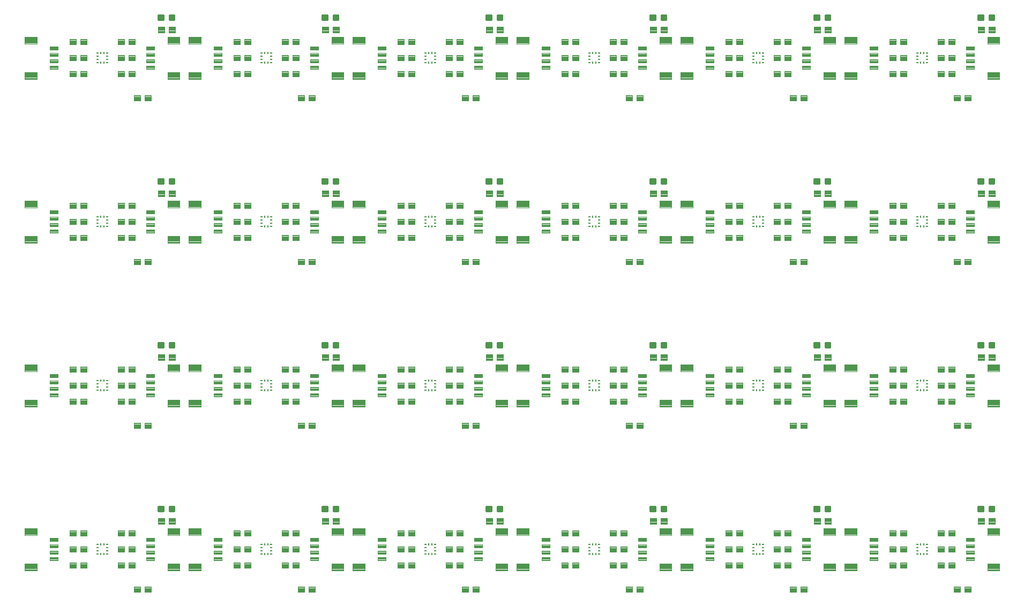
<source format=gtp>
G04 EAGLE Gerber RS-274X export*
G75*
%MOMM*%
%FSLAX34Y34*%
%LPD*%
%INSolderpaste Top*%
%IPPOS*%
%AMOC8*
5,1,8,0,0,1.08239X$1,22.5*%
G01*
%ADD10R,0.300000X0.250000*%
%ADD11R,0.250000X0.300000*%
%ADD12C,0.096000*%
%ADD13C,0.102000*%
%ADD14C,0.100000*%
%ADD15C,0.300000*%


D10*
X134750Y134500D03*
X134750Y129500D03*
X134750Y124500D03*
X134750Y119500D03*
D11*
X129500Y134750D03*
X124500Y134750D03*
D10*
X119250Y119500D03*
X119250Y124500D03*
X119250Y129500D03*
X119250Y134500D03*
D11*
X124500Y119250D03*
X129500Y119250D03*
D12*
X4530Y149480D02*
X4530Y160520D01*
X23570Y160520D01*
X23570Y149480D01*
X4530Y149480D01*
X4530Y150392D02*
X23570Y150392D01*
X23570Y151304D02*
X4530Y151304D01*
X4530Y152216D02*
X23570Y152216D01*
X23570Y153128D02*
X4530Y153128D01*
X4530Y154040D02*
X23570Y154040D01*
X23570Y154952D02*
X4530Y154952D01*
X4530Y155864D02*
X23570Y155864D01*
X23570Y156776D02*
X4530Y156776D01*
X4530Y157688D02*
X23570Y157688D01*
X23570Y158600D02*
X4530Y158600D01*
X4530Y159512D02*
X23570Y159512D01*
X23570Y160424D02*
X4530Y160424D01*
X4530Y104520D02*
X4530Y93480D01*
X4530Y104520D02*
X23570Y104520D01*
X23570Y93480D01*
X4530Y93480D01*
X4530Y94392D02*
X23570Y94392D01*
X23570Y95304D02*
X4530Y95304D01*
X4530Y96216D02*
X23570Y96216D01*
X23570Y97128D02*
X4530Y97128D01*
X4530Y98040D02*
X23570Y98040D01*
X23570Y98952D02*
X4530Y98952D01*
X4530Y99864D02*
X23570Y99864D01*
X23570Y100776D02*
X4530Y100776D01*
X4530Y101688D02*
X23570Y101688D01*
X23570Y102600D02*
X4530Y102600D01*
X4530Y103512D02*
X23570Y103512D01*
X23570Y104424D02*
X4530Y104424D01*
D13*
X44560Y139510D02*
X44560Y144490D01*
X57040Y144490D01*
X57040Y139510D01*
X44560Y139510D01*
X44560Y140479D02*
X57040Y140479D01*
X57040Y141448D02*
X44560Y141448D01*
X44560Y142417D02*
X57040Y142417D01*
X57040Y143386D02*
X44560Y143386D01*
X44560Y144355D02*
X57040Y144355D01*
X44560Y134490D02*
X44560Y129510D01*
X44560Y134490D02*
X57040Y134490D01*
X57040Y129510D01*
X44560Y129510D01*
X44560Y130479D02*
X57040Y130479D01*
X57040Y131448D02*
X44560Y131448D01*
X44560Y132417D02*
X57040Y132417D01*
X57040Y133386D02*
X44560Y133386D01*
X44560Y134355D02*
X57040Y134355D01*
X44560Y124490D02*
X44560Y119510D01*
X44560Y124490D02*
X57040Y124490D01*
X57040Y119510D01*
X44560Y119510D01*
X44560Y120479D02*
X57040Y120479D01*
X57040Y121448D02*
X44560Y121448D01*
X44560Y122417D02*
X57040Y122417D01*
X57040Y123386D02*
X44560Y123386D01*
X44560Y124355D02*
X57040Y124355D01*
X44560Y114490D02*
X44560Y109510D01*
X44560Y114490D02*
X57040Y114490D01*
X57040Y109510D01*
X44560Y109510D01*
X44560Y110479D02*
X57040Y110479D01*
X57040Y111448D02*
X44560Y111448D01*
X44560Y112417D02*
X57040Y112417D01*
X57040Y113386D02*
X44560Y113386D01*
X44560Y114355D02*
X57040Y114355D01*
D12*
X249470Y104520D02*
X249470Y93480D01*
X230430Y93480D01*
X230430Y104520D01*
X249470Y104520D01*
X249470Y94392D02*
X230430Y94392D01*
X230430Y95304D02*
X249470Y95304D01*
X249470Y96216D02*
X230430Y96216D01*
X230430Y97128D02*
X249470Y97128D01*
X249470Y98040D02*
X230430Y98040D01*
X230430Y98952D02*
X249470Y98952D01*
X249470Y99864D02*
X230430Y99864D01*
X230430Y100776D02*
X249470Y100776D01*
X249470Y101688D02*
X230430Y101688D01*
X230430Y102600D02*
X249470Y102600D01*
X249470Y103512D02*
X230430Y103512D01*
X230430Y104424D02*
X249470Y104424D01*
X249470Y149480D02*
X249470Y160520D01*
X249470Y149480D02*
X230430Y149480D01*
X230430Y160520D01*
X249470Y160520D01*
X249470Y150392D02*
X230430Y150392D01*
X230430Y151304D02*
X249470Y151304D01*
X249470Y152216D02*
X230430Y152216D01*
X230430Y153128D02*
X249470Y153128D01*
X249470Y154040D02*
X230430Y154040D01*
X230430Y154952D02*
X249470Y154952D01*
X249470Y155864D02*
X230430Y155864D01*
X230430Y156776D02*
X249470Y156776D01*
X249470Y157688D02*
X230430Y157688D01*
X230430Y158600D02*
X249470Y158600D01*
X249470Y159512D02*
X230430Y159512D01*
X230430Y160424D02*
X249470Y160424D01*
D13*
X209440Y114490D02*
X209440Y109510D01*
X196960Y109510D01*
X196960Y114490D01*
X209440Y114490D01*
X209440Y110479D02*
X196960Y110479D01*
X196960Y111448D02*
X209440Y111448D01*
X209440Y112417D02*
X196960Y112417D01*
X196960Y113386D02*
X209440Y113386D01*
X209440Y114355D02*
X196960Y114355D01*
X209440Y119510D02*
X209440Y124490D01*
X209440Y119510D02*
X196960Y119510D01*
X196960Y124490D01*
X209440Y124490D01*
X209440Y120479D02*
X196960Y120479D01*
X196960Y121448D02*
X209440Y121448D01*
X209440Y122417D02*
X196960Y122417D01*
X196960Y123386D02*
X209440Y123386D01*
X209440Y124355D02*
X196960Y124355D01*
X209440Y129510D02*
X209440Y134490D01*
X209440Y129510D02*
X196960Y129510D01*
X196960Y134490D01*
X209440Y134490D01*
X209440Y130479D02*
X196960Y130479D01*
X196960Y131448D02*
X209440Y131448D01*
X209440Y132417D02*
X196960Y132417D01*
X196960Y133386D02*
X209440Y133386D01*
X209440Y134355D02*
X196960Y134355D01*
X209440Y139510D02*
X209440Y144490D01*
X209440Y139510D02*
X196960Y139510D01*
X196960Y144490D01*
X209440Y144490D01*
X209440Y140479D02*
X196960Y140479D01*
X196960Y141448D02*
X209440Y141448D01*
X209440Y142417D02*
X196960Y142417D01*
X196960Y143386D02*
X209440Y143386D01*
X209440Y144355D02*
X196960Y144355D01*
D14*
X161600Y122500D02*
X151600Y122500D01*
X151600Y131500D01*
X161600Y131500D01*
X161600Y122500D01*
X161600Y123450D02*
X151600Y123450D01*
X151600Y124400D02*
X161600Y124400D01*
X161600Y125350D02*
X151600Y125350D01*
X151600Y126300D02*
X161600Y126300D01*
X161600Y127250D02*
X151600Y127250D01*
X151600Y128200D02*
X161600Y128200D01*
X161600Y129150D02*
X151600Y129150D01*
X151600Y130100D02*
X161600Y130100D01*
X161600Y131050D02*
X151600Y131050D01*
X168600Y122500D02*
X178600Y122500D01*
X168600Y122500D02*
X168600Y131500D01*
X178600Y131500D01*
X178600Y122500D01*
X178600Y123450D02*
X168600Y123450D01*
X168600Y124400D02*
X178600Y124400D01*
X178600Y125350D02*
X168600Y125350D01*
X168600Y126300D02*
X178600Y126300D01*
X178600Y127250D02*
X168600Y127250D01*
X168600Y128200D02*
X178600Y128200D01*
X178600Y129150D02*
X168600Y129150D01*
X168600Y130100D02*
X178600Y130100D01*
X178600Y131050D02*
X168600Y131050D01*
X102400Y131500D02*
X92400Y131500D01*
X102400Y131500D02*
X102400Y122500D01*
X92400Y122500D01*
X92400Y131500D01*
X92400Y123450D02*
X102400Y123450D01*
X102400Y124400D02*
X92400Y124400D01*
X92400Y125350D02*
X102400Y125350D01*
X102400Y126300D02*
X92400Y126300D01*
X92400Y127250D02*
X102400Y127250D01*
X102400Y128200D02*
X92400Y128200D01*
X92400Y129150D02*
X102400Y129150D01*
X102400Y130100D02*
X92400Y130100D01*
X92400Y131050D02*
X102400Y131050D01*
X85400Y131500D02*
X75400Y131500D01*
X85400Y131500D02*
X85400Y122500D01*
X75400Y122500D01*
X75400Y131500D01*
X75400Y123450D02*
X85400Y123450D01*
X85400Y124400D02*
X75400Y124400D01*
X75400Y125350D02*
X85400Y125350D01*
X85400Y126300D02*
X75400Y126300D01*
X75400Y127250D02*
X85400Y127250D01*
X85400Y128200D02*
X75400Y128200D01*
X75400Y129150D02*
X85400Y129150D01*
X85400Y130100D02*
X75400Y130100D01*
X75400Y131050D02*
X85400Y131050D01*
D15*
X233870Y187000D02*
X233870Y194000D01*
X240870Y194000D01*
X240870Y187000D01*
X233870Y187000D01*
X233870Y189850D02*
X240870Y189850D01*
X240870Y192700D02*
X233870Y192700D01*
X216330Y194000D02*
X216330Y187000D01*
X216330Y194000D02*
X223330Y194000D01*
X223330Y187000D01*
X216330Y187000D01*
X216330Y189850D02*
X223330Y189850D01*
X223330Y192700D02*
X216330Y192700D01*
D14*
X215100Y166950D02*
X225100Y166950D01*
X215100Y166950D02*
X215100Y175950D01*
X225100Y175950D01*
X225100Y166950D01*
X225100Y167900D02*
X215100Y167900D01*
X215100Y168850D02*
X225100Y168850D01*
X225100Y169800D02*
X215100Y169800D01*
X215100Y170750D02*
X225100Y170750D01*
X225100Y171700D02*
X215100Y171700D01*
X215100Y172650D02*
X225100Y172650D01*
X225100Y173600D02*
X215100Y173600D01*
X215100Y174550D02*
X225100Y174550D01*
X225100Y175500D02*
X215100Y175500D01*
X232100Y166950D02*
X242100Y166950D01*
X232100Y166950D02*
X232100Y175950D01*
X242100Y175950D01*
X242100Y166950D01*
X242100Y167900D02*
X232100Y167900D01*
X232100Y168850D02*
X242100Y168850D01*
X242100Y169800D02*
X232100Y169800D01*
X232100Y170750D02*
X242100Y170750D01*
X242100Y171700D02*
X232100Y171700D01*
X232100Y172650D02*
X242100Y172650D01*
X242100Y173600D02*
X232100Y173600D01*
X232100Y174550D02*
X242100Y174550D01*
X242100Y175500D02*
X232100Y175500D01*
X85400Y97100D02*
X75400Y97100D01*
X75400Y106100D01*
X85400Y106100D01*
X85400Y97100D01*
X85400Y98050D02*
X75400Y98050D01*
X75400Y99000D02*
X85400Y99000D01*
X85400Y99950D02*
X75400Y99950D01*
X75400Y100900D02*
X85400Y100900D01*
X85400Y101850D02*
X75400Y101850D01*
X75400Y102800D02*
X85400Y102800D01*
X85400Y103750D02*
X75400Y103750D01*
X75400Y104700D02*
X85400Y104700D01*
X85400Y105650D02*
X75400Y105650D01*
X92400Y97100D02*
X102400Y97100D01*
X92400Y97100D02*
X92400Y106100D01*
X102400Y106100D01*
X102400Y97100D01*
X102400Y98050D02*
X92400Y98050D01*
X92400Y99000D02*
X102400Y99000D01*
X102400Y99950D02*
X92400Y99950D01*
X92400Y100900D02*
X102400Y100900D01*
X102400Y101850D02*
X92400Y101850D01*
X92400Y102800D02*
X102400Y102800D01*
X102400Y103750D02*
X92400Y103750D01*
X92400Y104700D02*
X102400Y104700D01*
X102400Y105650D02*
X92400Y105650D01*
X151600Y97100D02*
X161600Y97100D01*
X151600Y97100D02*
X151600Y106100D01*
X161600Y106100D01*
X161600Y97100D01*
X161600Y98050D02*
X151600Y98050D01*
X151600Y99000D02*
X161600Y99000D01*
X161600Y99950D02*
X151600Y99950D01*
X151600Y100900D02*
X161600Y100900D01*
X161600Y101850D02*
X151600Y101850D01*
X151600Y102800D02*
X161600Y102800D01*
X161600Y103750D02*
X151600Y103750D01*
X151600Y104700D02*
X161600Y104700D01*
X161600Y105650D02*
X151600Y105650D01*
X168600Y97100D02*
X178600Y97100D01*
X168600Y97100D02*
X168600Y106100D01*
X178600Y106100D01*
X178600Y97100D01*
X178600Y98050D02*
X168600Y98050D01*
X168600Y99000D02*
X178600Y99000D01*
X178600Y99950D02*
X168600Y99950D01*
X168600Y100900D02*
X178600Y100900D01*
X178600Y101850D02*
X168600Y101850D01*
X168600Y102800D02*
X178600Y102800D01*
X178600Y103750D02*
X168600Y103750D01*
X168600Y104700D02*
X178600Y104700D01*
X178600Y105650D02*
X168600Y105650D01*
X168600Y156900D02*
X178600Y156900D01*
X178600Y147900D01*
X168600Y147900D01*
X168600Y156900D01*
X168600Y148850D02*
X178600Y148850D01*
X178600Y149800D02*
X168600Y149800D01*
X168600Y150750D02*
X178600Y150750D01*
X178600Y151700D02*
X168600Y151700D01*
X168600Y152650D02*
X178600Y152650D01*
X178600Y153600D02*
X168600Y153600D01*
X168600Y154550D02*
X178600Y154550D01*
X178600Y155500D02*
X168600Y155500D01*
X168600Y156450D02*
X178600Y156450D01*
X161600Y156900D02*
X151600Y156900D01*
X161600Y156900D02*
X161600Y147900D01*
X151600Y147900D01*
X151600Y156900D01*
X151600Y148850D02*
X161600Y148850D01*
X161600Y149800D02*
X151600Y149800D01*
X151600Y150750D02*
X161600Y150750D01*
X161600Y151700D02*
X151600Y151700D01*
X151600Y152650D02*
X161600Y152650D01*
X161600Y153600D02*
X151600Y153600D01*
X151600Y154550D02*
X161600Y154550D01*
X161600Y155500D02*
X151600Y155500D01*
X151600Y156450D02*
X161600Y156450D01*
X102400Y156900D02*
X92400Y156900D01*
X102400Y156900D02*
X102400Y147900D01*
X92400Y147900D01*
X92400Y156900D01*
X92400Y148850D02*
X102400Y148850D01*
X102400Y149800D02*
X92400Y149800D01*
X92400Y150750D02*
X102400Y150750D01*
X102400Y151700D02*
X92400Y151700D01*
X92400Y152650D02*
X102400Y152650D01*
X102400Y153600D02*
X92400Y153600D01*
X92400Y154550D02*
X102400Y154550D01*
X102400Y155500D02*
X92400Y155500D01*
X92400Y156450D02*
X102400Y156450D01*
X85400Y156900D02*
X75400Y156900D01*
X85400Y156900D02*
X85400Y147900D01*
X75400Y147900D01*
X75400Y156900D01*
X75400Y148850D02*
X85400Y148850D01*
X85400Y149800D02*
X75400Y149800D01*
X75400Y150750D02*
X85400Y150750D01*
X85400Y151700D02*
X75400Y151700D01*
X75400Y152650D02*
X85400Y152650D01*
X85400Y153600D02*
X75400Y153600D01*
X75400Y154550D02*
X85400Y154550D01*
X85400Y155500D02*
X75400Y155500D01*
X75400Y156450D02*
X85400Y156450D01*
X177000Y59000D02*
X187000Y59000D01*
X177000Y59000D02*
X177000Y68000D01*
X187000Y68000D01*
X187000Y59000D01*
X187000Y59950D02*
X177000Y59950D01*
X177000Y60900D02*
X187000Y60900D01*
X187000Y61850D02*
X177000Y61850D01*
X177000Y62800D02*
X187000Y62800D01*
X187000Y63750D02*
X177000Y63750D01*
X177000Y64700D02*
X187000Y64700D01*
X187000Y65650D02*
X177000Y65650D01*
X177000Y66600D02*
X187000Y66600D01*
X187000Y67550D02*
X177000Y67550D01*
X194000Y59000D02*
X204000Y59000D01*
X194000Y59000D02*
X194000Y68000D01*
X204000Y68000D01*
X204000Y59000D01*
X204000Y59950D02*
X194000Y59950D01*
X194000Y60900D02*
X204000Y60900D01*
X204000Y61850D02*
X194000Y61850D01*
X194000Y62800D02*
X204000Y62800D01*
X204000Y63750D02*
X194000Y63750D01*
X194000Y64700D02*
X204000Y64700D01*
X204000Y65650D02*
X194000Y65650D01*
X194000Y66600D02*
X204000Y66600D01*
X204000Y67550D02*
X194000Y67550D01*
D10*
X393830Y134500D03*
X393830Y129500D03*
X393830Y124500D03*
X393830Y119500D03*
D11*
X388580Y134750D03*
X383580Y134750D03*
D10*
X378330Y119500D03*
X378330Y124500D03*
X378330Y129500D03*
X378330Y134500D03*
D11*
X383580Y119250D03*
X388580Y119250D03*
D12*
X263610Y149480D02*
X263610Y160520D01*
X282650Y160520D01*
X282650Y149480D01*
X263610Y149480D01*
X263610Y150392D02*
X282650Y150392D01*
X282650Y151304D02*
X263610Y151304D01*
X263610Y152216D02*
X282650Y152216D01*
X282650Y153128D02*
X263610Y153128D01*
X263610Y154040D02*
X282650Y154040D01*
X282650Y154952D02*
X263610Y154952D01*
X263610Y155864D02*
X282650Y155864D01*
X282650Y156776D02*
X263610Y156776D01*
X263610Y157688D02*
X282650Y157688D01*
X282650Y158600D02*
X263610Y158600D01*
X263610Y159512D02*
X282650Y159512D01*
X282650Y160424D02*
X263610Y160424D01*
X263610Y104520D02*
X263610Y93480D01*
X263610Y104520D02*
X282650Y104520D01*
X282650Y93480D01*
X263610Y93480D01*
X263610Y94392D02*
X282650Y94392D01*
X282650Y95304D02*
X263610Y95304D01*
X263610Y96216D02*
X282650Y96216D01*
X282650Y97128D02*
X263610Y97128D01*
X263610Y98040D02*
X282650Y98040D01*
X282650Y98952D02*
X263610Y98952D01*
X263610Y99864D02*
X282650Y99864D01*
X282650Y100776D02*
X263610Y100776D01*
X263610Y101688D02*
X282650Y101688D01*
X282650Y102600D02*
X263610Y102600D01*
X263610Y103512D02*
X282650Y103512D01*
X282650Y104424D02*
X263610Y104424D01*
D13*
X303640Y139510D02*
X303640Y144490D01*
X316120Y144490D01*
X316120Y139510D01*
X303640Y139510D01*
X303640Y140479D02*
X316120Y140479D01*
X316120Y141448D02*
X303640Y141448D01*
X303640Y142417D02*
X316120Y142417D01*
X316120Y143386D02*
X303640Y143386D01*
X303640Y144355D02*
X316120Y144355D01*
X303640Y134490D02*
X303640Y129510D01*
X303640Y134490D02*
X316120Y134490D01*
X316120Y129510D01*
X303640Y129510D01*
X303640Y130479D02*
X316120Y130479D01*
X316120Y131448D02*
X303640Y131448D01*
X303640Y132417D02*
X316120Y132417D01*
X316120Y133386D02*
X303640Y133386D01*
X303640Y134355D02*
X316120Y134355D01*
X303640Y124490D02*
X303640Y119510D01*
X303640Y124490D02*
X316120Y124490D01*
X316120Y119510D01*
X303640Y119510D01*
X303640Y120479D02*
X316120Y120479D01*
X316120Y121448D02*
X303640Y121448D01*
X303640Y122417D02*
X316120Y122417D01*
X316120Y123386D02*
X303640Y123386D01*
X303640Y124355D02*
X316120Y124355D01*
X303640Y114490D02*
X303640Y109510D01*
X303640Y114490D02*
X316120Y114490D01*
X316120Y109510D01*
X303640Y109510D01*
X303640Y110479D02*
X316120Y110479D01*
X316120Y111448D02*
X303640Y111448D01*
X303640Y112417D02*
X316120Y112417D01*
X316120Y113386D02*
X303640Y113386D01*
X303640Y114355D02*
X316120Y114355D01*
D12*
X508550Y104520D02*
X508550Y93480D01*
X489510Y93480D01*
X489510Y104520D01*
X508550Y104520D01*
X508550Y94392D02*
X489510Y94392D01*
X489510Y95304D02*
X508550Y95304D01*
X508550Y96216D02*
X489510Y96216D01*
X489510Y97128D02*
X508550Y97128D01*
X508550Y98040D02*
X489510Y98040D01*
X489510Y98952D02*
X508550Y98952D01*
X508550Y99864D02*
X489510Y99864D01*
X489510Y100776D02*
X508550Y100776D01*
X508550Y101688D02*
X489510Y101688D01*
X489510Y102600D02*
X508550Y102600D01*
X508550Y103512D02*
X489510Y103512D01*
X489510Y104424D02*
X508550Y104424D01*
X508550Y149480D02*
X508550Y160520D01*
X508550Y149480D02*
X489510Y149480D01*
X489510Y160520D01*
X508550Y160520D01*
X508550Y150392D02*
X489510Y150392D01*
X489510Y151304D02*
X508550Y151304D01*
X508550Y152216D02*
X489510Y152216D01*
X489510Y153128D02*
X508550Y153128D01*
X508550Y154040D02*
X489510Y154040D01*
X489510Y154952D02*
X508550Y154952D01*
X508550Y155864D02*
X489510Y155864D01*
X489510Y156776D02*
X508550Y156776D01*
X508550Y157688D02*
X489510Y157688D01*
X489510Y158600D02*
X508550Y158600D01*
X508550Y159512D02*
X489510Y159512D01*
X489510Y160424D02*
X508550Y160424D01*
D13*
X468520Y114490D02*
X468520Y109510D01*
X456040Y109510D01*
X456040Y114490D01*
X468520Y114490D01*
X468520Y110479D02*
X456040Y110479D01*
X456040Y111448D02*
X468520Y111448D01*
X468520Y112417D02*
X456040Y112417D01*
X456040Y113386D02*
X468520Y113386D01*
X468520Y114355D02*
X456040Y114355D01*
X468520Y119510D02*
X468520Y124490D01*
X468520Y119510D02*
X456040Y119510D01*
X456040Y124490D01*
X468520Y124490D01*
X468520Y120479D02*
X456040Y120479D01*
X456040Y121448D02*
X468520Y121448D01*
X468520Y122417D02*
X456040Y122417D01*
X456040Y123386D02*
X468520Y123386D01*
X468520Y124355D02*
X456040Y124355D01*
X468520Y129510D02*
X468520Y134490D01*
X468520Y129510D02*
X456040Y129510D01*
X456040Y134490D01*
X468520Y134490D01*
X468520Y130479D02*
X456040Y130479D01*
X456040Y131448D02*
X468520Y131448D01*
X468520Y132417D02*
X456040Y132417D01*
X456040Y133386D02*
X468520Y133386D01*
X468520Y134355D02*
X456040Y134355D01*
X468520Y139510D02*
X468520Y144490D01*
X468520Y139510D02*
X456040Y139510D01*
X456040Y144490D01*
X468520Y144490D01*
X468520Y140479D02*
X456040Y140479D01*
X456040Y141448D02*
X468520Y141448D01*
X468520Y142417D02*
X456040Y142417D01*
X456040Y143386D02*
X468520Y143386D01*
X468520Y144355D02*
X456040Y144355D01*
D14*
X420680Y122500D02*
X410680Y122500D01*
X410680Y131500D01*
X420680Y131500D01*
X420680Y122500D01*
X420680Y123450D02*
X410680Y123450D01*
X410680Y124400D02*
X420680Y124400D01*
X420680Y125350D02*
X410680Y125350D01*
X410680Y126300D02*
X420680Y126300D01*
X420680Y127250D02*
X410680Y127250D01*
X410680Y128200D02*
X420680Y128200D01*
X420680Y129150D02*
X410680Y129150D01*
X410680Y130100D02*
X420680Y130100D01*
X420680Y131050D02*
X410680Y131050D01*
X427680Y122500D02*
X437680Y122500D01*
X427680Y122500D02*
X427680Y131500D01*
X437680Y131500D01*
X437680Y122500D01*
X437680Y123450D02*
X427680Y123450D01*
X427680Y124400D02*
X437680Y124400D01*
X437680Y125350D02*
X427680Y125350D01*
X427680Y126300D02*
X437680Y126300D01*
X437680Y127250D02*
X427680Y127250D01*
X427680Y128200D02*
X437680Y128200D01*
X437680Y129150D02*
X427680Y129150D01*
X427680Y130100D02*
X437680Y130100D01*
X437680Y131050D02*
X427680Y131050D01*
X361480Y131500D02*
X351480Y131500D01*
X361480Y131500D02*
X361480Y122500D01*
X351480Y122500D01*
X351480Y131500D01*
X351480Y123450D02*
X361480Y123450D01*
X361480Y124400D02*
X351480Y124400D01*
X351480Y125350D02*
X361480Y125350D01*
X361480Y126300D02*
X351480Y126300D01*
X351480Y127250D02*
X361480Y127250D01*
X361480Y128200D02*
X351480Y128200D01*
X351480Y129150D02*
X361480Y129150D01*
X361480Y130100D02*
X351480Y130100D01*
X351480Y131050D02*
X361480Y131050D01*
X344480Y131500D02*
X334480Y131500D01*
X344480Y131500D02*
X344480Y122500D01*
X334480Y122500D01*
X334480Y131500D01*
X334480Y123450D02*
X344480Y123450D01*
X344480Y124400D02*
X334480Y124400D01*
X334480Y125350D02*
X344480Y125350D01*
X344480Y126300D02*
X334480Y126300D01*
X334480Y127250D02*
X344480Y127250D01*
X344480Y128200D02*
X334480Y128200D01*
X334480Y129150D02*
X344480Y129150D01*
X344480Y130100D02*
X334480Y130100D01*
X334480Y131050D02*
X344480Y131050D01*
D15*
X492950Y187000D02*
X492950Y194000D01*
X499950Y194000D01*
X499950Y187000D01*
X492950Y187000D01*
X492950Y189850D02*
X499950Y189850D01*
X499950Y192700D02*
X492950Y192700D01*
X475410Y194000D02*
X475410Y187000D01*
X475410Y194000D02*
X482410Y194000D01*
X482410Y187000D01*
X475410Y187000D01*
X475410Y189850D02*
X482410Y189850D01*
X482410Y192700D02*
X475410Y192700D01*
D14*
X474180Y166950D02*
X484180Y166950D01*
X474180Y166950D02*
X474180Y175950D01*
X484180Y175950D01*
X484180Y166950D01*
X484180Y167900D02*
X474180Y167900D01*
X474180Y168850D02*
X484180Y168850D01*
X484180Y169800D02*
X474180Y169800D01*
X474180Y170750D02*
X484180Y170750D01*
X484180Y171700D02*
X474180Y171700D01*
X474180Y172650D02*
X484180Y172650D01*
X484180Y173600D02*
X474180Y173600D01*
X474180Y174550D02*
X484180Y174550D01*
X484180Y175500D02*
X474180Y175500D01*
X491180Y166950D02*
X501180Y166950D01*
X491180Y166950D02*
X491180Y175950D01*
X501180Y175950D01*
X501180Y166950D01*
X501180Y167900D02*
X491180Y167900D01*
X491180Y168850D02*
X501180Y168850D01*
X501180Y169800D02*
X491180Y169800D01*
X491180Y170750D02*
X501180Y170750D01*
X501180Y171700D02*
X491180Y171700D01*
X491180Y172650D02*
X501180Y172650D01*
X501180Y173600D02*
X491180Y173600D01*
X491180Y174550D02*
X501180Y174550D01*
X501180Y175500D02*
X491180Y175500D01*
X344480Y97100D02*
X334480Y97100D01*
X334480Y106100D01*
X344480Y106100D01*
X344480Y97100D01*
X344480Y98050D02*
X334480Y98050D01*
X334480Y99000D02*
X344480Y99000D01*
X344480Y99950D02*
X334480Y99950D01*
X334480Y100900D02*
X344480Y100900D01*
X344480Y101850D02*
X334480Y101850D01*
X334480Y102800D02*
X344480Y102800D01*
X344480Y103750D02*
X334480Y103750D01*
X334480Y104700D02*
X344480Y104700D01*
X344480Y105650D02*
X334480Y105650D01*
X351480Y97100D02*
X361480Y97100D01*
X351480Y97100D02*
X351480Y106100D01*
X361480Y106100D01*
X361480Y97100D01*
X361480Y98050D02*
X351480Y98050D01*
X351480Y99000D02*
X361480Y99000D01*
X361480Y99950D02*
X351480Y99950D01*
X351480Y100900D02*
X361480Y100900D01*
X361480Y101850D02*
X351480Y101850D01*
X351480Y102800D02*
X361480Y102800D01*
X361480Y103750D02*
X351480Y103750D01*
X351480Y104700D02*
X361480Y104700D01*
X361480Y105650D02*
X351480Y105650D01*
X410680Y97100D02*
X420680Y97100D01*
X410680Y97100D02*
X410680Y106100D01*
X420680Y106100D01*
X420680Y97100D01*
X420680Y98050D02*
X410680Y98050D01*
X410680Y99000D02*
X420680Y99000D01*
X420680Y99950D02*
X410680Y99950D01*
X410680Y100900D02*
X420680Y100900D01*
X420680Y101850D02*
X410680Y101850D01*
X410680Y102800D02*
X420680Y102800D01*
X420680Y103750D02*
X410680Y103750D01*
X410680Y104700D02*
X420680Y104700D01*
X420680Y105650D02*
X410680Y105650D01*
X427680Y97100D02*
X437680Y97100D01*
X427680Y97100D02*
X427680Y106100D01*
X437680Y106100D01*
X437680Y97100D01*
X437680Y98050D02*
X427680Y98050D01*
X427680Y99000D02*
X437680Y99000D01*
X437680Y99950D02*
X427680Y99950D01*
X427680Y100900D02*
X437680Y100900D01*
X437680Y101850D02*
X427680Y101850D01*
X427680Y102800D02*
X437680Y102800D01*
X437680Y103750D02*
X427680Y103750D01*
X427680Y104700D02*
X437680Y104700D01*
X437680Y105650D02*
X427680Y105650D01*
X427680Y156900D02*
X437680Y156900D01*
X437680Y147900D01*
X427680Y147900D01*
X427680Y156900D01*
X427680Y148850D02*
X437680Y148850D01*
X437680Y149800D02*
X427680Y149800D01*
X427680Y150750D02*
X437680Y150750D01*
X437680Y151700D02*
X427680Y151700D01*
X427680Y152650D02*
X437680Y152650D01*
X437680Y153600D02*
X427680Y153600D01*
X427680Y154550D02*
X437680Y154550D01*
X437680Y155500D02*
X427680Y155500D01*
X427680Y156450D02*
X437680Y156450D01*
X420680Y156900D02*
X410680Y156900D01*
X420680Y156900D02*
X420680Y147900D01*
X410680Y147900D01*
X410680Y156900D01*
X410680Y148850D02*
X420680Y148850D01*
X420680Y149800D02*
X410680Y149800D01*
X410680Y150750D02*
X420680Y150750D01*
X420680Y151700D02*
X410680Y151700D01*
X410680Y152650D02*
X420680Y152650D01*
X420680Y153600D02*
X410680Y153600D01*
X410680Y154550D02*
X420680Y154550D01*
X420680Y155500D02*
X410680Y155500D01*
X410680Y156450D02*
X420680Y156450D01*
X361480Y156900D02*
X351480Y156900D01*
X361480Y156900D02*
X361480Y147900D01*
X351480Y147900D01*
X351480Y156900D01*
X351480Y148850D02*
X361480Y148850D01*
X361480Y149800D02*
X351480Y149800D01*
X351480Y150750D02*
X361480Y150750D01*
X361480Y151700D02*
X351480Y151700D01*
X351480Y152650D02*
X361480Y152650D01*
X361480Y153600D02*
X351480Y153600D01*
X351480Y154550D02*
X361480Y154550D01*
X361480Y155500D02*
X351480Y155500D01*
X351480Y156450D02*
X361480Y156450D01*
X344480Y156900D02*
X334480Y156900D01*
X344480Y156900D02*
X344480Y147900D01*
X334480Y147900D01*
X334480Y156900D01*
X334480Y148850D02*
X344480Y148850D01*
X344480Y149800D02*
X334480Y149800D01*
X334480Y150750D02*
X344480Y150750D01*
X344480Y151700D02*
X334480Y151700D01*
X334480Y152650D02*
X344480Y152650D01*
X344480Y153600D02*
X334480Y153600D01*
X334480Y154550D02*
X344480Y154550D01*
X344480Y155500D02*
X334480Y155500D01*
X334480Y156450D02*
X344480Y156450D01*
X436080Y59000D02*
X446080Y59000D01*
X436080Y59000D02*
X436080Y68000D01*
X446080Y68000D01*
X446080Y59000D01*
X446080Y59950D02*
X436080Y59950D01*
X436080Y60900D02*
X446080Y60900D01*
X446080Y61850D02*
X436080Y61850D01*
X436080Y62800D02*
X446080Y62800D01*
X446080Y63750D02*
X436080Y63750D01*
X436080Y64700D02*
X446080Y64700D01*
X446080Y65650D02*
X436080Y65650D01*
X436080Y66600D02*
X446080Y66600D01*
X446080Y67550D02*
X436080Y67550D01*
X453080Y59000D02*
X463080Y59000D01*
X453080Y59000D02*
X453080Y68000D01*
X463080Y68000D01*
X463080Y59000D01*
X463080Y59950D02*
X453080Y59950D01*
X453080Y60900D02*
X463080Y60900D01*
X463080Y61850D02*
X453080Y61850D01*
X453080Y62800D02*
X463080Y62800D01*
X463080Y63750D02*
X453080Y63750D01*
X453080Y64700D02*
X463080Y64700D01*
X463080Y65650D02*
X453080Y65650D01*
X453080Y66600D02*
X463080Y66600D01*
X463080Y67550D02*
X453080Y67550D01*
D10*
X652910Y134500D03*
X652910Y129500D03*
X652910Y124500D03*
X652910Y119500D03*
D11*
X647660Y134750D03*
X642660Y134750D03*
D10*
X637410Y119500D03*
X637410Y124500D03*
X637410Y129500D03*
X637410Y134500D03*
D11*
X642660Y119250D03*
X647660Y119250D03*
D12*
X522690Y149480D02*
X522690Y160520D01*
X541730Y160520D01*
X541730Y149480D01*
X522690Y149480D01*
X522690Y150392D02*
X541730Y150392D01*
X541730Y151304D02*
X522690Y151304D01*
X522690Y152216D02*
X541730Y152216D01*
X541730Y153128D02*
X522690Y153128D01*
X522690Y154040D02*
X541730Y154040D01*
X541730Y154952D02*
X522690Y154952D01*
X522690Y155864D02*
X541730Y155864D01*
X541730Y156776D02*
X522690Y156776D01*
X522690Y157688D02*
X541730Y157688D01*
X541730Y158600D02*
X522690Y158600D01*
X522690Y159512D02*
X541730Y159512D01*
X541730Y160424D02*
X522690Y160424D01*
X522690Y104520D02*
X522690Y93480D01*
X522690Y104520D02*
X541730Y104520D01*
X541730Y93480D01*
X522690Y93480D01*
X522690Y94392D02*
X541730Y94392D01*
X541730Y95304D02*
X522690Y95304D01*
X522690Y96216D02*
X541730Y96216D01*
X541730Y97128D02*
X522690Y97128D01*
X522690Y98040D02*
X541730Y98040D01*
X541730Y98952D02*
X522690Y98952D01*
X522690Y99864D02*
X541730Y99864D01*
X541730Y100776D02*
X522690Y100776D01*
X522690Y101688D02*
X541730Y101688D01*
X541730Y102600D02*
X522690Y102600D01*
X522690Y103512D02*
X541730Y103512D01*
X541730Y104424D02*
X522690Y104424D01*
D13*
X562720Y139510D02*
X562720Y144490D01*
X575200Y144490D01*
X575200Y139510D01*
X562720Y139510D01*
X562720Y140479D02*
X575200Y140479D01*
X575200Y141448D02*
X562720Y141448D01*
X562720Y142417D02*
X575200Y142417D01*
X575200Y143386D02*
X562720Y143386D01*
X562720Y144355D02*
X575200Y144355D01*
X562720Y134490D02*
X562720Y129510D01*
X562720Y134490D02*
X575200Y134490D01*
X575200Y129510D01*
X562720Y129510D01*
X562720Y130479D02*
X575200Y130479D01*
X575200Y131448D02*
X562720Y131448D01*
X562720Y132417D02*
X575200Y132417D01*
X575200Y133386D02*
X562720Y133386D01*
X562720Y134355D02*
X575200Y134355D01*
X562720Y124490D02*
X562720Y119510D01*
X562720Y124490D02*
X575200Y124490D01*
X575200Y119510D01*
X562720Y119510D01*
X562720Y120479D02*
X575200Y120479D01*
X575200Y121448D02*
X562720Y121448D01*
X562720Y122417D02*
X575200Y122417D01*
X575200Y123386D02*
X562720Y123386D01*
X562720Y124355D02*
X575200Y124355D01*
X562720Y114490D02*
X562720Y109510D01*
X562720Y114490D02*
X575200Y114490D01*
X575200Y109510D01*
X562720Y109510D01*
X562720Y110479D02*
X575200Y110479D01*
X575200Y111448D02*
X562720Y111448D01*
X562720Y112417D02*
X575200Y112417D01*
X575200Y113386D02*
X562720Y113386D01*
X562720Y114355D02*
X575200Y114355D01*
D12*
X767630Y104520D02*
X767630Y93480D01*
X748590Y93480D01*
X748590Y104520D01*
X767630Y104520D01*
X767630Y94392D02*
X748590Y94392D01*
X748590Y95304D02*
X767630Y95304D01*
X767630Y96216D02*
X748590Y96216D01*
X748590Y97128D02*
X767630Y97128D01*
X767630Y98040D02*
X748590Y98040D01*
X748590Y98952D02*
X767630Y98952D01*
X767630Y99864D02*
X748590Y99864D01*
X748590Y100776D02*
X767630Y100776D01*
X767630Y101688D02*
X748590Y101688D01*
X748590Y102600D02*
X767630Y102600D01*
X767630Y103512D02*
X748590Y103512D01*
X748590Y104424D02*
X767630Y104424D01*
X767630Y149480D02*
X767630Y160520D01*
X767630Y149480D02*
X748590Y149480D01*
X748590Y160520D01*
X767630Y160520D01*
X767630Y150392D02*
X748590Y150392D01*
X748590Y151304D02*
X767630Y151304D01*
X767630Y152216D02*
X748590Y152216D01*
X748590Y153128D02*
X767630Y153128D01*
X767630Y154040D02*
X748590Y154040D01*
X748590Y154952D02*
X767630Y154952D01*
X767630Y155864D02*
X748590Y155864D01*
X748590Y156776D02*
X767630Y156776D01*
X767630Y157688D02*
X748590Y157688D01*
X748590Y158600D02*
X767630Y158600D01*
X767630Y159512D02*
X748590Y159512D01*
X748590Y160424D02*
X767630Y160424D01*
D13*
X727600Y114490D02*
X727600Y109510D01*
X715120Y109510D01*
X715120Y114490D01*
X727600Y114490D01*
X727600Y110479D02*
X715120Y110479D01*
X715120Y111448D02*
X727600Y111448D01*
X727600Y112417D02*
X715120Y112417D01*
X715120Y113386D02*
X727600Y113386D01*
X727600Y114355D02*
X715120Y114355D01*
X727600Y119510D02*
X727600Y124490D01*
X727600Y119510D02*
X715120Y119510D01*
X715120Y124490D01*
X727600Y124490D01*
X727600Y120479D02*
X715120Y120479D01*
X715120Y121448D02*
X727600Y121448D01*
X727600Y122417D02*
X715120Y122417D01*
X715120Y123386D02*
X727600Y123386D01*
X727600Y124355D02*
X715120Y124355D01*
X727600Y129510D02*
X727600Y134490D01*
X727600Y129510D02*
X715120Y129510D01*
X715120Y134490D01*
X727600Y134490D01*
X727600Y130479D02*
X715120Y130479D01*
X715120Y131448D02*
X727600Y131448D01*
X727600Y132417D02*
X715120Y132417D01*
X715120Y133386D02*
X727600Y133386D01*
X727600Y134355D02*
X715120Y134355D01*
X727600Y139510D02*
X727600Y144490D01*
X727600Y139510D02*
X715120Y139510D01*
X715120Y144490D01*
X727600Y144490D01*
X727600Y140479D02*
X715120Y140479D01*
X715120Y141448D02*
X727600Y141448D01*
X727600Y142417D02*
X715120Y142417D01*
X715120Y143386D02*
X727600Y143386D01*
X727600Y144355D02*
X715120Y144355D01*
D14*
X679760Y122500D02*
X669760Y122500D01*
X669760Y131500D01*
X679760Y131500D01*
X679760Y122500D01*
X679760Y123450D02*
X669760Y123450D01*
X669760Y124400D02*
X679760Y124400D01*
X679760Y125350D02*
X669760Y125350D01*
X669760Y126300D02*
X679760Y126300D01*
X679760Y127250D02*
X669760Y127250D01*
X669760Y128200D02*
X679760Y128200D01*
X679760Y129150D02*
X669760Y129150D01*
X669760Y130100D02*
X679760Y130100D01*
X679760Y131050D02*
X669760Y131050D01*
X686760Y122500D02*
X696760Y122500D01*
X686760Y122500D02*
X686760Y131500D01*
X696760Y131500D01*
X696760Y122500D01*
X696760Y123450D02*
X686760Y123450D01*
X686760Y124400D02*
X696760Y124400D01*
X696760Y125350D02*
X686760Y125350D01*
X686760Y126300D02*
X696760Y126300D01*
X696760Y127250D02*
X686760Y127250D01*
X686760Y128200D02*
X696760Y128200D01*
X696760Y129150D02*
X686760Y129150D01*
X686760Y130100D02*
X696760Y130100D01*
X696760Y131050D02*
X686760Y131050D01*
X620560Y131500D02*
X610560Y131500D01*
X620560Y131500D02*
X620560Y122500D01*
X610560Y122500D01*
X610560Y131500D01*
X610560Y123450D02*
X620560Y123450D01*
X620560Y124400D02*
X610560Y124400D01*
X610560Y125350D02*
X620560Y125350D01*
X620560Y126300D02*
X610560Y126300D01*
X610560Y127250D02*
X620560Y127250D01*
X620560Y128200D02*
X610560Y128200D01*
X610560Y129150D02*
X620560Y129150D01*
X620560Y130100D02*
X610560Y130100D01*
X610560Y131050D02*
X620560Y131050D01*
X603560Y131500D02*
X593560Y131500D01*
X603560Y131500D02*
X603560Y122500D01*
X593560Y122500D01*
X593560Y131500D01*
X593560Y123450D02*
X603560Y123450D01*
X603560Y124400D02*
X593560Y124400D01*
X593560Y125350D02*
X603560Y125350D01*
X603560Y126300D02*
X593560Y126300D01*
X593560Y127250D02*
X603560Y127250D01*
X603560Y128200D02*
X593560Y128200D01*
X593560Y129150D02*
X603560Y129150D01*
X603560Y130100D02*
X593560Y130100D01*
X593560Y131050D02*
X603560Y131050D01*
D15*
X752030Y187000D02*
X752030Y194000D01*
X759030Y194000D01*
X759030Y187000D01*
X752030Y187000D01*
X752030Y189850D02*
X759030Y189850D01*
X759030Y192700D02*
X752030Y192700D01*
X734490Y194000D02*
X734490Y187000D01*
X734490Y194000D02*
X741490Y194000D01*
X741490Y187000D01*
X734490Y187000D01*
X734490Y189850D02*
X741490Y189850D01*
X741490Y192700D02*
X734490Y192700D01*
D14*
X733260Y166950D02*
X743260Y166950D01*
X733260Y166950D02*
X733260Y175950D01*
X743260Y175950D01*
X743260Y166950D01*
X743260Y167900D02*
X733260Y167900D01*
X733260Y168850D02*
X743260Y168850D01*
X743260Y169800D02*
X733260Y169800D01*
X733260Y170750D02*
X743260Y170750D01*
X743260Y171700D02*
X733260Y171700D01*
X733260Y172650D02*
X743260Y172650D01*
X743260Y173600D02*
X733260Y173600D01*
X733260Y174550D02*
X743260Y174550D01*
X743260Y175500D02*
X733260Y175500D01*
X750260Y166950D02*
X760260Y166950D01*
X750260Y166950D02*
X750260Y175950D01*
X760260Y175950D01*
X760260Y166950D01*
X760260Y167900D02*
X750260Y167900D01*
X750260Y168850D02*
X760260Y168850D01*
X760260Y169800D02*
X750260Y169800D01*
X750260Y170750D02*
X760260Y170750D01*
X760260Y171700D02*
X750260Y171700D01*
X750260Y172650D02*
X760260Y172650D01*
X760260Y173600D02*
X750260Y173600D01*
X750260Y174550D02*
X760260Y174550D01*
X760260Y175500D02*
X750260Y175500D01*
X603560Y97100D02*
X593560Y97100D01*
X593560Y106100D01*
X603560Y106100D01*
X603560Y97100D01*
X603560Y98050D02*
X593560Y98050D01*
X593560Y99000D02*
X603560Y99000D01*
X603560Y99950D02*
X593560Y99950D01*
X593560Y100900D02*
X603560Y100900D01*
X603560Y101850D02*
X593560Y101850D01*
X593560Y102800D02*
X603560Y102800D01*
X603560Y103750D02*
X593560Y103750D01*
X593560Y104700D02*
X603560Y104700D01*
X603560Y105650D02*
X593560Y105650D01*
X610560Y97100D02*
X620560Y97100D01*
X610560Y97100D02*
X610560Y106100D01*
X620560Y106100D01*
X620560Y97100D01*
X620560Y98050D02*
X610560Y98050D01*
X610560Y99000D02*
X620560Y99000D01*
X620560Y99950D02*
X610560Y99950D01*
X610560Y100900D02*
X620560Y100900D01*
X620560Y101850D02*
X610560Y101850D01*
X610560Y102800D02*
X620560Y102800D01*
X620560Y103750D02*
X610560Y103750D01*
X610560Y104700D02*
X620560Y104700D01*
X620560Y105650D02*
X610560Y105650D01*
X669760Y97100D02*
X679760Y97100D01*
X669760Y97100D02*
X669760Y106100D01*
X679760Y106100D01*
X679760Y97100D01*
X679760Y98050D02*
X669760Y98050D01*
X669760Y99000D02*
X679760Y99000D01*
X679760Y99950D02*
X669760Y99950D01*
X669760Y100900D02*
X679760Y100900D01*
X679760Y101850D02*
X669760Y101850D01*
X669760Y102800D02*
X679760Y102800D01*
X679760Y103750D02*
X669760Y103750D01*
X669760Y104700D02*
X679760Y104700D01*
X679760Y105650D02*
X669760Y105650D01*
X686760Y97100D02*
X696760Y97100D01*
X686760Y97100D02*
X686760Y106100D01*
X696760Y106100D01*
X696760Y97100D01*
X696760Y98050D02*
X686760Y98050D01*
X686760Y99000D02*
X696760Y99000D01*
X696760Y99950D02*
X686760Y99950D01*
X686760Y100900D02*
X696760Y100900D01*
X696760Y101850D02*
X686760Y101850D01*
X686760Y102800D02*
X696760Y102800D01*
X696760Y103750D02*
X686760Y103750D01*
X686760Y104700D02*
X696760Y104700D01*
X696760Y105650D02*
X686760Y105650D01*
X686760Y156900D02*
X696760Y156900D01*
X696760Y147900D01*
X686760Y147900D01*
X686760Y156900D01*
X686760Y148850D02*
X696760Y148850D01*
X696760Y149800D02*
X686760Y149800D01*
X686760Y150750D02*
X696760Y150750D01*
X696760Y151700D02*
X686760Y151700D01*
X686760Y152650D02*
X696760Y152650D01*
X696760Y153600D02*
X686760Y153600D01*
X686760Y154550D02*
X696760Y154550D01*
X696760Y155500D02*
X686760Y155500D01*
X686760Y156450D02*
X696760Y156450D01*
X679760Y156900D02*
X669760Y156900D01*
X679760Y156900D02*
X679760Y147900D01*
X669760Y147900D01*
X669760Y156900D01*
X669760Y148850D02*
X679760Y148850D01*
X679760Y149800D02*
X669760Y149800D01*
X669760Y150750D02*
X679760Y150750D01*
X679760Y151700D02*
X669760Y151700D01*
X669760Y152650D02*
X679760Y152650D01*
X679760Y153600D02*
X669760Y153600D01*
X669760Y154550D02*
X679760Y154550D01*
X679760Y155500D02*
X669760Y155500D01*
X669760Y156450D02*
X679760Y156450D01*
X620560Y156900D02*
X610560Y156900D01*
X620560Y156900D02*
X620560Y147900D01*
X610560Y147900D01*
X610560Y156900D01*
X610560Y148850D02*
X620560Y148850D01*
X620560Y149800D02*
X610560Y149800D01*
X610560Y150750D02*
X620560Y150750D01*
X620560Y151700D02*
X610560Y151700D01*
X610560Y152650D02*
X620560Y152650D01*
X620560Y153600D02*
X610560Y153600D01*
X610560Y154550D02*
X620560Y154550D01*
X620560Y155500D02*
X610560Y155500D01*
X610560Y156450D02*
X620560Y156450D01*
X603560Y156900D02*
X593560Y156900D01*
X603560Y156900D02*
X603560Y147900D01*
X593560Y147900D01*
X593560Y156900D01*
X593560Y148850D02*
X603560Y148850D01*
X603560Y149800D02*
X593560Y149800D01*
X593560Y150750D02*
X603560Y150750D01*
X603560Y151700D02*
X593560Y151700D01*
X593560Y152650D02*
X603560Y152650D01*
X603560Y153600D02*
X593560Y153600D01*
X593560Y154550D02*
X603560Y154550D01*
X603560Y155500D02*
X593560Y155500D01*
X593560Y156450D02*
X603560Y156450D01*
X695160Y59000D02*
X705160Y59000D01*
X695160Y59000D02*
X695160Y68000D01*
X705160Y68000D01*
X705160Y59000D01*
X705160Y59950D02*
X695160Y59950D01*
X695160Y60900D02*
X705160Y60900D01*
X705160Y61850D02*
X695160Y61850D01*
X695160Y62800D02*
X705160Y62800D01*
X705160Y63750D02*
X695160Y63750D01*
X695160Y64700D02*
X705160Y64700D01*
X705160Y65650D02*
X695160Y65650D01*
X695160Y66600D02*
X705160Y66600D01*
X705160Y67550D02*
X695160Y67550D01*
X712160Y59000D02*
X722160Y59000D01*
X712160Y59000D02*
X712160Y68000D01*
X722160Y68000D01*
X722160Y59000D01*
X722160Y59950D02*
X712160Y59950D01*
X712160Y60900D02*
X722160Y60900D01*
X722160Y61850D02*
X712160Y61850D01*
X712160Y62800D02*
X722160Y62800D01*
X722160Y63750D02*
X712160Y63750D01*
X712160Y64700D02*
X722160Y64700D01*
X722160Y65650D02*
X712160Y65650D01*
X712160Y66600D02*
X722160Y66600D01*
X722160Y67550D02*
X712160Y67550D01*
D10*
X911990Y134500D03*
X911990Y129500D03*
X911990Y124500D03*
X911990Y119500D03*
D11*
X906740Y134750D03*
X901740Y134750D03*
D10*
X896490Y119500D03*
X896490Y124500D03*
X896490Y129500D03*
X896490Y134500D03*
D11*
X901740Y119250D03*
X906740Y119250D03*
D12*
X781770Y149480D02*
X781770Y160520D01*
X800810Y160520D01*
X800810Y149480D01*
X781770Y149480D01*
X781770Y150392D02*
X800810Y150392D01*
X800810Y151304D02*
X781770Y151304D01*
X781770Y152216D02*
X800810Y152216D01*
X800810Y153128D02*
X781770Y153128D01*
X781770Y154040D02*
X800810Y154040D01*
X800810Y154952D02*
X781770Y154952D01*
X781770Y155864D02*
X800810Y155864D01*
X800810Y156776D02*
X781770Y156776D01*
X781770Y157688D02*
X800810Y157688D01*
X800810Y158600D02*
X781770Y158600D01*
X781770Y159512D02*
X800810Y159512D01*
X800810Y160424D02*
X781770Y160424D01*
X781770Y104520D02*
X781770Y93480D01*
X781770Y104520D02*
X800810Y104520D01*
X800810Y93480D01*
X781770Y93480D01*
X781770Y94392D02*
X800810Y94392D01*
X800810Y95304D02*
X781770Y95304D01*
X781770Y96216D02*
X800810Y96216D01*
X800810Y97128D02*
X781770Y97128D01*
X781770Y98040D02*
X800810Y98040D01*
X800810Y98952D02*
X781770Y98952D01*
X781770Y99864D02*
X800810Y99864D01*
X800810Y100776D02*
X781770Y100776D01*
X781770Y101688D02*
X800810Y101688D01*
X800810Y102600D02*
X781770Y102600D01*
X781770Y103512D02*
X800810Y103512D01*
X800810Y104424D02*
X781770Y104424D01*
D13*
X821800Y139510D02*
X821800Y144490D01*
X834280Y144490D01*
X834280Y139510D01*
X821800Y139510D01*
X821800Y140479D02*
X834280Y140479D01*
X834280Y141448D02*
X821800Y141448D01*
X821800Y142417D02*
X834280Y142417D01*
X834280Y143386D02*
X821800Y143386D01*
X821800Y144355D02*
X834280Y144355D01*
X821800Y134490D02*
X821800Y129510D01*
X821800Y134490D02*
X834280Y134490D01*
X834280Y129510D01*
X821800Y129510D01*
X821800Y130479D02*
X834280Y130479D01*
X834280Y131448D02*
X821800Y131448D01*
X821800Y132417D02*
X834280Y132417D01*
X834280Y133386D02*
X821800Y133386D01*
X821800Y134355D02*
X834280Y134355D01*
X821800Y124490D02*
X821800Y119510D01*
X821800Y124490D02*
X834280Y124490D01*
X834280Y119510D01*
X821800Y119510D01*
X821800Y120479D02*
X834280Y120479D01*
X834280Y121448D02*
X821800Y121448D01*
X821800Y122417D02*
X834280Y122417D01*
X834280Y123386D02*
X821800Y123386D01*
X821800Y124355D02*
X834280Y124355D01*
X821800Y114490D02*
X821800Y109510D01*
X821800Y114490D02*
X834280Y114490D01*
X834280Y109510D01*
X821800Y109510D01*
X821800Y110479D02*
X834280Y110479D01*
X834280Y111448D02*
X821800Y111448D01*
X821800Y112417D02*
X834280Y112417D01*
X834280Y113386D02*
X821800Y113386D01*
X821800Y114355D02*
X834280Y114355D01*
D12*
X1026710Y104520D02*
X1026710Y93480D01*
X1007670Y93480D01*
X1007670Y104520D01*
X1026710Y104520D01*
X1026710Y94392D02*
X1007670Y94392D01*
X1007670Y95304D02*
X1026710Y95304D01*
X1026710Y96216D02*
X1007670Y96216D01*
X1007670Y97128D02*
X1026710Y97128D01*
X1026710Y98040D02*
X1007670Y98040D01*
X1007670Y98952D02*
X1026710Y98952D01*
X1026710Y99864D02*
X1007670Y99864D01*
X1007670Y100776D02*
X1026710Y100776D01*
X1026710Y101688D02*
X1007670Y101688D01*
X1007670Y102600D02*
X1026710Y102600D01*
X1026710Y103512D02*
X1007670Y103512D01*
X1007670Y104424D02*
X1026710Y104424D01*
X1026710Y149480D02*
X1026710Y160520D01*
X1026710Y149480D02*
X1007670Y149480D01*
X1007670Y160520D01*
X1026710Y160520D01*
X1026710Y150392D02*
X1007670Y150392D01*
X1007670Y151304D02*
X1026710Y151304D01*
X1026710Y152216D02*
X1007670Y152216D01*
X1007670Y153128D02*
X1026710Y153128D01*
X1026710Y154040D02*
X1007670Y154040D01*
X1007670Y154952D02*
X1026710Y154952D01*
X1026710Y155864D02*
X1007670Y155864D01*
X1007670Y156776D02*
X1026710Y156776D01*
X1026710Y157688D02*
X1007670Y157688D01*
X1007670Y158600D02*
X1026710Y158600D01*
X1026710Y159512D02*
X1007670Y159512D01*
X1007670Y160424D02*
X1026710Y160424D01*
D13*
X986680Y114490D02*
X986680Y109510D01*
X974200Y109510D01*
X974200Y114490D01*
X986680Y114490D01*
X986680Y110479D02*
X974200Y110479D01*
X974200Y111448D02*
X986680Y111448D01*
X986680Y112417D02*
X974200Y112417D01*
X974200Y113386D02*
X986680Y113386D01*
X986680Y114355D02*
X974200Y114355D01*
X986680Y119510D02*
X986680Y124490D01*
X986680Y119510D02*
X974200Y119510D01*
X974200Y124490D01*
X986680Y124490D01*
X986680Y120479D02*
X974200Y120479D01*
X974200Y121448D02*
X986680Y121448D01*
X986680Y122417D02*
X974200Y122417D01*
X974200Y123386D02*
X986680Y123386D01*
X986680Y124355D02*
X974200Y124355D01*
X986680Y129510D02*
X986680Y134490D01*
X986680Y129510D02*
X974200Y129510D01*
X974200Y134490D01*
X986680Y134490D01*
X986680Y130479D02*
X974200Y130479D01*
X974200Y131448D02*
X986680Y131448D01*
X986680Y132417D02*
X974200Y132417D01*
X974200Y133386D02*
X986680Y133386D01*
X986680Y134355D02*
X974200Y134355D01*
X986680Y139510D02*
X986680Y144490D01*
X986680Y139510D02*
X974200Y139510D01*
X974200Y144490D01*
X986680Y144490D01*
X986680Y140479D02*
X974200Y140479D01*
X974200Y141448D02*
X986680Y141448D01*
X986680Y142417D02*
X974200Y142417D01*
X974200Y143386D02*
X986680Y143386D01*
X986680Y144355D02*
X974200Y144355D01*
D14*
X938840Y122500D02*
X928840Y122500D01*
X928840Y131500D01*
X938840Y131500D01*
X938840Y122500D01*
X938840Y123450D02*
X928840Y123450D01*
X928840Y124400D02*
X938840Y124400D01*
X938840Y125350D02*
X928840Y125350D01*
X928840Y126300D02*
X938840Y126300D01*
X938840Y127250D02*
X928840Y127250D01*
X928840Y128200D02*
X938840Y128200D01*
X938840Y129150D02*
X928840Y129150D01*
X928840Y130100D02*
X938840Y130100D01*
X938840Y131050D02*
X928840Y131050D01*
X945840Y122500D02*
X955840Y122500D01*
X945840Y122500D02*
X945840Y131500D01*
X955840Y131500D01*
X955840Y122500D01*
X955840Y123450D02*
X945840Y123450D01*
X945840Y124400D02*
X955840Y124400D01*
X955840Y125350D02*
X945840Y125350D01*
X945840Y126300D02*
X955840Y126300D01*
X955840Y127250D02*
X945840Y127250D01*
X945840Y128200D02*
X955840Y128200D01*
X955840Y129150D02*
X945840Y129150D01*
X945840Y130100D02*
X955840Y130100D01*
X955840Y131050D02*
X945840Y131050D01*
X879640Y131500D02*
X869640Y131500D01*
X879640Y131500D02*
X879640Y122500D01*
X869640Y122500D01*
X869640Y131500D01*
X869640Y123450D02*
X879640Y123450D01*
X879640Y124400D02*
X869640Y124400D01*
X869640Y125350D02*
X879640Y125350D01*
X879640Y126300D02*
X869640Y126300D01*
X869640Y127250D02*
X879640Y127250D01*
X879640Y128200D02*
X869640Y128200D01*
X869640Y129150D02*
X879640Y129150D01*
X879640Y130100D02*
X869640Y130100D01*
X869640Y131050D02*
X879640Y131050D01*
X862640Y131500D02*
X852640Y131500D01*
X862640Y131500D02*
X862640Y122500D01*
X852640Y122500D01*
X852640Y131500D01*
X852640Y123450D02*
X862640Y123450D01*
X862640Y124400D02*
X852640Y124400D01*
X852640Y125350D02*
X862640Y125350D01*
X862640Y126300D02*
X852640Y126300D01*
X852640Y127250D02*
X862640Y127250D01*
X862640Y128200D02*
X852640Y128200D01*
X852640Y129150D02*
X862640Y129150D01*
X862640Y130100D02*
X852640Y130100D01*
X852640Y131050D02*
X862640Y131050D01*
D15*
X1011110Y187000D02*
X1011110Y194000D01*
X1018110Y194000D01*
X1018110Y187000D01*
X1011110Y187000D01*
X1011110Y189850D02*
X1018110Y189850D01*
X1018110Y192700D02*
X1011110Y192700D01*
X993570Y194000D02*
X993570Y187000D01*
X993570Y194000D02*
X1000570Y194000D01*
X1000570Y187000D01*
X993570Y187000D01*
X993570Y189850D02*
X1000570Y189850D01*
X1000570Y192700D02*
X993570Y192700D01*
D14*
X992340Y166950D02*
X1002340Y166950D01*
X992340Y166950D02*
X992340Y175950D01*
X1002340Y175950D01*
X1002340Y166950D01*
X1002340Y167900D02*
X992340Y167900D01*
X992340Y168850D02*
X1002340Y168850D01*
X1002340Y169800D02*
X992340Y169800D01*
X992340Y170750D02*
X1002340Y170750D01*
X1002340Y171700D02*
X992340Y171700D01*
X992340Y172650D02*
X1002340Y172650D01*
X1002340Y173600D02*
X992340Y173600D01*
X992340Y174550D02*
X1002340Y174550D01*
X1002340Y175500D02*
X992340Y175500D01*
X1009340Y166950D02*
X1019340Y166950D01*
X1009340Y166950D02*
X1009340Y175950D01*
X1019340Y175950D01*
X1019340Y166950D01*
X1019340Y167900D02*
X1009340Y167900D01*
X1009340Y168850D02*
X1019340Y168850D01*
X1019340Y169800D02*
X1009340Y169800D01*
X1009340Y170750D02*
X1019340Y170750D01*
X1019340Y171700D02*
X1009340Y171700D01*
X1009340Y172650D02*
X1019340Y172650D01*
X1019340Y173600D02*
X1009340Y173600D01*
X1009340Y174550D02*
X1019340Y174550D01*
X1019340Y175500D02*
X1009340Y175500D01*
X862640Y97100D02*
X852640Y97100D01*
X852640Y106100D01*
X862640Y106100D01*
X862640Y97100D01*
X862640Y98050D02*
X852640Y98050D01*
X852640Y99000D02*
X862640Y99000D01*
X862640Y99950D02*
X852640Y99950D01*
X852640Y100900D02*
X862640Y100900D01*
X862640Y101850D02*
X852640Y101850D01*
X852640Y102800D02*
X862640Y102800D01*
X862640Y103750D02*
X852640Y103750D01*
X852640Y104700D02*
X862640Y104700D01*
X862640Y105650D02*
X852640Y105650D01*
X869640Y97100D02*
X879640Y97100D01*
X869640Y97100D02*
X869640Y106100D01*
X879640Y106100D01*
X879640Y97100D01*
X879640Y98050D02*
X869640Y98050D01*
X869640Y99000D02*
X879640Y99000D01*
X879640Y99950D02*
X869640Y99950D01*
X869640Y100900D02*
X879640Y100900D01*
X879640Y101850D02*
X869640Y101850D01*
X869640Y102800D02*
X879640Y102800D01*
X879640Y103750D02*
X869640Y103750D01*
X869640Y104700D02*
X879640Y104700D01*
X879640Y105650D02*
X869640Y105650D01*
X928840Y97100D02*
X938840Y97100D01*
X928840Y97100D02*
X928840Y106100D01*
X938840Y106100D01*
X938840Y97100D01*
X938840Y98050D02*
X928840Y98050D01*
X928840Y99000D02*
X938840Y99000D01*
X938840Y99950D02*
X928840Y99950D01*
X928840Y100900D02*
X938840Y100900D01*
X938840Y101850D02*
X928840Y101850D01*
X928840Y102800D02*
X938840Y102800D01*
X938840Y103750D02*
X928840Y103750D01*
X928840Y104700D02*
X938840Y104700D01*
X938840Y105650D02*
X928840Y105650D01*
X945840Y97100D02*
X955840Y97100D01*
X945840Y97100D02*
X945840Y106100D01*
X955840Y106100D01*
X955840Y97100D01*
X955840Y98050D02*
X945840Y98050D01*
X945840Y99000D02*
X955840Y99000D01*
X955840Y99950D02*
X945840Y99950D01*
X945840Y100900D02*
X955840Y100900D01*
X955840Y101850D02*
X945840Y101850D01*
X945840Y102800D02*
X955840Y102800D01*
X955840Y103750D02*
X945840Y103750D01*
X945840Y104700D02*
X955840Y104700D01*
X955840Y105650D02*
X945840Y105650D01*
X945840Y156900D02*
X955840Y156900D01*
X955840Y147900D01*
X945840Y147900D01*
X945840Y156900D01*
X945840Y148850D02*
X955840Y148850D01*
X955840Y149800D02*
X945840Y149800D01*
X945840Y150750D02*
X955840Y150750D01*
X955840Y151700D02*
X945840Y151700D01*
X945840Y152650D02*
X955840Y152650D01*
X955840Y153600D02*
X945840Y153600D01*
X945840Y154550D02*
X955840Y154550D01*
X955840Y155500D02*
X945840Y155500D01*
X945840Y156450D02*
X955840Y156450D01*
X938840Y156900D02*
X928840Y156900D01*
X938840Y156900D02*
X938840Y147900D01*
X928840Y147900D01*
X928840Y156900D01*
X928840Y148850D02*
X938840Y148850D01*
X938840Y149800D02*
X928840Y149800D01*
X928840Y150750D02*
X938840Y150750D01*
X938840Y151700D02*
X928840Y151700D01*
X928840Y152650D02*
X938840Y152650D01*
X938840Y153600D02*
X928840Y153600D01*
X928840Y154550D02*
X938840Y154550D01*
X938840Y155500D02*
X928840Y155500D01*
X928840Y156450D02*
X938840Y156450D01*
X879640Y156900D02*
X869640Y156900D01*
X879640Y156900D02*
X879640Y147900D01*
X869640Y147900D01*
X869640Y156900D01*
X869640Y148850D02*
X879640Y148850D01*
X879640Y149800D02*
X869640Y149800D01*
X869640Y150750D02*
X879640Y150750D01*
X879640Y151700D02*
X869640Y151700D01*
X869640Y152650D02*
X879640Y152650D01*
X879640Y153600D02*
X869640Y153600D01*
X869640Y154550D02*
X879640Y154550D01*
X879640Y155500D02*
X869640Y155500D01*
X869640Y156450D02*
X879640Y156450D01*
X862640Y156900D02*
X852640Y156900D01*
X862640Y156900D02*
X862640Y147900D01*
X852640Y147900D01*
X852640Y156900D01*
X852640Y148850D02*
X862640Y148850D01*
X862640Y149800D02*
X852640Y149800D01*
X852640Y150750D02*
X862640Y150750D01*
X862640Y151700D02*
X852640Y151700D01*
X852640Y152650D02*
X862640Y152650D01*
X862640Y153600D02*
X852640Y153600D01*
X852640Y154550D02*
X862640Y154550D01*
X862640Y155500D02*
X852640Y155500D01*
X852640Y156450D02*
X862640Y156450D01*
X954240Y59000D02*
X964240Y59000D01*
X954240Y59000D02*
X954240Y68000D01*
X964240Y68000D01*
X964240Y59000D01*
X964240Y59950D02*
X954240Y59950D01*
X954240Y60900D02*
X964240Y60900D01*
X964240Y61850D02*
X954240Y61850D01*
X954240Y62800D02*
X964240Y62800D01*
X964240Y63750D02*
X954240Y63750D01*
X954240Y64700D02*
X964240Y64700D01*
X964240Y65650D02*
X954240Y65650D01*
X954240Y66600D02*
X964240Y66600D01*
X964240Y67550D02*
X954240Y67550D01*
X971240Y59000D02*
X981240Y59000D01*
X971240Y59000D02*
X971240Y68000D01*
X981240Y68000D01*
X981240Y59000D01*
X981240Y59950D02*
X971240Y59950D01*
X971240Y60900D02*
X981240Y60900D01*
X981240Y61850D02*
X971240Y61850D01*
X971240Y62800D02*
X981240Y62800D01*
X981240Y63750D02*
X971240Y63750D01*
X971240Y64700D02*
X981240Y64700D01*
X981240Y65650D02*
X971240Y65650D01*
X971240Y66600D02*
X981240Y66600D01*
X981240Y67550D02*
X971240Y67550D01*
D10*
X1171070Y134500D03*
X1171070Y129500D03*
X1171070Y124500D03*
X1171070Y119500D03*
D11*
X1165820Y134750D03*
X1160820Y134750D03*
D10*
X1155570Y119500D03*
X1155570Y124500D03*
X1155570Y129500D03*
X1155570Y134500D03*
D11*
X1160820Y119250D03*
X1165820Y119250D03*
D12*
X1040850Y149480D02*
X1040850Y160520D01*
X1059890Y160520D01*
X1059890Y149480D01*
X1040850Y149480D01*
X1040850Y150392D02*
X1059890Y150392D01*
X1059890Y151304D02*
X1040850Y151304D01*
X1040850Y152216D02*
X1059890Y152216D01*
X1059890Y153128D02*
X1040850Y153128D01*
X1040850Y154040D02*
X1059890Y154040D01*
X1059890Y154952D02*
X1040850Y154952D01*
X1040850Y155864D02*
X1059890Y155864D01*
X1059890Y156776D02*
X1040850Y156776D01*
X1040850Y157688D02*
X1059890Y157688D01*
X1059890Y158600D02*
X1040850Y158600D01*
X1040850Y159512D02*
X1059890Y159512D01*
X1059890Y160424D02*
X1040850Y160424D01*
X1040850Y104520D02*
X1040850Y93480D01*
X1040850Y104520D02*
X1059890Y104520D01*
X1059890Y93480D01*
X1040850Y93480D01*
X1040850Y94392D02*
X1059890Y94392D01*
X1059890Y95304D02*
X1040850Y95304D01*
X1040850Y96216D02*
X1059890Y96216D01*
X1059890Y97128D02*
X1040850Y97128D01*
X1040850Y98040D02*
X1059890Y98040D01*
X1059890Y98952D02*
X1040850Y98952D01*
X1040850Y99864D02*
X1059890Y99864D01*
X1059890Y100776D02*
X1040850Y100776D01*
X1040850Y101688D02*
X1059890Y101688D01*
X1059890Y102600D02*
X1040850Y102600D01*
X1040850Y103512D02*
X1059890Y103512D01*
X1059890Y104424D02*
X1040850Y104424D01*
D13*
X1080880Y139510D02*
X1080880Y144490D01*
X1093360Y144490D01*
X1093360Y139510D01*
X1080880Y139510D01*
X1080880Y140479D02*
X1093360Y140479D01*
X1093360Y141448D02*
X1080880Y141448D01*
X1080880Y142417D02*
X1093360Y142417D01*
X1093360Y143386D02*
X1080880Y143386D01*
X1080880Y144355D02*
X1093360Y144355D01*
X1080880Y134490D02*
X1080880Y129510D01*
X1080880Y134490D02*
X1093360Y134490D01*
X1093360Y129510D01*
X1080880Y129510D01*
X1080880Y130479D02*
X1093360Y130479D01*
X1093360Y131448D02*
X1080880Y131448D01*
X1080880Y132417D02*
X1093360Y132417D01*
X1093360Y133386D02*
X1080880Y133386D01*
X1080880Y134355D02*
X1093360Y134355D01*
X1080880Y124490D02*
X1080880Y119510D01*
X1080880Y124490D02*
X1093360Y124490D01*
X1093360Y119510D01*
X1080880Y119510D01*
X1080880Y120479D02*
X1093360Y120479D01*
X1093360Y121448D02*
X1080880Y121448D01*
X1080880Y122417D02*
X1093360Y122417D01*
X1093360Y123386D02*
X1080880Y123386D01*
X1080880Y124355D02*
X1093360Y124355D01*
X1080880Y114490D02*
X1080880Y109510D01*
X1080880Y114490D02*
X1093360Y114490D01*
X1093360Y109510D01*
X1080880Y109510D01*
X1080880Y110479D02*
X1093360Y110479D01*
X1093360Y111448D02*
X1080880Y111448D01*
X1080880Y112417D02*
X1093360Y112417D01*
X1093360Y113386D02*
X1080880Y113386D01*
X1080880Y114355D02*
X1093360Y114355D01*
D12*
X1285790Y104520D02*
X1285790Y93480D01*
X1266750Y93480D01*
X1266750Y104520D01*
X1285790Y104520D01*
X1285790Y94392D02*
X1266750Y94392D01*
X1266750Y95304D02*
X1285790Y95304D01*
X1285790Y96216D02*
X1266750Y96216D01*
X1266750Y97128D02*
X1285790Y97128D01*
X1285790Y98040D02*
X1266750Y98040D01*
X1266750Y98952D02*
X1285790Y98952D01*
X1285790Y99864D02*
X1266750Y99864D01*
X1266750Y100776D02*
X1285790Y100776D01*
X1285790Y101688D02*
X1266750Y101688D01*
X1266750Y102600D02*
X1285790Y102600D01*
X1285790Y103512D02*
X1266750Y103512D01*
X1266750Y104424D02*
X1285790Y104424D01*
X1285790Y149480D02*
X1285790Y160520D01*
X1285790Y149480D02*
X1266750Y149480D01*
X1266750Y160520D01*
X1285790Y160520D01*
X1285790Y150392D02*
X1266750Y150392D01*
X1266750Y151304D02*
X1285790Y151304D01*
X1285790Y152216D02*
X1266750Y152216D01*
X1266750Y153128D02*
X1285790Y153128D01*
X1285790Y154040D02*
X1266750Y154040D01*
X1266750Y154952D02*
X1285790Y154952D01*
X1285790Y155864D02*
X1266750Y155864D01*
X1266750Y156776D02*
X1285790Y156776D01*
X1285790Y157688D02*
X1266750Y157688D01*
X1266750Y158600D02*
X1285790Y158600D01*
X1285790Y159512D02*
X1266750Y159512D01*
X1266750Y160424D02*
X1285790Y160424D01*
D13*
X1245760Y114490D02*
X1245760Y109510D01*
X1233280Y109510D01*
X1233280Y114490D01*
X1245760Y114490D01*
X1245760Y110479D02*
X1233280Y110479D01*
X1233280Y111448D02*
X1245760Y111448D01*
X1245760Y112417D02*
X1233280Y112417D01*
X1233280Y113386D02*
X1245760Y113386D01*
X1245760Y114355D02*
X1233280Y114355D01*
X1245760Y119510D02*
X1245760Y124490D01*
X1245760Y119510D02*
X1233280Y119510D01*
X1233280Y124490D01*
X1245760Y124490D01*
X1245760Y120479D02*
X1233280Y120479D01*
X1233280Y121448D02*
X1245760Y121448D01*
X1245760Y122417D02*
X1233280Y122417D01*
X1233280Y123386D02*
X1245760Y123386D01*
X1245760Y124355D02*
X1233280Y124355D01*
X1245760Y129510D02*
X1245760Y134490D01*
X1245760Y129510D02*
X1233280Y129510D01*
X1233280Y134490D01*
X1245760Y134490D01*
X1245760Y130479D02*
X1233280Y130479D01*
X1233280Y131448D02*
X1245760Y131448D01*
X1245760Y132417D02*
X1233280Y132417D01*
X1233280Y133386D02*
X1245760Y133386D01*
X1245760Y134355D02*
X1233280Y134355D01*
X1245760Y139510D02*
X1245760Y144490D01*
X1245760Y139510D02*
X1233280Y139510D01*
X1233280Y144490D01*
X1245760Y144490D01*
X1245760Y140479D02*
X1233280Y140479D01*
X1233280Y141448D02*
X1245760Y141448D01*
X1245760Y142417D02*
X1233280Y142417D01*
X1233280Y143386D02*
X1245760Y143386D01*
X1245760Y144355D02*
X1233280Y144355D01*
D14*
X1197920Y122500D02*
X1187920Y122500D01*
X1187920Y131500D01*
X1197920Y131500D01*
X1197920Y122500D01*
X1197920Y123450D02*
X1187920Y123450D01*
X1187920Y124400D02*
X1197920Y124400D01*
X1197920Y125350D02*
X1187920Y125350D01*
X1187920Y126300D02*
X1197920Y126300D01*
X1197920Y127250D02*
X1187920Y127250D01*
X1187920Y128200D02*
X1197920Y128200D01*
X1197920Y129150D02*
X1187920Y129150D01*
X1187920Y130100D02*
X1197920Y130100D01*
X1197920Y131050D02*
X1187920Y131050D01*
X1204920Y122500D02*
X1214920Y122500D01*
X1204920Y122500D02*
X1204920Y131500D01*
X1214920Y131500D01*
X1214920Y122500D01*
X1214920Y123450D02*
X1204920Y123450D01*
X1204920Y124400D02*
X1214920Y124400D01*
X1214920Y125350D02*
X1204920Y125350D01*
X1204920Y126300D02*
X1214920Y126300D01*
X1214920Y127250D02*
X1204920Y127250D01*
X1204920Y128200D02*
X1214920Y128200D01*
X1214920Y129150D02*
X1204920Y129150D01*
X1204920Y130100D02*
X1214920Y130100D01*
X1214920Y131050D02*
X1204920Y131050D01*
X1138720Y131500D02*
X1128720Y131500D01*
X1138720Y131500D02*
X1138720Y122500D01*
X1128720Y122500D01*
X1128720Y131500D01*
X1128720Y123450D02*
X1138720Y123450D01*
X1138720Y124400D02*
X1128720Y124400D01*
X1128720Y125350D02*
X1138720Y125350D01*
X1138720Y126300D02*
X1128720Y126300D01*
X1128720Y127250D02*
X1138720Y127250D01*
X1138720Y128200D02*
X1128720Y128200D01*
X1128720Y129150D02*
X1138720Y129150D01*
X1138720Y130100D02*
X1128720Y130100D01*
X1128720Y131050D02*
X1138720Y131050D01*
X1121720Y131500D02*
X1111720Y131500D01*
X1121720Y131500D02*
X1121720Y122500D01*
X1111720Y122500D01*
X1111720Y131500D01*
X1111720Y123450D02*
X1121720Y123450D01*
X1121720Y124400D02*
X1111720Y124400D01*
X1111720Y125350D02*
X1121720Y125350D01*
X1121720Y126300D02*
X1111720Y126300D01*
X1111720Y127250D02*
X1121720Y127250D01*
X1121720Y128200D02*
X1111720Y128200D01*
X1111720Y129150D02*
X1121720Y129150D01*
X1121720Y130100D02*
X1111720Y130100D01*
X1111720Y131050D02*
X1121720Y131050D01*
D15*
X1270190Y187000D02*
X1270190Y194000D01*
X1277190Y194000D01*
X1277190Y187000D01*
X1270190Y187000D01*
X1270190Y189850D02*
X1277190Y189850D01*
X1277190Y192700D02*
X1270190Y192700D01*
X1252650Y194000D02*
X1252650Y187000D01*
X1252650Y194000D02*
X1259650Y194000D01*
X1259650Y187000D01*
X1252650Y187000D01*
X1252650Y189850D02*
X1259650Y189850D01*
X1259650Y192700D02*
X1252650Y192700D01*
D14*
X1251420Y166950D02*
X1261420Y166950D01*
X1251420Y166950D02*
X1251420Y175950D01*
X1261420Y175950D01*
X1261420Y166950D01*
X1261420Y167900D02*
X1251420Y167900D01*
X1251420Y168850D02*
X1261420Y168850D01*
X1261420Y169800D02*
X1251420Y169800D01*
X1251420Y170750D02*
X1261420Y170750D01*
X1261420Y171700D02*
X1251420Y171700D01*
X1251420Y172650D02*
X1261420Y172650D01*
X1261420Y173600D02*
X1251420Y173600D01*
X1251420Y174550D02*
X1261420Y174550D01*
X1261420Y175500D02*
X1251420Y175500D01*
X1268420Y166950D02*
X1278420Y166950D01*
X1268420Y166950D02*
X1268420Y175950D01*
X1278420Y175950D01*
X1278420Y166950D01*
X1278420Y167900D02*
X1268420Y167900D01*
X1268420Y168850D02*
X1278420Y168850D01*
X1278420Y169800D02*
X1268420Y169800D01*
X1268420Y170750D02*
X1278420Y170750D01*
X1278420Y171700D02*
X1268420Y171700D01*
X1268420Y172650D02*
X1278420Y172650D01*
X1278420Y173600D02*
X1268420Y173600D01*
X1268420Y174550D02*
X1278420Y174550D01*
X1278420Y175500D02*
X1268420Y175500D01*
X1121720Y97100D02*
X1111720Y97100D01*
X1111720Y106100D01*
X1121720Y106100D01*
X1121720Y97100D01*
X1121720Y98050D02*
X1111720Y98050D01*
X1111720Y99000D02*
X1121720Y99000D01*
X1121720Y99950D02*
X1111720Y99950D01*
X1111720Y100900D02*
X1121720Y100900D01*
X1121720Y101850D02*
X1111720Y101850D01*
X1111720Y102800D02*
X1121720Y102800D01*
X1121720Y103750D02*
X1111720Y103750D01*
X1111720Y104700D02*
X1121720Y104700D01*
X1121720Y105650D02*
X1111720Y105650D01*
X1128720Y97100D02*
X1138720Y97100D01*
X1128720Y97100D02*
X1128720Y106100D01*
X1138720Y106100D01*
X1138720Y97100D01*
X1138720Y98050D02*
X1128720Y98050D01*
X1128720Y99000D02*
X1138720Y99000D01*
X1138720Y99950D02*
X1128720Y99950D01*
X1128720Y100900D02*
X1138720Y100900D01*
X1138720Y101850D02*
X1128720Y101850D01*
X1128720Y102800D02*
X1138720Y102800D01*
X1138720Y103750D02*
X1128720Y103750D01*
X1128720Y104700D02*
X1138720Y104700D01*
X1138720Y105650D02*
X1128720Y105650D01*
X1187920Y97100D02*
X1197920Y97100D01*
X1187920Y97100D02*
X1187920Y106100D01*
X1197920Y106100D01*
X1197920Y97100D01*
X1197920Y98050D02*
X1187920Y98050D01*
X1187920Y99000D02*
X1197920Y99000D01*
X1197920Y99950D02*
X1187920Y99950D01*
X1187920Y100900D02*
X1197920Y100900D01*
X1197920Y101850D02*
X1187920Y101850D01*
X1187920Y102800D02*
X1197920Y102800D01*
X1197920Y103750D02*
X1187920Y103750D01*
X1187920Y104700D02*
X1197920Y104700D01*
X1197920Y105650D02*
X1187920Y105650D01*
X1204920Y97100D02*
X1214920Y97100D01*
X1204920Y97100D02*
X1204920Y106100D01*
X1214920Y106100D01*
X1214920Y97100D01*
X1214920Y98050D02*
X1204920Y98050D01*
X1204920Y99000D02*
X1214920Y99000D01*
X1214920Y99950D02*
X1204920Y99950D01*
X1204920Y100900D02*
X1214920Y100900D01*
X1214920Y101850D02*
X1204920Y101850D01*
X1204920Y102800D02*
X1214920Y102800D01*
X1214920Y103750D02*
X1204920Y103750D01*
X1204920Y104700D02*
X1214920Y104700D01*
X1214920Y105650D02*
X1204920Y105650D01*
X1204920Y156900D02*
X1214920Y156900D01*
X1214920Y147900D01*
X1204920Y147900D01*
X1204920Y156900D01*
X1204920Y148850D02*
X1214920Y148850D01*
X1214920Y149800D02*
X1204920Y149800D01*
X1204920Y150750D02*
X1214920Y150750D01*
X1214920Y151700D02*
X1204920Y151700D01*
X1204920Y152650D02*
X1214920Y152650D01*
X1214920Y153600D02*
X1204920Y153600D01*
X1204920Y154550D02*
X1214920Y154550D01*
X1214920Y155500D02*
X1204920Y155500D01*
X1204920Y156450D02*
X1214920Y156450D01*
X1197920Y156900D02*
X1187920Y156900D01*
X1197920Y156900D02*
X1197920Y147900D01*
X1187920Y147900D01*
X1187920Y156900D01*
X1187920Y148850D02*
X1197920Y148850D01*
X1197920Y149800D02*
X1187920Y149800D01*
X1187920Y150750D02*
X1197920Y150750D01*
X1197920Y151700D02*
X1187920Y151700D01*
X1187920Y152650D02*
X1197920Y152650D01*
X1197920Y153600D02*
X1187920Y153600D01*
X1187920Y154550D02*
X1197920Y154550D01*
X1197920Y155500D02*
X1187920Y155500D01*
X1187920Y156450D02*
X1197920Y156450D01*
X1138720Y156900D02*
X1128720Y156900D01*
X1138720Y156900D02*
X1138720Y147900D01*
X1128720Y147900D01*
X1128720Y156900D01*
X1128720Y148850D02*
X1138720Y148850D01*
X1138720Y149800D02*
X1128720Y149800D01*
X1128720Y150750D02*
X1138720Y150750D01*
X1138720Y151700D02*
X1128720Y151700D01*
X1128720Y152650D02*
X1138720Y152650D01*
X1138720Y153600D02*
X1128720Y153600D01*
X1128720Y154550D02*
X1138720Y154550D01*
X1138720Y155500D02*
X1128720Y155500D01*
X1128720Y156450D02*
X1138720Y156450D01*
X1121720Y156900D02*
X1111720Y156900D01*
X1121720Y156900D02*
X1121720Y147900D01*
X1111720Y147900D01*
X1111720Y156900D01*
X1111720Y148850D02*
X1121720Y148850D01*
X1121720Y149800D02*
X1111720Y149800D01*
X1111720Y150750D02*
X1121720Y150750D01*
X1121720Y151700D02*
X1111720Y151700D01*
X1111720Y152650D02*
X1121720Y152650D01*
X1121720Y153600D02*
X1111720Y153600D01*
X1111720Y154550D02*
X1121720Y154550D01*
X1121720Y155500D02*
X1111720Y155500D01*
X1111720Y156450D02*
X1121720Y156450D01*
X1213320Y59000D02*
X1223320Y59000D01*
X1213320Y59000D02*
X1213320Y68000D01*
X1223320Y68000D01*
X1223320Y59000D01*
X1223320Y59950D02*
X1213320Y59950D01*
X1213320Y60900D02*
X1223320Y60900D01*
X1223320Y61850D02*
X1213320Y61850D01*
X1213320Y62800D02*
X1223320Y62800D01*
X1223320Y63750D02*
X1213320Y63750D01*
X1213320Y64700D02*
X1223320Y64700D01*
X1223320Y65650D02*
X1213320Y65650D01*
X1213320Y66600D02*
X1223320Y66600D01*
X1223320Y67550D02*
X1213320Y67550D01*
X1230320Y59000D02*
X1240320Y59000D01*
X1230320Y59000D02*
X1230320Y68000D01*
X1240320Y68000D01*
X1240320Y59000D01*
X1240320Y59950D02*
X1230320Y59950D01*
X1230320Y60900D02*
X1240320Y60900D01*
X1240320Y61850D02*
X1230320Y61850D01*
X1230320Y62800D02*
X1240320Y62800D01*
X1240320Y63750D02*
X1230320Y63750D01*
X1230320Y64700D02*
X1240320Y64700D01*
X1240320Y65650D02*
X1230320Y65650D01*
X1230320Y66600D02*
X1240320Y66600D01*
X1240320Y67550D02*
X1230320Y67550D01*
D10*
X1430150Y134500D03*
X1430150Y129500D03*
X1430150Y124500D03*
X1430150Y119500D03*
D11*
X1424900Y134750D03*
X1419900Y134750D03*
D10*
X1414650Y119500D03*
X1414650Y124500D03*
X1414650Y129500D03*
X1414650Y134500D03*
D11*
X1419900Y119250D03*
X1424900Y119250D03*
D12*
X1299930Y149480D02*
X1299930Y160520D01*
X1318970Y160520D01*
X1318970Y149480D01*
X1299930Y149480D01*
X1299930Y150392D02*
X1318970Y150392D01*
X1318970Y151304D02*
X1299930Y151304D01*
X1299930Y152216D02*
X1318970Y152216D01*
X1318970Y153128D02*
X1299930Y153128D01*
X1299930Y154040D02*
X1318970Y154040D01*
X1318970Y154952D02*
X1299930Y154952D01*
X1299930Y155864D02*
X1318970Y155864D01*
X1318970Y156776D02*
X1299930Y156776D01*
X1299930Y157688D02*
X1318970Y157688D01*
X1318970Y158600D02*
X1299930Y158600D01*
X1299930Y159512D02*
X1318970Y159512D01*
X1318970Y160424D02*
X1299930Y160424D01*
X1299930Y104520D02*
X1299930Y93480D01*
X1299930Y104520D02*
X1318970Y104520D01*
X1318970Y93480D01*
X1299930Y93480D01*
X1299930Y94392D02*
X1318970Y94392D01*
X1318970Y95304D02*
X1299930Y95304D01*
X1299930Y96216D02*
X1318970Y96216D01*
X1318970Y97128D02*
X1299930Y97128D01*
X1299930Y98040D02*
X1318970Y98040D01*
X1318970Y98952D02*
X1299930Y98952D01*
X1299930Y99864D02*
X1318970Y99864D01*
X1318970Y100776D02*
X1299930Y100776D01*
X1299930Y101688D02*
X1318970Y101688D01*
X1318970Y102600D02*
X1299930Y102600D01*
X1299930Y103512D02*
X1318970Y103512D01*
X1318970Y104424D02*
X1299930Y104424D01*
D13*
X1339960Y139510D02*
X1339960Y144490D01*
X1352440Y144490D01*
X1352440Y139510D01*
X1339960Y139510D01*
X1339960Y140479D02*
X1352440Y140479D01*
X1352440Y141448D02*
X1339960Y141448D01*
X1339960Y142417D02*
X1352440Y142417D01*
X1352440Y143386D02*
X1339960Y143386D01*
X1339960Y144355D02*
X1352440Y144355D01*
X1339960Y134490D02*
X1339960Y129510D01*
X1339960Y134490D02*
X1352440Y134490D01*
X1352440Y129510D01*
X1339960Y129510D01*
X1339960Y130479D02*
X1352440Y130479D01*
X1352440Y131448D02*
X1339960Y131448D01*
X1339960Y132417D02*
X1352440Y132417D01*
X1352440Y133386D02*
X1339960Y133386D01*
X1339960Y134355D02*
X1352440Y134355D01*
X1339960Y124490D02*
X1339960Y119510D01*
X1339960Y124490D02*
X1352440Y124490D01*
X1352440Y119510D01*
X1339960Y119510D01*
X1339960Y120479D02*
X1352440Y120479D01*
X1352440Y121448D02*
X1339960Y121448D01*
X1339960Y122417D02*
X1352440Y122417D01*
X1352440Y123386D02*
X1339960Y123386D01*
X1339960Y124355D02*
X1352440Y124355D01*
X1339960Y114490D02*
X1339960Y109510D01*
X1339960Y114490D02*
X1352440Y114490D01*
X1352440Y109510D01*
X1339960Y109510D01*
X1339960Y110479D02*
X1352440Y110479D01*
X1352440Y111448D02*
X1339960Y111448D01*
X1339960Y112417D02*
X1352440Y112417D01*
X1352440Y113386D02*
X1339960Y113386D01*
X1339960Y114355D02*
X1352440Y114355D01*
D12*
X1544870Y104520D02*
X1544870Y93480D01*
X1525830Y93480D01*
X1525830Y104520D01*
X1544870Y104520D01*
X1544870Y94392D02*
X1525830Y94392D01*
X1525830Y95304D02*
X1544870Y95304D01*
X1544870Y96216D02*
X1525830Y96216D01*
X1525830Y97128D02*
X1544870Y97128D01*
X1544870Y98040D02*
X1525830Y98040D01*
X1525830Y98952D02*
X1544870Y98952D01*
X1544870Y99864D02*
X1525830Y99864D01*
X1525830Y100776D02*
X1544870Y100776D01*
X1544870Y101688D02*
X1525830Y101688D01*
X1525830Y102600D02*
X1544870Y102600D01*
X1544870Y103512D02*
X1525830Y103512D01*
X1525830Y104424D02*
X1544870Y104424D01*
X1544870Y149480D02*
X1544870Y160520D01*
X1544870Y149480D02*
X1525830Y149480D01*
X1525830Y160520D01*
X1544870Y160520D01*
X1544870Y150392D02*
X1525830Y150392D01*
X1525830Y151304D02*
X1544870Y151304D01*
X1544870Y152216D02*
X1525830Y152216D01*
X1525830Y153128D02*
X1544870Y153128D01*
X1544870Y154040D02*
X1525830Y154040D01*
X1525830Y154952D02*
X1544870Y154952D01*
X1544870Y155864D02*
X1525830Y155864D01*
X1525830Y156776D02*
X1544870Y156776D01*
X1544870Y157688D02*
X1525830Y157688D01*
X1525830Y158600D02*
X1544870Y158600D01*
X1544870Y159512D02*
X1525830Y159512D01*
X1525830Y160424D02*
X1544870Y160424D01*
D13*
X1504840Y114490D02*
X1504840Y109510D01*
X1492360Y109510D01*
X1492360Y114490D01*
X1504840Y114490D01*
X1504840Y110479D02*
X1492360Y110479D01*
X1492360Y111448D02*
X1504840Y111448D01*
X1504840Y112417D02*
X1492360Y112417D01*
X1492360Y113386D02*
X1504840Y113386D01*
X1504840Y114355D02*
X1492360Y114355D01*
X1504840Y119510D02*
X1504840Y124490D01*
X1504840Y119510D02*
X1492360Y119510D01*
X1492360Y124490D01*
X1504840Y124490D01*
X1504840Y120479D02*
X1492360Y120479D01*
X1492360Y121448D02*
X1504840Y121448D01*
X1504840Y122417D02*
X1492360Y122417D01*
X1492360Y123386D02*
X1504840Y123386D01*
X1504840Y124355D02*
X1492360Y124355D01*
X1504840Y129510D02*
X1504840Y134490D01*
X1504840Y129510D02*
X1492360Y129510D01*
X1492360Y134490D01*
X1504840Y134490D01*
X1504840Y130479D02*
X1492360Y130479D01*
X1492360Y131448D02*
X1504840Y131448D01*
X1504840Y132417D02*
X1492360Y132417D01*
X1492360Y133386D02*
X1504840Y133386D01*
X1504840Y134355D02*
X1492360Y134355D01*
X1504840Y139510D02*
X1504840Y144490D01*
X1504840Y139510D02*
X1492360Y139510D01*
X1492360Y144490D01*
X1504840Y144490D01*
X1504840Y140479D02*
X1492360Y140479D01*
X1492360Y141448D02*
X1504840Y141448D01*
X1504840Y142417D02*
X1492360Y142417D01*
X1492360Y143386D02*
X1504840Y143386D01*
X1504840Y144355D02*
X1492360Y144355D01*
D14*
X1457000Y122500D02*
X1447000Y122500D01*
X1447000Y131500D01*
X1457000Y131500D01*
X1457000Y122500D01*
X1457000Y123450D02*
X1447000Y123450D01*
X1447000Y124400D02*
X1457000Y124400D01*
X1457000Y125350D02*
X1447000Y125350D01*
X1447000Y126300D02*
X1457000Y126300D01*
X1457000Y127250D02*
X1447000Y127250D01*
X1447000Y128200D02*
X1457000Y128200D01*
X1457000Y129150D02*
X1447000Y129150D01*
X1447000Y130100D02*
X1457000Y130100D01*
X1457000Y131050D02*
X1447000Y131050D01*
X1464000Y122500D02*
X1474000Y122500D01*
X1464000Y122500D02*
X1464000Y131500D01*
X1474000Y131500D01*
X1474000Y122500D01*
X1474000Y123450D02*
X1464000Y123450D01*
X1464000Y124400D02*
X1474000Y124400D01*
X1474000Y125350D02*
X1464000Y125350D01*
X1464000Y126300D02*
X1474000Y126300D01*
X1474000Y127250D02*
X1464000Y127250D01*
X1464000Y128200D02*
X1474000Y128200D01*
X1474000Y129150D02*
X1464000Y129150D01*
X1464000Y130100D02*
X1474000Y130100D01*
X1474000Y131050D02*
X1464000Y131050D01*
X1397800Y131500D02*
X1387800Y131500D01*
X1397800Y131500D02*
X1397800Y122500D01*
X1387800Y122500D01*
X1387800Y131500D01*
X1387800Y123450D02*
X1397800Y123450D01*
X1397800Y124400D02*
X1387800Y124400D01*
X1387800Y125350D02*
X1397800Y125350D01*
X1397800Y126300D02*
X1387800Y126300D01*
X1387800Y127250D02*
X1397800Y127250D01*
X1397800Y128200D02*
X1387800Y128200D01*
X1387800Y129150D02*
X1397800Y129150D01*
X1397800Y130100D02*
X1387800Y130100D01*
X1387800Y131050D02*
X1397800Y131050D01*
X1380800Y131500D02*
X1370800Y131500D01*
X1380800Y131500D02*
X1380800Y122500D01*
X1370800Y122500D01*
X1370800Y131500D01*
X1370800Y123450D02*
X1380800Y123450D01*
X1380800Y124400D02*
X1370800Y124400D01*
X1370800Y125350D02*
X1380800Y125350D01*
X1380800Y126300D02*
X1370800Y126300D01*
X1370800Y127250D02*
X1380800Y127250D01*
X1380800Y128200D02*
X1370800Y128200D01*
X1370800Y129150D02*
X1380800Y129150D01*
X1380800Y130100D02*
X1370800Y130100D01*
X1370800Y131050D02*
X1380800Y131050D01*
D15*
X1529270Y187000D02*
X1529270Y194000D01*
X1536270Y194000D01*
X1536270Y187000D01*
X1529270Y187000D01*
X1529270Y189850D02*
X1536270Y189850D01*
X1536270Y192700D02*
X1529270Y192700D01*
X1511730Y194000D02*
X1511730Y187000D01*
X1511730Y194000D02*
X1518730Y194000D01*
X1518730Y187000D01*
X1511730Y187000D01*
X1511730Y189850D02*
X1518730Y189850D01*
X1518730Y192700D02*
X1511730Y192700D01*
D14*
X1510500Y166950D02*
X1520500Y166950D01*
X1510500Y166950D02*
X1510500Y175950D01*
X1520500Y175950D01*
X1520500Y166950D01*
X1520500Y167900D02*
X1510500Y167900D01*
X1510500Y168850D02*
X1520500Y168850D01*
X1520500Y169800D02*
X1510500Y169800D01*
X1510500Y170750D02*
X1520500Y170750D01*
X1520500Y171700D02*
X1510500Y171700D01*
X1510500Y172650D02*
X1520500Y172650D01*
X1520500Y173600D02*
X1510500Y173600D01*
X1510500Y174550D02*
X1520500Y174550D01*
X1520500Y175500D02*
X1510500Y175500D01*
X1527500Y166950D02*
X1537500Y166950D01*
X1527500Y166950D02*
X1527500Y175950D01*
X1537500Y175950D01*
X1537500Y166950D01*
X1537500Y167900D02*
X1527500Y167900D01*
X1527500Y168850D02*
X1537500Y168850D01*
X1537500Y169800D02*
X1527500Y169800D01*
X1527500Y170750D02*
X1537500Y170750D01*
X1537500Y171700D02*
X1527500Y171700D01*
X1527500Y172650D02*
X1537500Y172650D01*
X1537500Y173600D02*
X1527500Y173600D01*
X1527500Y174550D02*
X1537500Y174550D01*
X1537500Y175500D02*
X1527500Y175500D01*
X1380800Y97100D02*
X1370800Y97100D01*
X1370800Y106100D01*
X1380800Y106100D01*
X1380800Y97100D01*
X1380800Y98050D02*
X1370800Y98050D01*
X1370800Y99000D02*
X1380800Y99000D01*
X1380800Y99950D02*
X1370800Y99950D01*
X1370800Y100900D02*
X1380800Y100900D01*
X1380800Y101850D02*
X1370800Y101850D01*
X1370800Y102800D02*
X1380800Y102800D01*
X1380800Y103750D02*
X1370800Y103750D01*
X1370800Y104700D02*
X1380800Y104700D01*
X1380800Y105650D02*
X1370800Y105650D01*
X1387800Y97100D02*
X1397800Y97100D01*
X1387800Y97100D02*
X1387800Y106100D01*
X1397800Y106100D01*
X1397800Y97100D01*
X1397800Y98050D02*
X1387800Y98050D01*
X1387800Y99000D02*
X1397800Y99000D01*
X1397800Y99950D02*
X1387800Y99950D01*
X1387800Y100900D02*
X1397800Y100900D01*
X1397800Y101850D02*
X1387800Y101850D01*
X1387800Y102800D02*
X1397800Y102800D01*
X1397800Y103750D02*
X1387800Y103750D01*
X1387800Y104700D02*
X1397800Y104700D01*
X1397800Y105650D02*
X1387800Y105650D01*
X1447000Y97100D02*
X1457000Y97100D01*
X1447000Y97100D02*
X1447000Y106100D01*
X1457000Y106100D01*
X1457000Y97100D01*
X1457000Y98050D02*
X1447000Y98050D01*
X1447000Y99000D02*
X1457000Y99000D01*
X1457000Y99950D02*
X1447000Y99950D01*
X1447000Y100900D02*
X1457000Y100900D01*
X1457000Y101850D02*
X1447000Y101850D01*
X1447000Y102800D02*
X1457000Y102800D01*
X1457000Y103750D02*
X1447000Y103750D01*
X1447000Y104700D02*
X1457000Y104700D01*
X1457000Y105650D02*
X1447000Y105650D01*
X1464000Y97100D02*
X1474000Y97100D01*
X1464000Y97100D02*
X1464000Y106100D01*
X1474000Y106100D01*
X1474000Y97100D01*
X1474000Y98050D02*
X1464000Y98050D01*
X1464000Y99000D02*
X1474000Y99000D01*
X1474000Y99950D02*
X1464000Y99950D01*
X1464000Y100900D02*
X1474000Y100900D01*
X1474000Y101850D02*
X1464000Y101850D01*
X1464000Y102800D02*
X1474000Y102800D01*
X1474000Y103750D02*
X1464000Y103750D01*
X1464000Y104700D02*
X1474000Y104700D01*
X1474000Y105650D02*
X1464000Y105650D01*
X1464000Y156900D02*
X1474000Y156900D01*
X1474000Y147900D01*
X1464000Y147900D01*
X1464000Y156900D01*
X1464000Y148850D02*
X1474000Y148850D01*
X1474000Y149800D02*
X1464000Y149800D01*
X1464000Y150750D02*
X1474000Y150750D01*
X1474000Y151700D02*
X1464000Y151700D01*
X1464000Y152650D02*
X1474000Y152650D01*
X1474000Y153600D02*
X1464000Y153600D01*
X1464000Y154550D02*
X1474000Y154550D01*
X1474000Y155500D02*
X1464000Y155500D01*
X1464000Y156450D02*
X1474000Y156450D01*
X1457000Y156900D02*
X1447000Y156900D01*
X1457000Y156900D02*
X1457000Y147900D01*
X1447000Y147900D01*
X1447000Y156900D01*
X1447000Y148850D02*
X1457000Y148850D01*
X1457000Y149800D02*
X1447000Y149800D01*
X1447000Y150750D02*
X1457000Y150750D01*
X1457000Y151700D02*
X1447000Y151700D01*
X1447000Y152650D02*
X1457000Y152650D01*
X1457000Y153600D02*
X1447000Y153600D01*
X1447000Y154550D02*
X1457000Y154550D01*
X1457000Y155500D02*
X1447000Y155500D01*
X1447000Y156450D02*
X1457000Y156450D01*
X1397800Y156900D02*
X1387800Y156900D01*
X1397800Y156900D02*
X1397800Y147900D01*
X1387800Y147900D01*
X1387800Y156900D01*
X1387800Y148850D02*
X1397800Y148850D01*
X1397800Y149800D02*
X1387800Y149800D01*
X1387800Y150750D02*
X1397800Y150750D01*
X1397800Y151700D02*
X1387800Y151700D01*
X1387800Y152650D02*
X1397800Y152650D01*
X1397800Y153600D02*
X1387800Y153600D01*
X1387800Y154550D02*
X1397800Y154550D01*
X1397800Y155500D02*
X1387800Y155500D01*
X1387800Y156450D02*
X1397800Y156450D01*
X1380800Y156900D02*
X1370800Y156900D01*
X1380800Y156900D02*
X1380800Y147900D01*
X1370800Y147900D01*
X1370800Y156900D01*
X1370800Y148850D02*
X1380800Y148850D01*
X1380800Y149800D02*
X1370800Y149800D01*
X1370800Y150750D02*
X1380800Y150750D01*
X1380800Y151700D02*
X1370800Y151700D01*
X1370800Y152650D02*
X1380800Y152650D01*
X1380800Y153600D02*
X1370800Y153600D01*
X1370800Y154550D02*
X1380800Y154550D01*
X1380800Y155500D02*
X1370800Y155500D01*
X1370800Y156450D02*
X1380800Y156450D01*
X1472400Y59000D02*
X1482400Y59000D01*
X1472400Y59000D02*
X1472400Y68000D01*
X1482400Y68000D01*
X1482400Y59000D01*
X1482400Y59950D02*
X1472400Y59950D01*
X1472400Y60900D02*
X1482400Y60900D01*
X1482400Y61850D02*
X1472400Y61850D01*
X1472400Y62800D02*
X1482400Y62800D01*
X1482400Y63750D02*
X1472400Y63750D01*
X1472400Y64700D02*
X1482400Y64700D01*
X1482400Y65650D02*
X1472400Y65650D01*
X1472400Y66600D02*
X1482400Y66600D01*
X1482400Y67550D02*
X1472400Y67550D01*
X1489400Y59000D02*
X1499400Y59000D01*
X1489400Y59000D02*
X1489400Y68000D01*
X1499400Y68000D01*
X1499400Y59000D01*
X1499400Y59950D02*
X1489400Y59950D01*
X1489400Y60900D02*
X1499400Y60900D01*
X1499400Y61850D02*
X1489400Y61850D01*
X1489400Y62800D02*
X1499400Y62800D01*
X1499400Y63750D02*
X1489400Y63750D01*
X1489400Y64700D02*
X1499400Y64700D01*
X1499400Y65650D02*
X1489400Y65650D01*
X1489400Y66600D02*
X1499400Y66600D01*
X1499400Y67550D02*
X1489400Y67550D01*
D10*
X134750Y393580D03*
X134750Y388580D03*
X134750Y383580D03*
X134750Y378580D03*
D11*
X129500Y393830D03*
X124500Y393830D03*
D10*
X119250Y378580D03*
X119250Y383580D03*
X119250Y388580D03*
X119250Y393580D03*
D11*
X124500Y378330D03*
X129500Y378330D03*
D12*
X4530Y408560D02*
X4530Y419600D01*
X23570Y419600D01*
X23570Y408560D01*
X4530Y408560D01*
X4530Y409472D02*
X23570Y409472D01*
X23570Y410384D02*
X4530Y410384D01*
X4530Y411296D02*
X23570Y411296D01*
X23570Y412208D02*
X4530Y412208D01*
X4530Y413120D02*
X23570Y413120D01*
X23570Y414032D02*
X4530Y414032D01*
X4530Y414944D02*
X23570Y414944D01*
X23570Y415856D02*
X4530Y415856D01*
X4530Y416768D02*
X23570Y416768D01*
X23570Y417680D02*
X4530Y417680D01*
X4530Y418592D02*
X23570Y418592D01*
X23570Y419504D02*
X4530Y419504D01*
X4530Y363600D02*
X4530Y352560D01*
X4530Y363600D02*
X23570Y363600D01*
X23570Y352560D01*
X4530Y352560D01*
X4530Y353472D02*
X23570Y353472D01*
X23570Y354384D02*
X4530Y354384D01*
X4530Y355296D02*
X23570Y355296D01*
X23570Y356208D02*
X4530Y356208D01*
X4530Y357120D02*
X23570Y357120D01*
X23570Y358032D02*
X4530Y358032D01*
X4530Y358944D02*
X23570Y358944D01*
X23570Y359856D02*
X4530Y359856D01*
X4530Y360768D02*
X23570Y360768D01*
X23570Y361680D02*
X4530Y361680D01*
X4530Y362592D02*
X23570Y362592D01*
X23570Y363504D02*
X4530Y363504D01*
D13*
X44560Y398590D02*
X44560Y403570D01*
X57040Y403570D01*
X57040Y398590D01*
X44560Y398590D01*
X44560Y399559D02*
X57040Y399559D01*
X57040Y400528D02*
X44560Y400528D01*
X44560Y401497D02*
X57040Y401497D01*
X57040Y402466D02*
X44560Y402466D01*
X44560Y403435D02*
X57040Y403435D01*
X44560Y393570D02*
X44560Y388590D01*
X44560Y393570D02*
X57040Y393570D01*
X57040Y388590D01*
X44560Y388590D01*
X44560Y389559D02*
X57040Y389559D01*
X57040Y390528D02*
X44560Y390528D01*
X44560Y391497D02*
X57040Y391497D01*
X57040Y392466D02*
X44560Y392466D01*
X44560Y393435D02*
X57040Y393435D01*
X44560Y383570D02*
X44560Y378590D01*
X44560Y383570D02*
X57040Y383570D01*
X57040Y378590D01*
X44560Y378590D01*
X44560Y379559D02*
X57040Y379559D01*
X57040Y380528D02*
X44560Y380528D01*
X44560Y381497D02*
X57040Y381497D01*
X57040Y382466D02*
X44560Y382466D01*
X44560Y383435D02*
X57040Y383435D01*
X44560Y373570D02*
X44560Y368590D01*
X44560Y373570D02*
X57040Y373570D01*
X57040Y368590D01*
X44560Y368590D01*
X44560Y369559D02*
X57040Y369559D01*
X57040Y370528D02*
X44560Y370528D01*
X44560Y371497D02*
X57040Y371497D01*
X57040Y372466D02*
X44560Y372466D01*
X44560Y373435D02*
X57040Y373435D01*
D12*
X249470Y363600D02*
X249470Y352560D01*
X230430Y352560D01*
X230430Y363600D01*
X249470Y363600D01*
X249470Y353472D02*
X230430Y353472D01*
X230430Y354384D02*
X249470Y354384D01*
X249470Y355296D02*
X230430Y355296D01*
X230430Y356208D02*
X249470Y356208D01*
X249470Y357120D02*
X230430Y357120D01*
X230430Y358032D02*
X249470Y358032D01*
X249470Y358944D02*
X230430Y358944D01*
X230430Y359856D02*
X249470Y359856D01*
X249470Y360768D02*
X230430Y360768D01*
X230430Y361680D02*
X249470Y361680D01*
X249470Y362592D02*
X230430Y362592D01*
X230430Y363504D02*
X249470Y363504D01*
X249470Y408560D02*
X249470Y419600D01*
X249470Y408560D02*
X230430Y408560D01*
X230430Y419600D01*
X249470Y419600D01*
X249470Y409472D02*
X230430Y409472D01*
X230430Y410384D02*
X249470Y410384D01*
X249470Y411296D02*
X230430Y411296D01*
X230430Y412208D02*
X249470Y412208D01*
X249470Y413120D02*
X230430Y413120D01*
X230430Y414032D02*
X249470Y414032D01*
X249470Y414944D02*
X230430Y414944D01*
X230430Y415856D02*
X249470Y415856D01*
X249470Y416768D02*
X230430Y416768D01*
X230430Y417680D02*
X249470Y417680D01*
X249470Y418592D02*
X230430Y418592D01*
X230430Y419504D02*
X249470Y419504D01*
D13*
X209440Y373570D02*
X209440Y368590D01*
X196960Y368590D01*
X196960Y373570D01*
X209440Y373570D01*
X209440Y369559D02*
X196960Y369559D01*
X196960Y370528D02*
X209440Y370528D01*
X209440Y371497D02*
X196960Y371497D01*
X196960Y372466D02*
X209440Y372466D01*
X209440Y373435D02*
X196960Y373435D01*
X209440Y378590D02*
X209440Y383570D01*
X209440Y378590D02*
X196960Y378590D01*
X196960Y383570D01*
X209440Y383570D01*
X209440Y379559D02*
X196960Y379559D01*
X196960Y380528D02*
X209440Y380528D01*
X209440Y381497D02*
X196960Y381497D01*
X196960Y382466D02*
X209440Y382466D01*
X209440Y383435D02*
X196960Y383435D01*
X209440Y388590D02*
X209440Y393570D01*
X209440Y388590D02*
X196960Y388590D01*
X196960Y393570D01*
X209440Y393570D01*
X209440Y389559D02*
X196960Y389559D01*
X196960Y390528D02*
X209440Y390528D01*
X209440Y391497D02*
X196960Y391497D01*
X196960Y392466D02*
X209440Y392466D01*
X209440Y393435D02*
X196960Y393435D01*
X209440Y398590D02*
X209440Y403570D01*
X209440Y398590D02*
X196960Y398590D01*
X196960Y403570D01*
X209440Y403570D01*
X209440Y399559D02*
X196960Y399559D01*
X196960Y400528D02*
X209440Y400528D01*
X209440Y401497D02*
X196960Y401497D01*
X196960Y402466D02*
X209440Y402466D01*
X209440Y403435D02*
X196960Y403435D01*
D14*
X161600Y381580D02*
X151600Y381580D01*
X151600Y390580D01*
X161600Y390580D01*
X161600Y381580D01*
X161600Y382530D02*
X151600Y382530D01*
X151600Y383480D02*
X161600Y383480D01*
X161600Y384430D02*
X151600Y384430D01*
X151600Y385380D02*
X161600Y385380D01*
X161600Y386330D02*
X151600Y386330D01*
X151600Y387280D02*
X161600Y387280D01*
X161600Y388230D02*
X151600Y388230D01*
X151600Y389180D02*
X161600Y389180D01*
X161600Y390130D02*
X151600Y390130D01*
X168600Y381580D02*
X178600Y381580D01*
X168600Y381580D02*
X168600Y390580D01*
X178600Y390580D01*
X178600Y381580D01*
X178600Y382530D02*
X168600Y382530D01*
X168600Y383480D02*
X178600Y383480D01*
X178600Y384430D02*
X168600Y384430D01*
X168600Y385380D02*
X178600Y385380D01*
X178600Y386330D02*
X168600Y386330D01*
X168600Y387280D02*
X178600Y387280D01*
X178600Y388230D02*
X168600Y388230D01*
X168600Y389180D02*
X178600Y389180D01*
X178600Y390130D02*
X168600Y390130D01*
X102400Y390580D02*
X92400Y390580D01*
X102400Y390580D02*
X102400Y381580D01*
X92400Y381580D01*
X92400Y390580D01*
X92400Y382530D02*
X102400Y382530D01*
X102400Y383480D02*
X92400Y383480D01*
X92400Y384430D02*
X102400Y384430D01*
X102400Y385380D02*
X92400Y385380D01*
X92400Y386330D02*
X102400Y386330D01*
X102400Y387280D02*
X92400Y387280D01*
X92400Y388230D02*
X102400Y388230D01*
X102400Y389180D02*
X92400Y389180D01*
X92400Y390130D02*
X102400Y390130D01*
X85400Y390580D02*
X75400Y390580D01*
X85400Y390580D02*
X85400Y381580D01*
X75400Y381580D01*
X75400Y390580D01*
X75400Y382530D02*
X85400Y382530D01*
X85400Y383480D02*
X75400Y383480D01*
X75400Y384430D02*
X85400Y384430D01*
X85400Y385380D02*
X75400Y385380D01*
X75400Y386330D02*
X85400Y386330D01*
X85400Y387280D02*
X75400Y387280D01*
X75400Y388230D02*
X85400Y388230D01*
X85400Y389180D02*
X75400Y389180D01*
X75400Y390130D02*
X85400Y390130D01*
D15*
X233870Y446080D02*
X233870Y453080D01*
X240870Y453080D01*
X240870Y446080D01*
X233870Y446080D01*
X233870Y448930D02*
X240870Y448930D01*
X240870Y451780D02*
X233870Y451780D01*
X216330Y453080D02*
X216330Y446080D01*
X216330Y453080D02*
X223330Y453080D01*
X223330Y446080D01*
X216330Y446080D01*
X216330Y448930D02*
X223330Y448930D01*
X223330Y451780D02*
X216330Y451780D01*
D14*
X215100Y426030D02*
X225100Y426030D01*
X215100Y426030D02*
X215100Y435030D01*
X225100Y435030D01*
X225100Y426030D01*
X225100Y426980D02*
X215100Y426980D01*
X215100Y427930D02*
X225100Y427930D01*
X225100Y428880D02*
X215100Y428880D01*
X215100Y429830D02*
X225100Y429830D01*
X225100Y430780D02*
X215100Y430780D01*
X215100Y431730D02*
X225100Y431730D01*
X225100Y432680D02*
X215100Y432680D01*
X215100Y433630D02*
X225100Y433630D01*
X225100Y434580D02*
X215100Y434580D01*
X232100Y426030D02*
X242100Y426030D01*
X232100Y426030D02*
X232100Y435030D01*
X242100Y435030D01*
X242100Y426030D01*
X242100Y426980D02*
X232100Y426980D01*
X232100Y427930D02*
X242100Y427930D01*
X242100Y428880D02*
X232100Y428880D01*
X232100Y429830D02*
X242100Y429830D01*
X242100Y430780D02*
X232100Y430780D01*
X232100Y431730D02*
X242100Y431730D01*
X242100Y432680D02*
X232100Y432680D01*
X232100Y433630D02*
X242100Y433630D01*
X242100Y434580D02*
X232100Y434580D01*
X85400Y356180D02*
X75400Y356180D01*
X75400Y365180D01*
X85400Y365180D01*
X85400Y356180D01*
X85400Y357130D02*
X75400Y357130D01*
X75400Y358080D02*
X85400Y358080D01*
X85400Y359030D02*
X75400Y359030D01*
X75400Y359980D02*
X85400Y359980D01*
X85400Y360930D02*
X75400Y360930D01*
X75400Y361880D02*
X85400Y361880D01*
X85400Y362830D02*
X75400Y362830D01*
X75400Y363780D02*
X85400Y363780D01*
X85400Y364730D02*
X75400Y364730D01*
X92400Y356180D02*
X102400Y356180D01*
X92400Y356180D02*
X92400Y365180D01*
X102400Y365180D01*
X102400Y356180D01*
X102400Y357130D02*
X92400Y357130D01*
X92400Y358080D02*
X102400Y358080D01*
X102400Y359030D02*
X92400Y359030D01*
X92400Y359980D02*
X102400Y359980D01*
X102400Y360930D02*
X92400Y360930D01*
X92400Y361880D02*
X102400Y361880D01*
X102400Y362830D02*
X92400Y362830D01*
X92400Y363780D02*
X102400Y363780D01*
X102400Y364730D02*
X92400Y364730D01*
X151600Y356180D02*
X161600Y356180D01*
X151600Y356180D02*
X151600Y365180D01*
X161600Y365180D01*
X161600Y356180D01*
X161600Y357130D02*
X151600Y357130D01*
X151600Y358080D02*
X161600Y358080D01*
X161600Y359030D02*
X151600Y359030D01*
X151600Y359980D02*
X161600Y359980D01*
X161600Y360930D02*
X151600Y360930D01*
X151600Y361880D02*
X161600Y361880D01*
X161600Y362830D02*
X151600Y362830D01*
X151600Y363780D02*
X161600Y363780D01*
X161600Y364730D02*
X151600Y364730D01*
X168600Y356180D02*
X178600Y356180D01*
X168600Y356180D02*
X168600Y365180D01*
X178600Y365180D01*
X178600Y356180D01*
X178600Y357130D02*
X168600Y357130D01*
X168600Y358080D02*
X178600Y358080D01*
X178600Y359030D02*
X168600Y359030D01*
X168600Y359980D02*
X178600Y359980D01*
X178600Y360930D02*
X168600Y360930D01*
X168600Y361880D02*
X178600Y361880D01*
X178600Y362830D02*
X168600Y362830D01*
X168600Y363780D02*
X178600Y363780D01*
X178600Y364730D02*
X168600Y364730D01*
X168600Y415980D02*
X178600Y415980D01*
X178600Y406980D01*
X168600Y406980D01*
X168600Y415980D01*
X168600Y407930D02*
X178600Y407930D01*
X178600Y408880D02*
X168600Y408880D01*
X168600Y409830D02*
X178600Y409830D01*
X178600Y410780D02*
X168600Y410780D01*
X168600Y411730D02*
X178600Y411730D01*
X178600Y412680D02*
X168600Y412680D01*
X168600Y413630D02*
X178600Y413630D01*
X178600Y414580D02*
X168600Y414580D01*
X168600Y415530D02*
X178600Y415530D01*
X161600Y415980D02*
X151600Y415980D01*
X161600Y415980D02*
X161600Y406980D01*
X151600Y406980D01*
X151600Y415980D01*
X151600Y407930D02*
X161600Y407930D01*
X161600Y408880D02*
X151600Y408880D01*
X151600Y409830D02*
X161600Y409830D01*
X161600Y410780D02*
X151600Y410780D01*
X151600Y411730D02*
X161600Y411730D01*
X161600Y412680D02*
X151600Y412680D01*
X151600Y413630D02*
X161600Y413630D01*
X161600Y414580D02*
X151600Y414580D01*
X151600Y415530D02*
X161600Y415530D01*
X102400Y415980D02*
X92400Y415980D01*
X102400Y415980D02*
X102400Y406980D01*
X92400Y406980D01*
X92400Y415980D01*
X92400Y407930D02*
X102400Y407930D01*
X102400Y408880D02*
X92400Y408880D01*
X92400Y409830D02*
X102400Y409830D01*
X102400Y410780D02*
X92400Y410780D01*
X92400Y411730D02*
X102400Y411730D01*
X102400Y412680D02*
X92400Y412680D01*
X92400Y413630D02*
X102400Y413630D01*
X102400Y414580D02*
X92400Y414580D01*
X92400Y415530D02*
X102400Y415530D01*
X85400Y415980D02*
X75400Y415980D01*
X85400Y415980D02*
X85400Y406980D01*
X75400Y406980D01*
X75400Y415980D01*
X75400Y407930D02*
X85400Y407930D01*
X85400Y408880D02*
X75400Y408880D01*
X75400Y409830D02*
X85400Y409830D01*
X85400Y410780D02*
X75400Y410780D01*
X75400Y411730D02*
X85400Y411730D01*
X85400Y412680D02*
X75400Y412680D01*
X75400Y413630D02*
X85400Y413630D01*
X85400Y414580D02*
X75400Y414580D01*
X75400Y415530D02*
X85400Y415530D01*
X177000Y318080D02*
X187000Y318080D01*
X177000Y318080D02*
X177000Y327080D01*
X187000Y327080D01*
X187000Y318080D01*
X187000Y319030D02*
X177000Y319030D01*
X177000Y319980D02*
X187000Y319980D01*
X187000Y320930D02*
X177000Y320930D01*
X177000Y321880D02*
X187000Y321880D01*
X187000Y322830D02*
X177000Y322830D01*
X177000Y323780D02*
X187000Y323780D01*
X187000Y324730D02*
X177000Y324730D01*
X177000Y325680D02*
X187000Y325680D01*
X187000Y326630D02*
X177000Y326630D01*
X194000Y318080D02*
X204000Y318080D01*
X194000Y318080D02*
X194000Y327080D01*
X204000Y327080D01*
X204000Y318080D01*
X204000Y319030D02*
X194000Y319030D01*
X194000Y319980D02*
X204000Y319980D01*
X204000Y320930D02*
X194000Y320930D01*
X194000Y321880D02*
X204000Y321880D01*
X204000Y322830D02*
X194000Y322830D01*
X194000Y323780D02*
X204000Y323780D01*
X204000Y324730D02*
X194000Y324730D01*
X194000Y325680D02*
X204000Y325680D01*
X204000Y326630D02*
X194000Y326630D01*
D10*
X393830Y393580D03*
X393830Y388580D03*
X393830Y383580D03*
X393830Y378580D03*
D11*
X388580Y393830D03*
X383580Y393830D03*
D10*
X378330Y378580D03*
X378330Y383580D03*
X378330Y388580D03*
X378330Y393580D03*
D11*
X383580Y378330D03*
X388580Y378330D03*
D12*
X263610Y408560D02*
X263610Y419600D01*
X282650Y419600D01*
X282650Y408560D01*
X263610Y408560D01*
X263610Y409472D02*
X282650Y409472D01*
X282650Y410384D02*
X263610Y410384D01*
X263610Y411296D02*
X282650Y411296D01*
X282650Y412208D02*
X263610Y412208D01*
X263610Y413120D02*
X282650Y413120D01*
X282650Y414032D02*
X263610Y414032D01*
X263610Y414944D02*
X282650Y414944D01*
X282650Y415856D02*
X263610Y415856D01*
X263610Y416768D02*
X282650Y416768D01*
X282650Y417680D02*
X263610Y417680D01*
X263610Y418592D02*
X282650Y418592D01*
X282650Y419504D02*
X263610Y419504D01*
X263610Y363600D02*
X263610Y352560D01*
X263610Y363600D02*
X282650Y363600D01*
X282650Y352560D01*
X263610Y352560D01*
X263610Y353472D02*
X282650Y353472D01*
X282650Y354384D02*
X263610Y354384D01*
X263610Y355296D02*
X282650Y355296D01*
X282650Y356208D02*
X263610Y356208D01*
X263610Y357120D02*
X282650Y357120D01*
X282650Y358032D02*
X263610Y358032D01*
X263610Y358944D02*
X282650Y358944D01*
X282650Y359856D02*
X263610Y359856D01*
X263610Y360768D02*
X282650Y360768D01*
X282650Y361680D02*
X263610Y361680D01*
X263610Y362592D02*
X282650Y362592D01*
X282650Y363504D02*
X263610Y363504D01*
D13*
X303640Y398590D02*
X303640Y403570D01*
X316120Y403570D01*
X316120Y398590D01*
X303640Y398590D01*
X303640Y399559D02*
X316120Y399559D01*
X316120Y400528D02*
X303640Y400528D01*
X303640Y401497D02*
X316120Y401497D01*
X316120Y402466D02*
X303640Y402466D01*
X303640Y403435D02*
X316120Y403435D01*
X303640Y393570D02*
X303640Y388590D01*
X303640Y393570D02*
X316120Y393570D01*
X316120Y388590D01*
X303640Y388590D01*
X303640Y389559D02*
X316120Y389559D01*
X316120Y390528D02*
X303640Y390528D01*
X303640Y391497D02*
X316120Y391497D01*
X316120Y392466D02*
X303640Y392466D01*
X303640Y393435D02*
X316120Y393435D01*
X303640Y383570D02*
X303640Y378590D01*
X303640Y383570D02*
X316120Y383570D01*
X316120Y378590D01*
X303640Y378590D01*
X303640Y379559D02*
X316120Y379559D01*
X316120Y380528D02*
X303640Y380528D01*
X303640Y381497D02*
X316120Y381497D01*
X316120Y382466D02*
X303640Y382466D01*
X303640Y383435D02*
X316120Y383435D01*
X303640Y373570D02*
X303640Y368590D01*
X303640Y373570D02*
X316120Y373570D01*
X316120Y368590D01*
X303640Y368590D01*
X303640Y369559D02*
X316120Y369559D01*
X316120Y370528D02*
X303640Y370528D01*
X303640Y371497D02*
X316120Y371497D01*
X316120Y372466D02*
X303640Y372466D01*
X303640Y373435D02*
X316120Y373435D01*
D12*
X508550Y363600D02*
X508550Y352560D01*
X489510Y352560D01*
X489510Y363600D01*
X508550Y363600D01*
X508550Y353472D02*
X489510Y353472D01*
X489510Y354384D02*
X508550Y354384D01*
X508550Y355296D02*
X489510Y355296D01*
X489510Y356208D02*
X508550Y356208D01*
X508550Y357120D02*
X489510Y357120D01*
X489510Y358032D02*
X508550Y358032D01*
X508550Y358944D02*
X489510Y358944D01*
X489510Y359856D02*
X508550Y359856D01*
X508550Y360768D02*
X489510Y360768D01*
X489510Y361680D02*
X508550Y361680D01*
X508550Y362592D02*
X489510Y362592D01*
X489510Y363504D02*
X508550Y363504D01*
X508550Y408560D02*
X508550Y419600D01*
X508550Y408560D02*
X489510Y408560D01*
X489510Y419600D01*
X508550Y419600D01*
X508550Y409472D02*
X489510Y409472D01*
X489510Y410384D02*
X508550Y410384D01*
X508550Y411296D02*
X489510Y411296D01*
X489510Y412208D02*
X508550Y412208D01*
X508550Y413120D02*
X489510Y413120D01*
X489510Y414032D02*
X508550Y414032D01*
X508550Y414944D02*
X489510Y414944D01*
X489510Y415856D02*
X508550Y415856D01*
X508550Y416768D02*
X489510Y416768D01*
X489510Y417680D02*
X508550Y417680D01*
X508550Y418592D02*
X489510Y418592D01*
X489510Y419504D02*
X508550Y419504D01*
D13*
X468520Y373570D02*
X468520Y368590D01*
X456040Y368590D01*
X456040Y373570D01*
X468520Y373570D01*
X468520Y369559D02*
X456040Y369559D01*
X456040Y370528D02*
X468520Y370528D01*
X468520Y371497D02*
X456040Y371497D01*
X456040Y372466D02*
X468520Y372466D01*
X468520Y373435D02*
X456040Y373435D01*
X468520Y378590D02*
X468520Y383570D01*
X468520Y378590D02*
X456040Y378590D01*
X456040Y383570D01*
X468520Y383570D01*
X468520Y379559D02*
X456040Y379559D01*
X456040Y380528D02*
X468520Y380528D01*
X468520Y381497D02*
X456040Y381497D01*
X456040Y382466D02*
X468520Y382466D01*
X468520Y383435D02*
X456040Y383435D01*
X468520Y388590D02*
X468520Y393570D01*
X468520Y388590D02*
X456040Y388590D01*
X456040Y393570D01*
X468520Y393570D01*
X468520Y389559D02*
X456040Y389559D01*
X456040Y390528D02*
X468520Y390528D01*
X468520Y391497D02*
X456040Y391497D01*
X456040Y392466D02*
X468520Y392466D01*
X468520Y393435D02*
X456040Y393435D01*
X468520Y398590D02*
X468520Y403570D01*
X468520Y398590D02*
X456040Y398590D01*
X456040Y403570D01*
X468520Y403570D01*
X468520Y399559D02*
X456040Y399559D01*
X456040Y400528D02*
X468520Y400528D01*
X468520Y401497D02*
X456040Y401497D01*
X456040Y402466D02*
X468520Y402466D01*
X468520Y403435D02*
X456040Y403435D01*
D14*
X420680Y381580D02*
X410680Y381580D01*
X410680Y390580D01*
X420680Y390580D01*
X420680Y381580D01*
X420680Y382530D02*
X410680Y382530D01*
X410680Y383480D02*
X420680Y383480D01*
X420680Y384430D02*
X410680Y384430D01*
X410680Y385380D02*
X420680Y385380D01*
X420680Y386330D02*
X410680Y386330D01*
X410680Y387280D02*
X420680Y387280D01*
X420680Y388230D02*
X410680Y388230D01*
X410680Y389180D02*
X420680Y389180D01*
X420680Y390130D02*
X410680Y390130D01*
X427680Y381580D02*
X437680Y381580D01*
X427680Y381580D02*
X427680Y390580D01*
X437680Y390580D01*
X437680Y381580D01*
X437680Y382530D02*
X427680Y382530D01*
X427680Y383480D02*
X437680Y383480D01*
X437680Y384430D02*
X427680Y384430D01*
X427680Y385380D02*
X437680Y385380D01*
X437680Y386330D02*
X427680Y386330D01*
X427680Y387280D02*
X437680Y387280D01*
X437680Y388230D02*
X427680Y388230D01*
X427680Y389180D02*
X437680Y389180D01*
X437680Y390130D02*
X427680Y390130D01*
X361480Y390580D02*
X351480Y390580D01*
X361480Y390580D02*
X361480Y381580D01*
X351480Y381580D01*
X351480Y390580D01*
X351480Y382530D02*
X361480Y382530D01*
X361480Y383480D02*
X351480Y383480D01*
X351480Y384430D02*
X361480Y384430D01*
X361480Y385380D02*
X351480Y385380D01*
X351480Y386330D02*
X361480Y386330D01*
X361480Y387280D02*
X351480Y387280D01*
X351480Y388230D02*
X361480Y388230D01*
X361480Y389180D02*
X351480Y389180D01*
X351480Y390130D02*
X361480Y390130D01*
X344480Y390580D02*
X334480Y390580D01*
X344480Y390580D02*
X344480Y381580D01*
X334480Y381580D01*
X334480Y390580D01*
X334480Y382530D02*
X344480Y382530D01*
X344480Y383480D02*
X334480Y383480D01*
X334480Y384430D02*
X344480Y384430D01*
X344480Y385380D02*
X334480Y385380D01*
X334480Y386330D02*
X344480Y386330D01*
X344480Y387280D02*
X334480Y387280D01*
X334480Y388230D02*
X344480Y388230D01*
X344480Y389180D02*
X334480Y389180D01*
X334480Y390130D02*
X344480Y390130D01*
D15*
X492950Y446080D02*
X492950Y453080D01*
X499950Y453080D01*
X499950Y446080D01*
X492950Y446080D01*
X492950Y448930D02*
X499950Y448930D01*
X499950Y451780D02*
X492950Y451780D01*
X475410Y453080D02*
X475410Y446080D01*
X475410Y453080D02*
X482410Y453080D01*
X482410Y446080D01*
X475410Y446080D01*
X475410Y448930D02*
X482410Y448930D01*
X482410Y451780D02*
X475410Y451780D01*
D14*
X474180Y426030D02*
X484180Y426030D01*
X474180Y426030D02*
X474180Y435030D01*
X484180Y435030D01*
X484180Y426030D01*
X484180Y426980D02*
X474180Y426980D01*
X474180Y427930D02*
X484180Y427930D01*
X484180Y428880D02*
X474180Y428880D01*
X474180Y429830D02*
X484180Y429830D01*
X484180Y430780D02*
X474180Y430780D01*
X474180Y431730D02*
X484180Y431730D01*
X484180Y432680D02*
X474180Y432680D01*
X474180Y433630D02*
X484180Y433630D01*
X484180Y434580D02*
X474180Y434580D01*
X491180Y426030D02*
X501180Y426030D01*
X491180Y426030D02*
X491180Y435030D01*
X501180Y435030D01*
X501180Y426030D01*
X501180Y426980D02*
X491180Y426980D01*
X491180Y427930D02*
X501180Y427930D01*
X501180Y428880D02*
X491180Y428880D01*
X491180Y429830D02*
X501180Y429830D01*
X501180Y430780D02*
X491180Y430780D01*
X491180Y431730D02*
X501180Y431730D01*
X501180Y432680D02*
X491180Y432680D01*
X491180Y433630D02*
X501180Y433630D01*
X501180Y434580D02*
X491180Y434580D01*
X344480Y356180D02*
X334480Y356180D01*
X334480Y365180D01*
X344480Y365180D01*
X344480Y356180D01*
X344480Y357130D02*
X334480Y357130D01*
X334480Y358080D02*
X344480Y358080D01*
X344480Y359030D02*
X334480Y359030D01*
X334480Y359980D02*
X344480Y359980D01*
X344480Y360930D02*
X334480Y360930D01*
X334480Y361880D02*
X344480Y361880D01*
X344480Y362830D02*
X334480Y362830D01*
X334480Y363780D02*
X344480Y363780D01*
X344480Y364730D02*
X334480Y364730D01*
X351480Y356180D02*
X361480Y356180D01*
X351480Y356180D02*
X351480Y365180D01*
X361480Y365180D01*
X361480Y356180D01*
X361480Y357130D02*
X351480Y357130D01*
X351480Y358080D02*
X361480Y358080D01*
X361480Y359030D02*
X351480Y359030D01*
X351480Y359980D02*
X361480Y359980D01*
X361480Y360930D02*
X351480Y360930D01*
X351480Y361880D02*
X361480Y361880D01*
X361480Y362830D02*
X351480Y362830D01*
X351480Y363780D02*
X361480Y363780D01*
X361480Y364730D02*
X351480Y364730D01*
X410680Y356180D02*
X420680Y356180D01*
X410680Y356180D02*
X410680Y365180D01*
X420680Y365180D01*
X420680Y356180D01*
X420680Y357130D02*
X410680Y357130D01*
X410680Y358080D02*
X420680Y358080D01*
X420680Y359030D02*
X410680Y359030D01*
X410680Y359980D02*
X420680Y359980D01*
X420680Y360930D02*
X410680Y360930D01*
X410680Y361880D02*
X420680Y361880D01*
X420680Y362830D02*
X410680Y362830D01*
X410680Y363780D02*
X420680Y363780D01*
X420680Y364730D02*
X410680Y364730D01*
X427680Y356180D02*
X437680Y356180D01*
X427680Y356180D02*
X427680Y365180D01*
X437680Y365180D01*
X437680Y356180D01*
X437680Y357130D02*
X427680Y357130D01*
X427680Y358080D02*
X437680Y358080D01*
X437680Y359030D02*
X427680Y359030D01*
X427680Y359980D02*
X437680Y359980D01*
X437680Y360930D02*
X427680Y360930D01*
X427680Y361880D02*
X437680Y361880D01*
X437680Y362830D02*
X427680Y362830D01*
X427680Y363780D02*
X437680Y363780D01*
X437680Y364730D02*
X427680Y364730D01*
X427680Y415980D02*
X437680Y415980D01*
X437680Y406980D01*
X427680Y406980D01*
X427680Y415980D01*
X427680Y407930D02*
X437680Y407930D01*
X437680Y408880D02*
X427680Y408880D01*
X427680Y409830D02*
X437680Y409830D01*
X437680Y410780D02*
X427680Y410780D01*
X427680Y411730D02*
X437680Y411730D01*
X437680Y412680D02*
X427680Y412680D01*
X427680Y413630D02*
X437680Y413630D01*
X437680Y414580D02*
X427680Y414580D01*
X427680Y415530D02*
X437680Y415530D01*
X420680Y415980D02*
X410680Y415980D01*
X420680Y415980D02*
X420680Y406980D01*
X410680Y406980D01*
X410680Y415980D01*
X410680Y407930D02*
X420680Y407930D01*
X420680Y408880D02*
X410680Y408880D01*
X410680Y409830D02*
X420680Y409830D01*
X420680Y410780D02*
X410680Y410780D01*
X410680Y411730D02*
X420680Y411730D01*
X420680Y412680D02*
X410680Y412680D01*
X410680Y413630D02*
X420680Y413630D01*
X420680Y414580D02*
X410680Y414580D01*
X410680Y415530D02*
X420680Y415530D01*
X361480Y415980D02*
X351480Y415980D01*
X361480Y415980D02*
X361480Y406980D01*
X351480Y406980D01*
X351480Y415980D01*
X351480Y407930D02*
X361480Y407930D01*
X361480Y408880D02*
X351480Y408880D01*
X351480Y409830D02*
X361480Y409830D01*
X361480Y410780D02*
X351480Y410780D01*
X351480Y411730D02*
X361480Y411730D01*
X361480Y412680D02*
X351480Y412680D01*
X351480Y413630D02*
X361480Y413630D01*
X361480Y414580D02*
X351480Y414580D01*
X351480Y415530D02*
X361480Y415530D01*
X344480Y415980D02*
X334480Y415980D01*
X344480Y415980D02*
X344480Y406980D01*
X334480Y406980D01*
X334480Y415980D01*
X334480Y407930D02*
X344480Y407930D01*
X344480Y408880D02*
X334480Y408880D01*
X334480Y409830D02*
X344480Y409830D01*
X344480Y410780D02*
X334480Y410780D01*
X334480Y411730D02*
X344480Y411730D01*
X344480Y412680D02*
X334480Y412680D01*
X334480Y413630D02*
X344480Y413630D01*
X344480Y414580D02*
X334480Y414580D01*
X334480Y415530D02*
X344480Y415530D01*
X436080Y318080D02*
X446080Y318080D01*
X436080Y318080D02*
X436080Y327080D01*
X446080Y327080D01*
X446080Y318080D01*
X446080Y319030D02*
X436080Y319030D01*
X436080Y319980D02*
X446080Y319980D01*
X446080Y320930D02*
X436080Y320930D01*
X436080Y321880D02*
X446080Y321880D01*
X446080Y322830D02*
X436080Y322830D01*
X436080Y323780D02*
X446080Y323780D01*
X446080Y324730D02*
X436080Y324730D01*
X436080Y325680D02*
X446080Y325680D01*
X446080Y326630D02*
X436080Y326630D01*
X453080Y318080D02*
X463080Y318080D01*
X453080Y318080D02*
X453080Y327080D01*
X463080Y327080D01*
X463080Y318080D01*
X463080Y319030D02*
X453080Y319030D01*
X453080Y319980D02*
X463080Y319980D01*
X463080Y320930D02*
X453080Y320930D01*
X453080Y321880D02*
X463080Y321880D01*
X463080Y322830D02*
X453080Y322830D01*
X453080Y323780D02*
X463080Y323780D01*
X463080Y324730D02*
X453080Y324730D01*
X453080Y325680D02*
X463080Y325680D01*
X463080Y326630D02*
X453080Y326630D01*
D10*
X652910Y393580D03*
X652910Y388580D03*
X652910Y383580D03*
X652910Y378580D03*
D11*
X647660Y393830D03*
X642660Y393830D03*
D10*
X637410Y378580D03*
X637410Y383580D03*
X637410Y388580D03*
X637410Y393580D03*
D11*
X642660Y378330D03*
X647660Y378330D03*
D12*
X522690Y408560D02*
X522690Y419600D01*
X541730Y419600D01*
X541730Y408560D01*
X522690Y408560D01*
X522690Y409472D02*
X541730Y409472D01*
X541730Y410384D02*
X522690Y410384D01*
X522690Y411296D02*
X541730Y411296D01*
X541730Y412208D02*
X522690Y412208D01*
X522690Y413120D02*
X541730Y413120D01*
X541730Y414032D02*
X522690Y414032D01*
X522690Y414944D02*
X541730Y414944D01*
X541730Y415856D02*
X522690Y415856D01*
X522690Y416768D02*
X541730Y416768D01*
X541730Y417680D02*
X522690Y417680D01*
X522690Y418592D02*
X541730Y418592D01*
X541730Y419504D02*
X522690Y419504D01*
X522690Y363600D02*
X522690Y352560D01*
X522690Y363600D02*
X541730Y363600D01*
X541730Y352560D01*
X522690Y352560D01*
X522690Y353472D02*
X541730Y353472D01*
X541730Y354384D02*
X522690Y354384D01*
X522690Y355296D02*
X541730Y355296D01*
X541730Y356208D02*
X522690Y356208D01*
X522690Y357120D02*
X541730Y357120D01*
X541730Y358032D02*
X522690Y358032D01*
X522690Y358944D02*
X541730Y358944D01*
X541730Y359856D02*
X522690Y359856D01*
X522690Y360768D02*
X541730Y360768D01*
X541730Y361680D02*
X522690Y361680D01*
X522690Y362592D02*
X541730Y362592D01*
X541730Y363504D02*
X522690Y363504D01*
D13*
X562720Y398590D02*
X562720Y403570D01*
X575200Y403570D01*
X575200Y398590D01*
X562720Y398590D01*
X562720Y399559D02*
X575200Y399559D01*
X575200Y400528D02*
X562720Y400528D01*
X562720Y401497D02*
X575200Y401497D01*
X575200Y402466D02*
X562720Y402466D01*
X562720Y403435D02*
X575200Y403435D01*
X562720Y393570D02*
X562720Y388590D01*
X562720Y393570D02*
X575200Y393570D01*
X575200Y388590D01*
X562720Y388590D01*
X562720Y389559D02*
X575200Y389559D01*
X575200Y390528D02*
X562720Y390528D01*
X562720Y391497D02*
X575200Y391497D01*
X575200Y392466D02*
X562720Y392466D01*
X562720Y393435D02*
X575200Y393435D01*
X562720Y383570D02*
X562720Y378590D01*
X562720Y383570D02*
X575200Y383570D01*
X575200Y378590D01*
X562720Y378590D01*
X562720Y379559D02*
X575200Y379559D01*
X575200Y380528D02*
X562720Y380528D01*
X562720Y381497D02*
X575200Y381497D01*
X575200Y382466D02*
X562720Y382466D01*
X562720Y383435D02*
X575200Y383435D01*
X562720Y373570D02*
X562720Y368590D01*
X562720Y373570D02*
X575200Y373570D01*
X575200Y368590D01*
X562720Y368590D01*
X562720Y369559D02*
X575200Y369559D01*
X575200Y370528D02*
X562720Y370528D01*
X562720Y371497D02*
X575200Y371497D01*
X575200Y372466D02*
X562720Y372466D01*
X562720Y373435D02*
X575200Y373435D01*
D12*
X767630Y363600D02*
X767630Y352560D01*
X748590Y352560D01*
X748590Y363600D01*
X767630Y363600D01*
X767630Y353472D02*
X748590Y353472D01*
X748590Y354384D02*
X767630Y354384D01*
X767630Y355296D02*
X748590Y355296D01*
X748590Y356208D02*
X767630Y356208D01*
X767630Y357120D02*
X748590Y357120D01*
X748590Y358032D02*
X767630Y358032D01*
X767630Y358944D02*
X748590Y358944D01*
X748590Y359856D02*
X767630Y359856D01*
X767630Y360768D02*
X748590Y360768D01*
X748590Y361680D02*
X767630Y361680D01*
X767630Y362592D02*
X748590Y362592D01*
X748590Y363504D02*
X767630Y363504D01*
X767630Y408560D02*
X767630Y419600D01*
X767630Y408560D02*
X748590Y408560D01*
X748590Y419600D01*
X767630Y419600D01*
X767630Y409472D02*
X748590Y409472D01*
X748590Y410384D02*
X767630Y410384D01*
X767630Y411296D02*
X748590Y411296D01*
X748590Y412208D02*
X767630Y412208D01*
X767630Y413120D02*
X748590Y413120D01*
X748590Y414032D02*
X767630Y414032D01*
X767630Y414944D02*
X748590Y414944D01*
X748590Y415856D02*
X767630Y415856D01*
X767630Y416768D02*
X748590Y416768D01*
X748590Y417680D02*
X767630Y417680D01*
X767630Y418592D02*
X748590Y418592D01*
X748590Y419504D02*
X767630Y419504D01*
D13*
X727600Y373570D02*
X727600Y368590D01*
X715120Y368590D01*
X715120Y373570D01*
X727600Y373570D01*
X727600Y369559D02*
X715120Y369559D01*
X715120Y370528D02*
X727600Y370528D01*
X727600Y371497D02*
X715120Y371497D01*
X715120Y372466D02*
X727600Y372466D01*
X727600Y373435D02*
X715120Y373435D01*
X727600Y378590D02*
X727600Y383570D01*
X727600Y378590D02*
X715120Y378590D01*
X715120Y383570D01*
X727600Y383570D01*
X727600Y379559D02*
X715120Y379559D01*
X715120Y380528D02*
X727600Y380528D01*
X727600Y381497D02*
X715120Y381497D01*
X715120Y382466D02*
X727600Y382466D01*
X727600Y383435D02*
X715120Y383435D01*
X727600Y388590D02*
X727600Y393570D01*
X727600Y388590D02*
X715120Y388590D01*
X715120Y393570D01*
X727600Y393570D01*
X727600Y389559D02*
X715120Y389559D01*
X715120Y390528D02*
X727600Y390528D01*
X727600Y391497D02*
X715120Y391497D01*
X715120Y392466D02*
X727600Y392466D01*
X727600Y393435D02*
X715120Y393435D01*
X727600Y398590D02*
X727600Y403570D01*
X727600Y398590D02*
X715120Y398590D01*
X715120Y403570D01*
X727600Y403570D01*
X727600Y399559D02*
X715120Y399559D01*
X715120Y400528D02*
X727600Y400528D01*
X727600Y401497D02*
X715120Y401497D01*
X715120Y402466D02*
X727600Y402466D01*
X727600Y403435D02*
X715120Y403435D01*
D14*
X679760Y381580D02*
X669760Y381580D01*
X669760Y390580D01*
X679760Y390580D01*
X679760Y381580D01*
X679760Y382530D02*
X669760Y382530D01*
X669760Y383480D02*
X679760Y383480D01*
X679760Y384430D02*
X669760Y384430D01*
X669760Y385380D02*
X679760Y385380D01*
X679760Y386330D02*
X669760Y386330D01*
X669760Y387280D02*
X679760Y387280D01*
X679760Y388230D02*
X669760Y388230D01*
X669760Y389180D02*
X679760Y389180D01*
X679760Y390130D02*
X669760Y390130D01*
X686760Y381580D02*
X696760Y381580D01*
X686760Y381580D02*
X686760Y390580D01*
X696760Y390580D01*
X696760Y381580D01*
X696760Y382530D02*
X686760Y382530D01*
X686760Y383480D02*
X696760Y383480D01*
X696760Y384430D02*
X686760Y384430D01*
X686760Y385380D02*
X696760Y385380D01*
X696760Y386330D02*
X686760Y386330D01*
X686760Y387280D02*
X696760Y387280D01*
X696760Y388230D02*
X686760Y388230D01*
X686760Y389180D02*
X696760Y389180D01*
X696760Y390130D02*
X686760Y390130D01*
X620560Y390580D02*
X610560Y390580D01*
X620560Y390580D02*
X620560Y381580D01*
X610560Y381580D01*
X610560Y390580D01*
X610560Y382530D02*
X620560Y382530D01*
X620560Y383480D02*
X610560Y383480D01*
X610560Y384430D02*
X620560Y384430D01*
X620560Y385380D02*
X610560Y385380D01*
X610560Y386330D02*
X620560Y386330D01*
X620560Y387280D02*
X610560Y387280D01*
X610560Y388230D02*
X620560Y388230D01*
X620560Y389180D02*
X610560Y389180D01*
X610560Y390130D02*
X620560Y390130D01*
X603560Y390580D02*
X593560Y390580D01*
X603560Y390580D02*
X603560Y381580D01*
X593560Y381580D01*
X593560Y390580D01*
X593560Y382530D02*
X603560Y382530D01*
X603560Y383480D02*
X593560Y383480D01*
X593560Y384430D02*
X603560Y384430D01*
X603560Y385380D02*
X593560Y385380D01*
X593560Y386330D02*
X603560Y386330D01*
X603560Y387280D02*
X593560Y387280D01*
X593560Y388230D02*
X603560Y388230D01*
X603560Y389180D02*
X593560Y389180D01*
X593560Y390130D02*
X603560Y390130D01*
D15*
X752030Y446080D02*
X752030Y453080D01*
X759030Y453080D01*
X759030Y446080D01*
X752030Y446080D01*
X752030Y448930D02*
X759030Y448930D01*
X759030Y451780D02*
X752030Y451780D01*
X734490Y453080D02*
X734490Y446080D01*
X734490Y453080D02*
X741490Y453080D01*
X741490Y446080D01*
X734490Y446080D01*
X734490Y448930D02*
X741490Y448930D01*
X741490Y451780D02*
X734490Y451780D01*
D14*
X733260Y426030D02*
X743260Y426030D01*
X733260Y426030D02*
X733260Y435030D01*
X743260Y435030D01*
X743260Y426030D01*
X743260Y426980D02*
X733260Y426980D01*
X733260Y427930D02*
X743260Y427930D01*
X743260Y428880D02*
X733260Y428880D01*
X733260Y429830D02*
X743260Y429830D01*
X743260Y430780D02*
X733260Y430780D01*
X733260Y431730D02*
X743260Y431730D01*
X743260Y432680D02*
X733260Y432680D01*
X733260Y433630D02*
X743260Y433630D01*
X743260Y434580D02*
X733260Y434580D01*
X750260Y426030D02*
X760260Y426030D01*
X750260Y426030D02*
X750260Y435030D01*
X760260Y435030D01*
X760260Y426030D01*
X760260Y426980D02*
X750260Y426980D01*
X750260Y427930D02*
X760260Y427930D01*
X760260Y428880D02*
X750260Y428880D01*
X750260Y429830D02*
X760260Y429830D01*
X760260Y430780D02*
X750260Y430780D01*
X750260Y431730D02*
X760260Y431730D01*
X760260Y432680D02*
X750260Y432680D01*
X750260Y433630D02*
X760260Y433630D01*
X760260Y434580D02*
X750260Y434580D01*
X603560Y356180D02*
X593560Y356180D01*
X593560Y365180D01*
X603560Y365180D01*
X603560Y356180D01*
X603560Y357130D02*
X593560Y357130D01*
X593560Y358080D02*
X603560Y358080D01*
X603560Y359030D02*
X593560Y359030D01*
X593560Y359980D02*
X603560Y359980D01*
X603560Y360930D02*
X593560Y360930D01*
X593560Y361880D02*
X603560Y361880D01*
X603560Y362830D02*
X593560Y362830D01*
X593560Y363780D02*
X603560Y363780D01*
X603560Y364730D02*
X593560Y364730D01*
X610560Y356180D02*
X620560Y356180D01*
X610560Y356180D02*
X610560Y365180D01*
X620560Y365180D01*
X620560Y356180D01*
X620560Y357130D02*
X610560Y357130D01*
X610560Y358080D02*
X620560Y358080D01*
X620560Y359030D02*
X610560Y359030D01*
X610560Y359980D02*
X620560Y359980D01*
X620560Y360930D02*
X610560Y360930D01*
X610560Y361880D02*
X620560Y361880D01*
X620560Y362830D02*
X610560Y362830D01*
X610560Y363780D02*
X620560Y363780D01*
X620560Y364730D02*
X610560Y364730D01*
X669760Y356180D02*
X679760Y356180D01*
X669760Y356180D02*
X669760Y365180D01*
X679760Y365180D01*
X679760Y356180D01*
X679760Y357130D02*
X669760Y357130D01*
X669760Y358080D02*
X679760Y358080D01*
X679760Y359030D02*
X669760Y359030D01*
X669760Y359980D02*
X679760Y359980D01*
X679760Y360930D02*
X669760Y360930D01*
X669760Y361880D02*
X679760Y361880D01*
X679760Y362830D02*
X669760Y362830D01*
X669760Y363780D02*
X679760Y363780D01*
X679760Y364730D02*
X669760Y364730D01*
X686760Y356180D02*
X696760Y356180D01*
X686760Y356180D02*
X686760Y365180D01*
X696760Y365180D01*
X696760Y356180D01*
X696760Y357130D02*
X686760Y357130D01*
X686760Y358080D02*
X696760Y358080D01*
X696760Y359030D02*
X686760Y359030D01*
X686760Y359980D02*
X696760Y359980D01*
X696760Y360930D02*
X686760Y360930D01*
X686760Y361880D02*
X696760Y361880D01*
X696760Y362830D02*
X686760Y362830D01*
X686760Y363780D02*
X696760Y363780D01*
X696760Y364730D02*
X686760Y364730D01*
X686760Y415980D02*
X696760Y415980D01*
X696760Y406980D01*
X686760Y406980D01*
X686760Y415980D01*
X686760Y407930D02*
X696760Y407930D01*
X696760Y408880D02*
X686760Y408880D01*
X686760Y409830D02*
X696760Y409830D01*
X696760Y410780D02*
X686760Y410780D01*
X686760Y411730D02*
X696760Y411730D01*
X696760Y412680D02*
X686760Y412680D01*
X686760Y413630D02*
X696760Y413630D01*
X696760Y414580D02*
X686760Y414580D01*
X686760Y415530D02*
X696760Y415530D01*
X679760Y415980D02*
X669760Y415980D01*
X679760Y415980D02*
X679760Y406980D01*
X669760Y406980D01*
X669760Y415980D01*
X669760Y407930D02*
X679760Y407930D01*
X679760Y408880D02*
X669760Y408880D01*
X669760Y409830D02*
X679760Y409830D01*
X679760Y410780D02*
X669760Y410780D01*
X669760Y411730D02*
X679760Y411730D01*
X679760Y412680D02*
X669760Y412680D01*
X669760Y413630D02*
X679760Y413630D01*
X679760Y414580D02*
X669760Y414580D01*
X669760Y415530D02*
X679760Y415530D01*
X620560Y415980D02*
X610560Y415980D01*
X620560Y415980D02*
X620560Y406980D01*
X610560Y406980D01*
X610560Y415980D01*
X610560Y407930D02*
X620560Y407930D01*
X620560Y408880D02*
X610560Y408880D01*
X610560Y409830D02*
X620560Y409830D01*
X620560Y410780D02*
X610560Y410780D01*
X610560Y411730D02*
X620560Y411730D01*
X620560Y412680D02*
X610560Y412680D01*
X610560Y413630D02*
X620560Y413630D01*
X620560Y414580D02*
X610560Y414580D01*
X610560Y415530D02*
X620560Y415530D01*
X603560Y415980D02*
X593560Y415980D01*
X603560Y415980D02*
X603560Y406980D01*
X593560Y406980D01*
X593560Y415980D01*
X593560Y407930D02*
X603560Y407930D01*
X603560Y408880D02*
X593560Y408880D01*
X593560Y409830D02*
X603560Y409830D01*
X603560Y410780D02*
X593560Y410780D01*
X593560Y411730D02*
X603560Y411730D01*
X603560Y412680D02*
X593560Y412680D01*
X593560Y413630D02*
X603560Y413630D01*
X603560Y414580D02*
X593560Y414580D01*
X593560Y415530D02*
X603560Y415530D01*
X695160Y318080D02*
X705160Y318080D01*
X695160Y318080D02*
X695160Y327080D01*
X705160Y327080D01*
X705160Y318080D01*
X705160Y319030D02*
X695160Y319030D01*
X695160Y319980D02*
X705160Y319980D01*
X705160Y320930D02*
X695160Y320930D01*
X695160Y321880D02*
X705160Y321880D01*
X705160Y322830D02*
X695160Y322830D01*
X695160Y323780D02*
X705160Y323780D01*
X705160Y324730D02*
X695160Y324730D01*
X695160Y325680D02*
X705160Y325680D01*
X705160Y326630D02*
X695160Y326630D01*
X712160Y318080D02*
X722160Y318080D01*
X712160Y318080D02*
X712160Y327080D01*
X722160Y327080D01*
X722160Y318080D01*
X722160Y319030D02*
X712160Y319030D01*
X712160Y319980D02*
X722160Y319980D01*
X722160Y320930D02*
X712160Y320930D01*
X712160Y321880D02*
X722160Y321880D01*
X722160Y322830D02*
X712160Y322830D01*
X712160Y323780D02*
X722160Y323780D01*
X722160Y324730D02*
X712160Y324730D01*
X712160Y325680D02*
X722160Y325680D01*
X722160Y326630D02*
X712160Y326630D01*
D10*
X911990Y393580D03*
X911990Y388580D03*
X911990Y383580D03*
X911990Y378580D03*
D11*
X906740Y393830D03*
X901740Y393830D03*
D10*
X896490Y378580D03*
X896490Y383580D03*
X896490Y388580D03*
X896490Y393580D03*
D11*
X901740Y378330D03*
X906740Y378330D03*
D12*
X781770Y408560D02*
X781770Y419600D01*
X800810Y419600D01*
X800810Y408560D01*
X781770Y408560D01*
X781770Y409472D02*
X800810Y409472D01*
X800810Y410384D02*
X781770Y410384D01*
X781770Y411296D02*
X800810Y411296D01*
X800810Y412208D02*
X781770Y412208D01*
X781770Y413120D02*
X800810Y413120D01*
X800810Y414032D02*
X781770Y414032D01*
X781770Y414944D02*
X800810Y414944D01*
X800810Y415856D02*
X781770Y415856D01*
X781770Y416768D02*
X800810Y416768D01*
X800810Y417680D02*
X781770Y417680D01*
X781770Y418592D02*
X800810Y418592D01*
X800810Y419504D02*
X781770Y419504D01*
X781770Y363600D02*
X781770Y352560D01*
X781770Y363600D02*
X800810Y363600D01*
X800810Y352560D01*
X781770Y352560D01*
X781770Y353472D02*
X800810Y353472D01*
X800810Y354384D02*
X781770Y354384D01*
X781770Y355296D02*
X800810Y355296D01*
X800810Y356208D02*
X781770Y356208D01*
X781770Y357120D02*
X800810Y357120D01*
X800810Y358032D02*
X781770Y358032D01*
X781770Y358944D02*
X800810Y358944D01*
X800810Y359856D02*
X781770Y359856D01*
X781770Y360768D02*
X800810Y360768D01*
X800810Y361680D02*
X781770Y361680D01*
X781770Y362592D02*
X800810Y362592D01*
X800810Y363504D02*
X781770Y363504D01*
D13*
X821800Y398590D02*
X821800Y403570D01*
X834280Y403570D01*
X834280Y398590D01*
X821800Y398590D01*
X821800Y399559D02*
X834280Y399559D01*
X834280Y400528D02*
X821800Y400528D01*
X821800Y401497D02*
X834280Y401497D01*
X834280Y402466D02*
X821800Y402466D01*
X821800Y403435D02*
X834280Y403435D01*
X821800Y393570D02*
X821800Y388590D01*
X821800Y393570D02*
X834280Y393570D01*
X834280Y388590D01*
X821800Y388590D01*
X821800Y389559D02*
X834280Y389559D01*
X834280Y390528D02*
X821800Y390528D01*
X821800Y391497D02*
X834280Y391497D01*
X834280Y392466D02*
X821800Y392466D01*
X821800Y393435D02*
X834280Y393435D01*
X821800Y383570D02*
X821800Y378590D01*
X821800Y383570D02*
X834280Y383570D01*
X834280Y378590D01*
X821800Y378590D01*
X821800Y379559D02*
X834280Y379559D01*
X834280Y380528D02*
X821800Y380528D01*
X821800Y381497D02*
X834280Y381497D01*
X834280Y382466D02*
X821800Y382466D01*
X821800Y383435D02*
X834280Y383435D01*
X821800Y373570D02*
X821800Y368590D01*
X821800Y373570D02*
X834280Y373570D01*
X834280Y368590D01*
X821800Y368590D01*
X821800Y369559D02*
X834280Y369559D01*
X834280Y370528D02*
X821800Y370528D01*
X821800Y371497D02*
X834280Y371497D01*
X834280Y372466D02*
X821800Y372466D01*
X821800Y373435D02*
X834280Y373435D01*
D12*
X1026710Y363600D02*
X1026710Y352560D01*
X1007670Y352560D01*
X1007670Y363600D01*
X1026710Y363600D01*
X1026710Y353472D02*
X1007670Y353472D01*
X1007670Y354384D02*
X1026710Y354384D01*
X1026710Y355296D02*
X1007670Y355296D01*
X1007670Y356208D02*
X1026710Y356208D01*
X1026710Y357120D02*
X1007670Y357120D01*
X1007670Y358032D02*
X1026710Y358032D01*
X1026710Y358944D02*
X1007670Y358944D01*
X1007670Y359856D02*
X1026710Y359856D01*
X1026710Y360768D02*
X1007670Y360768D01*
X1007670Y361680D02*
X1026710Y361680D01*
X1026710Y362592D02*
X1007670Y362592D01*
X1007670Y363504D02*
X1026710Y363504D01*
X1026710Y408560D02*
X1026710Y419600D01*
X1026710Y408560D02*
X1007670Y408560D01*
X1007670Y419600D01*
X1026710Y419600D01*
X1026710Y409472D02*
X1007670Y409472D01*
X1007670Y410384D02*
X1026710Y410384D01*
X1026710Y411296D02*
X1007670Y411296D01*
X1007670Y412208D02*
X1026710Y412208D01*
X1026710Y413120D02*
X1007670Y413120D01*
X1007670Y414032D02*
X1026710Y414032D01*
X1026710Y414944D02*
X1007670Y414944D01*
X1007670Y415856D02*
X1026710Y415856D01*
X1026710Y416768D02*
X1007670Y416768D01*
X1007670Y417680D02*
X1026710Y417680D01*
X1026710Y418592D02*
X1007670Y418592D01*
X1007670Y419504D02*
X1026710Y419504D01*
D13*
X986680Y373570D02*
X986680Y368590D01*
X974200Y368590D01*
X974200Y373570D01*
X986680Y373570D01*
X986680Y369559D02*
X974200Y369559D01*
X974200Y370528D02*
X986680Y370528D01*
X986680Y371497D02*
X974200Y371497D01*
X974200Y372466D02*
X986680Y372466D01*
X986680Y373435D02*
X974200Y373435D01*
X986680Y378590D02*
X986680Y383570D01*
X986680Y378590D02*
X974200Y378590D01*
X974200Y383570D01*
X986680Y383570D01*
X986680Y379559D02*
X974200Y379559D01*
X974200Y380528D02*
X986680Y380528D01*
X986680Y381497D02*
X974200Y381497D01*
X974200Y382466D02*
X986680Y382466D01*
X986680Y383435D02*
X974200Y383435D01*
X986680Y388590D02*
X986680Y393570D01*
X986680Y388590D02*
X974200Y388590D01*
X974200Y393570D01*
X986680Y393570D01*
X986680Y389559D02*
X974200Y389559D01*
X974200Y390528D02*
X986680Y390528D01*
X986680Y391497D02*
X974200Y391497D01*
X974200Y392466D02*
X986680Y392466D01*
X986680Y393435D02*
X974200Y393435D01*
X986680Y398590D02*
X986680Y403570D01*
X986680Y398590D02*
X974200Y398590D01*
X974200Y403570D01*
X986680Y403570D01*
X986680Y399559D02*
X974200Y399559D01*
X974200Y400528D02*
X986680Y400528D01*
X986680Y401497D02*
X974200Y401497D01*
X974200Y402466D02*
X986680Y402466D01*
X986680Y403435D02*
X974200Y403435D01*
D14*
X938840Y381580D02*
X928840Y381580D01*
X928840Y390580D01*
X938840Y390580D01*
X938840Y381580D01*
X938840Y382530D02*
X928840Y382530D01*
X928840Y383480D02*
X938840Y383480D01*
X938840Y384430D02*
X928840Y384430D01*
X928840Y385380D02*
X938840Y385380D01*
X938840Y386330D02*
X928840Y386330D01*
X928840Y387280D02*
X938840Y387280D01*
X938840Y388230D02*
X928840Y388230D01*
X928840Y389180D02*
X938840Y389180D01*
X938840Y390130D02*
X928840Y390130D01*
X945840Y381580D02*
X955840Y381580D01*
X945840Y381580D02*
X945840Y390580D01*
X955840Y390580D01*
X955840Y381580D01*
X955840Y382530D02*
X945840Y382530D01*
X945840Y383480D02*
X955840Y383480D01*
X955840Y384430D02*
X945840Y384430D01*
X945840Y385380D02*
X955840Y385380D01*
X955840Y386330D02*
X945840Y386330D01*
X945840Y387280D02*
X955840Y387280D01*
X955840Y388230D02*
X945840Y388230D01*
X945840Y389180D02*
X955840Y389180D01*
X955840Y390130D02*
X945840Y390130D01*
X879640Y390580D02*
X869640Y390580D01*
X879640Y390580D02*
X879640Y381580D01*
X869640Y381580D01*
X869640Y390580D01*
X869640Y382530D02*
X879640Y382530D01*
X879640Y383480D02*
X869640Y383480D01*
X869640Y384430D02*
X879640Y384430D01*
X879640Y385380D02*
X869640Y385380D01*
X869640Y386330D02*
X879640Y386330D01*
X879640Y387280D02*
X869640Y387280D01*
X869640Y388230D02*
X879640Y388230D01*
X879640Y389180D02*
X869640Y389180D01*
X869640Y390130D02*
X879640Y390130D01*
X862640Y390580D02*
X852640Y390580D01*
X862640Y390580D02*
X862640Y381580D01*
X852640Y381580D01*
X852640Y390580D01*
X852640Y382530D02*
X862640Y382530D01*
X862640Y383480D02*
X852640Y383480D01*
X852640Y384430D02*
X862640Y384430D01*
X862640Y385380D02*
X852640Y385380D01*
X852640Y386330D02*
X862640Y386330D01*
X862640Y387280D02*
X852640Y387280D01*
X852640Y388230D02*
X862640Y388230D01*
X862640Y389180D02*
X852640Y389180D01*
X852640Y390130D02*
X862640Y390130D01*
D15*
X1011110Y446080D02*
X1011110Y453080D01*
X1018110Y453080D01*
X1018110Y446080D01*
X1011110Y446080D01*
X1011110Y448930D02*
X1018110Y448930D01*
X1018110Y451780D02*
X1011110Y451780D01*
X993570Y453080D02*
X993570Y446080D01*
X993570Y453080D02*
X1000570Y453080D01*
X1000570Y446080D01*
X993570Y446080D01*
X993570Y448930D02*
X1000570Y448930D01*
X1000570Y451780D02*
X993570Y451780D01*
D14*
X992340Y426030D02*
X1002340Y426030D01*
X992340Y426030D02*
X992340Y435030D01*
X1002340Y435030D01*
X1002340Y426030D01*
X1002340Y426980D02*
X992340Y426980D01*
X992340Y427930D02*
X1002340Y427930D01*
X1002340Y428880D02*
X992340Y428880D01*
X992340Y429830D02*
X1002340Y429830D01*
X1002340Y430780D02*
X992340Y430780D01*
X992340Y431730D02*
X1002340Y431730D01*
X1002340Y432680D02*
X992340Y432680D01*
X992340Y433630D02*
X1002340Y433630D01*
X1002340Y434580D02*
X992340Y434580D01*
X1009340Y426030D02*
X1019340Y426030D01*
X1009340Y426030D02*
X1009340Y435030D01*
X1019340Y435030D01*
X1019340Y426030D01*
X1019340Y426980D02*
X1009340Y426980D01*
X1009340Y427930D02*
X1019340Y427930D01*
X1019340Y428880D02*
X1009340Y428880D01*
X1009340Y429830D02*
X1019340Y429830D01*
X1019340Y430780D02*
X1009340Y430780D01*
X1009340Y431730D02*
X1019340Y431730D01*
X1019340Y432680D02*
X1009340Y432680D01*
X1009340Y433630D02*
X1019340Y433630D01*
X1019340Y434580D02*
X1009340Y434580D01*
X862640Y356180D02*
X852640Y356180D01*
X852640Y365180D01*
X862640Y365180D01*
X862640Y356180D01*
X862640Y357130D02*
X852640Y357130D01*
X852640Y358080D02*
X862640Y358080D01*
X862640Y359030D02*
X852640Y359030D01*
X852640Y359980D02*
X862640Y359980D01*
X862640Y360930D02*
X852640Y360930D01*
X852640Y361880D02*
X862640Y361880D01*
X862640Y362830D02*
X852640Y362830D01*
X852640Y363780D02*
X862640Y363780D01*
X862640Y364730D02*
X852640Y364730D01*
X869640Y356180D02*
X879640Y356180D01*
X869640Y356180D02*
X869640Y365180D01*
X879640Y365180D01*
X879640Y356180D01*
X879640Y357130D02*
X869640Y357130D01*
X869640Y358080D02*
X879640Y358080D01*
X879640Y359030D02*
X869640Y359030D01*
X869640Y359980D02*
X879640Y359980D01*
X879640Y360930D02*
X869640Y360930D01*
X869640Y361880D02*
X879640Y361880D01*
X879640Y362830D02*
X869640Y362830D01*
X869640Y363780D02*
X879640Y363780D01*
X879640Y364730D02*
X869640Y364730D01*
X928840Y356180D02*
X938840Y356180D01*
X928840Y356180D02*
X928840Y365180D01*
X938840Y365180D01*
X938840Y356180D01*
X938840Y357130D02*
X928840Y357130D01*
X928840Y358080D02*
X938840Y358080D01*
X938840Y359030D02*
X928840Y359030D01*
X928840Y359980D02*
X938840Y359980D01*
X938840Y360930D02*
X928840Y360930D01*
X928840Y361880D02*
X938840Y361880D01*
X938840Y362830D02*
X928840Y362830D01*
X928840Y363780D02*
X938840Y363780D01*
X938840Y364730D02*
X928840Y364730D01*
X945840Y356180D02*
X955840Y356180D01*
X945840Y356180D02*
X945840Y365180D01*
X955840Y365180D01*
X955840Y356180D01*
X955840Y357130D02*
X945840Y357130D01*
X945840Y358080D02*
X955840Y358080D01*
X955840Y359030D02*
X945840Y359030D01*
X945840Y359980D02*
X955840Y359980D01*
X955840Y360930D02*
X945840Y360930D01*
X945840Y361880D02*
X955840Y361880D01*
X955840Y362830D02*
X945840Y362830D01*
X945840Y363780D02*
X955840Y363780D01*
X955840Y364730D02*
X945840Y364730D01*
X945840Y415980D02*
X955840Y415980D01*
X955840Y406980D01*
X945840Y406980D01*
X945840Y415980D01*
X945840Y407930D02*
X955840Y407930D01*
X955840Y408880D02*
X945840Y408880D01*
X945840Y409830D02*
X955840Y409830D01*
X955840Y410780D02*
X945840Y410780D01*
X945840Y411730D02*
X955840Y411730D01*
X955840Y412680D02*
X945840Y412680D01*
X945840Y413630D02*
X955840Y413630D01*
X955840Y414580D02*
X945840Y414580D01*
X945840Y415530D02*
X955840Y415530D01*
X938840Y415980D02*
X928840Y415980D01*
X938840Y415980D02*
X938840Y406980D01*
X928840Y406980D01*
X928840Y415980D01*
X928840Y407930D02*
X938840Y407930D01*
X938840Y408880D02*
X928840Y408880D01*
X928840Y409830D02*
X938840Y409830D01*
X938840Y410780D02*
X928840Y410780D01*
X928840Y411730D02*
X938840Y411730D01*
X938840Y412680D02*
X928840Y412680D01*
X928840Y413630D02*
X938840Y413630D01*
X938840Y414580D02*
X928840Y414580D01*
X928840Y415530D02*
X938840Y415530D01*
X879640Y415980D02*
X869640Y415980D01*
X879640Y415980D02*
X879640Y406980D01*
X869640Y406980D01*
X869640Y415980D01*
X869640Y407930D02*
X879640Y407930D01*
X879640Y408880D02*
X869640Y408880D01*
X869640Y409830D02*
X879640Y409830D01*
X879640Y410780D02*
X869640Y410780D01*
X869640Y411730D02*
X879640Y411730D01*
X879640Y412680D02*
X869640Y412680D01*
X869640Y413630D02*
X879640Y413630D01*
X879640Y414580D02*
X869640Y414580D01*
X869640Y415530D02*
X879640Y415530D01*
X862640Y415980D02*
X852640Y415980D01*
X862640Y415980D02*
X862640Y406980D01*
X852640Y406980D01*
X852640Y415980D01*
X852640Y407930D02*
X862640Y407930D01*
X862640Y408880D02*
X852640Y408880D01*
X852640Y409830D02*
X862640Y409830D01*
X862640Y410780D02*
X852640Y410780D01*
X852640Y411730D02*
X862640Y411730D01*
X862640Y412680D02*
X852640Y412680D01*
X852640Y413630D02*
X862640Y413630D01*
X862640Y414580D02*
X852640Y414580D01*
X852640Y415530D02*
X862640Y415530D01*
X954240Y318080D02*
X964240Y318080D01*
X954240Y318080D02*
X954240Y327080D01*
X964240Y327080D01*
X964240Y318080D01*
X964240Y319030D02*
X954240Y319030D01*
X954240Y319980D02*
X964240Y319980D01*
X964240Y320930D02*
X954240Y320930D01*
X954240Y321880D02*
X964240Y321880D01*
X964240Y322830D02*
X954240Y322830D01*
X954240Y323780D02*
X964240Y323780D01*
X964240Y324730D02*
X954240Y324730D01*
X954240Y325680D02*
X964240Y325680D01*
X964240Y326630D02*
X954240Y326630D01*
X971240Y318080D02*
X981240Y318080D01*
X971240Y318080D02*
X971240Y327080D01*
X981240Y327080D01*
X981240Y318080D01*
X981240Y319030D02*
X971240Y319030D01*
X971240Y319980D02*
X981240Y319980D01*
X981240Y320930D02*
X971240Y320930D01*
X971240Y321880D02*
X981240Y321880D01*
X981240Y322830D02*
X971240Y322830D01*
X971240Y323780D02*
X981240Y323780D01*
X981240Y324730D02*
X971240Y324730D01*
X971240Y325680D02*
X981240Y325680D01*
X981240Y326630D02*
X971240Y326630D01*
D10*
X1171070Y393580D03*
X1171070Y388580D03*
X1171070Y383580D03*
X1171070Y378580D03*
D11*
X1165820Y393830D03*
X1160820Y393830D03*
D10*
X1155570Y378580D03*
X1155570Y383580D03*
X1155570Y388580D03*
X1155570Y393580D03*
D11*
X1160820Y378330D03*
X1165820Y378330D03*
D12*
X1040850Y408560D02*
X1040850Y419600D01*
X1059890Y419600D01*
X1059890Y408560D01*
X1040850Y408560D01*
X1040850Y409472D02*
X1059890Y409472D01*
X1059890Y410384D02*
X1040850Y410384D01*
X1040850Y411296D02*
X1059890Y411296D01*
X1059890Y412208D02*
X1040850Y412208D01*
X1040850Y413120D02*
X1059890Y413120D01*
X1059890Y414032D02*
X1040850Y414032D01*
X1040850Y414944D02*
X1059890Y414944D01*
X1059890Y415856D02*
X1040850Y415856D01*
X1040850Y416768D02*
X1059890Y416768D01*
X1059890Y417680D02*
X1040850Y417680D01*
X1040850Y418592D02*
X1059890Y418592D01*
X1059890Y419504D02*
X1040850Y419504D01*
X1040850Y363600D02*
X1040850Y352560D01*
X1040850Y363600D02*
X1059890Y363600D01*
X1059890Y352560D01*
X1040850Y352560D01*
X1040850Y353472D02*
X1059890Y353472D01*
X1059890Y354384D02*
X1040850Y354384D01*
X1040850Y355296D02*
X1059890Y355296D01*
X1059890Y356208D02*
X1040850Y356208D01*
X1040850Y357120D02*
X1059890Y357120D01*
X1059890Y358032D02*
X1040850Y358032D01*
X1040850Y358944D02*
X1059890Y358944D01*
X1059890Y359856D02*
X1040850Y359856D01*
X1040850Y360768D02*
X1059890Y360768D01*
X1059890Y361680D02*
X1040850Y361680D01*
X1040850Y362592D02*
X1059890Y362592D01*
X1059890Y363504D02*
X1040850Y363504D01*
D13*
X1080880Y398590D02*
X1080880Y403570D01*
X1093360Y403570D01*
X1093360Y398590D01*
X1080880Y398590D01*
X1080880Y399559D02*
X1093360Y399559D01*
X1093360Y400528D02*
X1080880Y400528D01*
X1080880Y401497D02*
X1093360Y401497D01*
X1093360Y402466D02*
X1080880Y402466D01*
X1080880Y403435D02*
X1093360Y403435D01*
X1080880Y393570D02*
X1080880Y388590D01*
X1080880Y393570D02*
X1093360Y393570D01*
X1093360Y388590D01*
X1080880Y388590D01*
X1080880Y389559D02*
X1093360Y389559D01*
X1093360Y390528D02*
X1080880Y390528D01*
X1080880Y391497D02*
X1093360Y391497D01*
X1093360Y392466D02*
X1080880Y392466D01*
X1080880Y393435D02*
X1093360Y393435D01*
X1080880Y383570D02*
X1080880Y378590D01*
X1080880Y383570D02*
X1093360Y383570D01*
X1093360Y378590D01*
X1080880Y378590D01*
X1080880Y379559D02*
X1093360Y379559D01*
X1093360Y380528D02*
X1080880Y380528D01*
X1080880Y381497D02*
X1093360Y381497D01*
X1093360Y382466D02*
X1080880Y382466D01*
X1080880Y383435D02*
X1093360Y383435D01*
X1080880Y373570D02*
X1080880Y368590D01*
X1080880Y373570D02*
X1093360Y373570D01*
X1093360Y368590D01*
X1080880Y368590D01*
X1080880Y369559D02*
X1093360Y369559D01*
X1093360Y370528D02*
X1080880Y370528D01*
X1080880Y371497D02*
X1093360Y371497D01*
X1093360Y372466D02*
X1080880Y372466D01*
X1080880Y373435D02*
X1093360Y373435D01*
D12*
X1285790Y363600D02*
X1285790Y352560D01*
X1266750Y352560D01*
X1266750Y363600D01*
X1285790Y363600D01*
X1285790Y353472D02*
X1266750Y353472D01*
X1266750Y354384D02*
X1285790Y354384D01*
X1285790Y355296D02*
X1266750Y355296D01*
X1266750Y356208D02*
X1285790Y356208D01*
X1285790Y357120D02*
X1266750Y357120D01*
X1266750Y358032D02*
X1285790Y358032D01*
X1285790Y358944D02*
X1266750Y358944D01*
X1266750Y359856D02*
X1285790Y359856D01*
X1285790Y360768D02*
X1266750Y360768D01*
X1266750Y361680D02*
X1285790Y361680D01*
X1285790Y362592D02*
X1266750Y362592D01*
X1266750Y363504D02*
X1285790Y363504D01*
X1285790Y408560D02*
X1285790Y419600D01*
X1285790Y408560D02*
X1266750Y408560D01*
X1266750Y419600D01*
X1285790Y419600D01*
X1285790Y409472D02*
X1266750Y409472D01*
X1266750Y410384D02*
X1285790Y410384D01*
X1285790Y411296D02*
X1266750Y411296D01*
X1266750Y412208D02*
X1285790Y412208D01*
X1285790Y413120D02*
X1266750Y413120D01*
X1266750Y414032D02*
X1285790Y414032D01*
X1285790Y414944D02*
X1266750Y414944D01*
X1266750Y415856D02*
X1285790Y415856D01*
X1285790Y416768D02*
X1266750Y416768D01*
X1266750Y417680D02*
X1285790Y417680D01*
X1285790Y418592D02*
X1266750Y418592D01*
X1266750Y419504D02*
X1285790Y419504D01*
D13*
X1245760Y373570D02*
X1245760Y368590D01*
X1233280Y368590D01*
X1233280Y373570D01*
X1245760Y373570D01*
X1245760Y369559D02*
X1233280Y369559D01*
X1233280Y370528D02*
X1245760Y370528D01*
X1245760Y371497D02*
X1233280Y371497D01*
X1233280Y372466D02*
X1245760Y372466D01*
X1245760Y373435D02*
X1233280Y373435D01*
X1245760Y378590D02*
X1245760Y383570D01*
X1245760Y378590D02*
X1233280Y378590D01*
X1233280Y383570D01*
X1245760Y383570D01*
X1245760Y379559D02*
X1233280Y379559D01*
X1233280Y380528D02*
X1245760Y380528D01*
X1245760Y381497D02*
X1233280Y381497D01*
X1233280Y382466D02*
X1245760Y382466D01*
X1245760Y383435D02*
X1233280Y383435D01*
X1245760Y388590D02*
X1245760Y393570D01*
X1245760Y388590D02*
X1233280Y388590D01*
X1233280Y393570D01*
X1245760Y393570D01*
X1245760Y389559D02*
X1233280Y389559D01*
X1233280Y390528D02*
X1245760Y390528D01*
X1245760Y391497D02*
X1233280Y391497D01*
X1233280Y392466D02*
X1245760Y392466D01*
X1245760Y393435D02*
X1233280Y393435D01*
X1245760Y398590D02*
X1245760Y403570D01*
X1245760Y398590D02*
X1233280Y398590D01*
X1233280Y403570D01*
X1245760Y403570D01*
X1245760Y399559D02*
X1233280Y399559D01*
X1233280Y400528D02*
X1245760Y400528D01*
X1245760Y401497D02*
X1233280Y401497D01*
X1233280Y402466D02*
X1245760Y402466D01*
X1245760Y403435D02*
X1233280Y403435D01*
D14*
X1197920Y381580D02*
X1187920Y381580D01*
X1187920Y390580D01*
X1197920Y390580D01*
X1197920Y381580D01*
X1197920Y382530D02*
X1187920Y382530D01*
X1187920Y383480D02*
X1197920Y383480D01*
X1197920Y384430D02*
X1187920Y384430D01*
X1187920Y385380D02*
X1197920Y385380D01*
X1197920Y386330D02*
X1187920Y386330D01*
X1187920Y387280D02*
X1197920Y387280D01*
X1197920Y388230D02*
X1187920Y388230D01*
X1187920Y389180D02*
X1197920Y389180D01*
X1197920Y390130D02*
X1187920Y390130D01*
X1204920Y381580D02*
X1214920Y381580D01*
X1204920Y381580D02*
X1204920Y390580D01*
X1214920Y390580D01*
X1214920Y381580D01*
X1214920Y382530D02*
X1204920Y382530D01*
X1204920Y383480D02*
X1214920Y383480D01*
X1214920Y384430D02*
X1204920Y384430D01*
X1204920Y385380D02*
X1214920Y385380D01*
X1214920Y386330D02*
X1204920Y386330D01*
X1204920Y387280D02*
X1214920Y387280D01*
X1214920Y388230D02*
X1204920Y388230D01*
X1204920Y389180D02*
X1214920Y389180D01*
X1214920Y390130D02*
X1204920Y390130D01*
X1138720Y390580D02*
X1128720Y390580D01*
X1138720Y390580D02*
X1138720Y381580D01*
X1128720Y381580D01*
X1128720Y390580D01*
X1128720Y382530D02*
X1138720Y382530D01*
X1138720Y383480D02*
X1128720Y383480D01*
X1128720Y384430D02*
X1138720Y384430D01*
X1138720Y385380D02*
X1128720Y385380D01*
X1128720Y386330D02*
X1138720Y386330D01*
X1138720Y387280D02*
X1128720Y387280D01*
X1128720Y388230D02*
X1138720Y388230D01*
X1138720Y389180D02*
X1128720Y389180D01*
X1128720Y390130D02*
X1138720Y390130D01*
X1121720Y390580D02*
X1111720Y390580D01*
X1121720Y390580D02*
X1121720Y381580D01*
X1111720Y381580D01*
X1111720Y390580D01*
X1111720Y382530D02*
X1121720Y382530D01*
X1121720Y383480D02*
X1111720Y383480D01*
X1111720Y384430D02*
X1121720Y384430D01*
X1121720Y385380D02*
X1111720Y385380D01*
X1111720Y386330D02*
X1121720Y386330D01*
X1121720Y387280D02*
X1111720Y387280D01*
X1111720Y388230D02*
X1121720Y388230D01*
X1121720Y389180D02*
X1111720Y389180D01*
X1111720Y390130D02*
X1121720Y390130D01*
D15*
X1270190Y446080D02*
X1270190Y453080D01*
X1277190Y453080D01*
X1277190Y446080D01*
X1270190Y446080D01*
X1270190Y448930D02*
X1277190Y448930D01*
X1277190Y451780D02*
X1270190Y451780D01*
X1252650Y453080D02*
X1252650Y446080D01*
X1252650Y453080D02*
X1259650Y453080D01*
X1259650Y446080D01*
X1252650Y446080D01*
X1252650Y448930D02*
X1259650Y448930D01*
X1259650Y451780D02*
X1252650Y451780D01*
D14*
X1251420Y426030D02*
X1261420Y426030D01*
X1251420Y426030D02*
X1251420Y435030D01*
X1261420Y435030D01*
X1261420Y426030D01*
X1261420Y426980D02*
X1251420Y426980D01*
X1251420Y427930D02*
X1261420Y427930D01*
X1261420Y428880D02*
X1251420Y428880D01*
X1251420Y429830D02*
X1261420Y429830D01*
X1261420Y430780D02*
X1251420Y430780D01*
X1251420Y431730D02*
X1261420Y431730D01*
X1261420Y432680D02*
X1251420Y432680D01*
X1251420Y433630D02*
X1261420Y433630D01*
X1261420Y434580D02*
X1251420Y434580D01*
X1268420Y426030D02*
X1278420Y426030D01*
X1268420Y426030D02*
X1268420Y435030D01*
X1278420Y435030D01*
X1278420Y426030D01*
X1278420Y426980D02*
X1268420Y426980D01*
X1268420Y427930D02*
X1278420Y427930D01*
X1278420Y428880D02*
X1268420Y428880D01*
X1268420Y429830D02*
X1278420Y429830D01*
X1278420Y430780D02*
X1268420Y430780D01*
X1268420Y431730D02*
X1278420Y431730D01*
X1278420Y432680D02*
X1268420Y432680D01*
X1268420Y433630D02*
X1278420Y433630D01*
X1278420Y434580D02*
X1268420Y434580D01*
X1121720Y356180D02*
X1111720Y356180D01*
X1111720Y365180D01*
X1121720Y365180D01*
X1121720Y356180D01*
X1121720Y357130D02*
X1111720Y357130D01*
X1111720Y358080D02*
X1121720Y358080D01*
X1121720Y359030D02*
X1111720Y359030D01*
X1111720Y359980D02*
X1121720Y359980D01*
X1121720Y360930D02*
X1111720Y360930D01*
X1111720Y361880D02*
X1121720Y361880D01*
X1121720Y362830D02*
X1111720Y362830D01*
X1111720Y363780D02*
X1121720Y363780D01*
X1121720Y364730D02*
X1111720Y364730D01*
X1128720Y356180D02*
X1138720Y356180D01*
X1128720Y356180D02*
X1128720Y365180D01*
X1138720Y365180D01*
X1138720Y356180D01*
X1138720Y357130D02*
X1128720Y357130D01*
X1128720Y358080D02*
X1138720Y358080D01*
X1138720Y359030D02*
X1128720Y359030D01*
X1128720Y359980D02*
X1138720Y359980D01*
X1138720Y360930D02*
X1128720Y360930D01*
X1128720Y361880D02*
X1138720Y361880D01*
X1138720Y362830D02*
X1128720Y362830D01*
X1128720Y363780D02*
X1138720Y363780D01*
X1138720Y364730D02*
X1128720Y364730D01*
X1187920Y356180D02*
X1197920Y356180D01*
X1187920Y356180D02*
X1187920Y365180D01*
X1197920Y365180D01*
X1197920Y356180D01*
X1197920Y357130D02*
X1187920Y357130D01*
X1187920Y358080D02*
X1197920Y358080D01*
X1197920Y359030D02*
X1187920Y359030D01*
X1187920Y359980D02*
X1197920Y359980D01*
X1197920Y360930D02*
X1187920Y360930D01*
X1187920Y361880D02*
X1197920Y361880D01*
X1197920Y362830D02*
X1187920Y362830D01*
X1187920Y363780D02*
X1197920Y363780D01*
X1197920Y364730D02*
X1187920Y364730D01*
X1204920Y356180D02*
X1214920Y356180D01*
X1204920Y356180D02*
X1204920Y365180D01*
X1214920Y365180D01*
X1214920Y356180D01*
X1214920Y357130D02*
X1204920Y357130D01*
X1204920Y358080D02*
X1214920Y358080D01*
X1214920Y359030D02*
X1204920Y359030D01*
X1204920Y359980D02*
X1214920Y359980D01*
X1214920Y360930D02*
X1204920Y360930D01*
X1204920Y361880D02*
X1214920Y361880D01*
X1214920Y362830D02*
X1204920Y362830D01*
X1204920Y363780D02*
X1214920Y363780D01*
X1214920Y364730D02*
X1204920Y364730D01*
X1204920Y415980D02*
X1214920Y415980D01*
X1214920Y406980D01*
X1204920Y406980D01*
X1204920Y415980D01*
X1204920Y407930D02*
X1214920Y407930D01*
X1214920Y408880D02*
X1204920Y408880D01*
X1204920Y409830D02*
X1214920Y409830D01*
X1214920Y410780D02*
X1204920Y410780D01*
X1204920Y411730D02*
X1214920Y411730D01*
X1214920Y412680D02*
X1204920Y412680D01*
X1204920Y413630D02*
X1214920Y413630D01*
X1214920Y414580D02*
X1204920Y414580D01*
X1204920Y415530D02*
X1214920Y415530D01*
X1197920Y415980D02*
X1187920Y415980D01*
X1197920Y415980D02*
X1197920Y406980D01*
X1187920Y406980D01*
X1187920Y415980D01*
X1187920Y407930D02*
X1197920Y407930D01*
X1197920Y408880D02*
X1187920Y408880D01*
X1187920Y409830D02*
X1197920Y409830D01*
X1197920Y410780D02*
X1187920Y410780D01*
X1187920Y411730D02*
X1197920Y411730D01*
X1197920Y412680D02*
X1187920Y412680D01*
X1187920Y413630D02*
X1197920Y413630D01*
X1197920Y414580D02*
X1187920Y414580D01*
X1187920Y415530D02*
X1197920Y415530D01*
X1138720Y415980D02*
X1128720Y415980D01*
X1138720Y415980D02*
X1138720Y406980D01*
X1128720Y406980D01*
X1128720Y415980D01*
X1128720Y407930D02*
X1138720Y407930D01*
X1138720Y408880D02*
X1128720Y408880D01*
X1128720Y409830D02*
X1138720Y409830D01*
X1138720Y410780D02*
X1128720Y410780D01*
X1128720Y411730D02*
X1138720Y411730D01*
X1138720Y412680D02*
X1128720Y412680D01*
X1128720Y413630D02*
X1138720Y413630D01*
X1138720Y414580D02*
X1128720Y414580D01*
X1128720Y415530D02*
X1138720Y415530D01*
X1121720Y415980D02*
X1111720Y415980D01*
X1121720Y415980D02*
X1121720Y406980D01*
X1111720Y406980D01*
X1111720Y415980D01*
X1111720Y407930D02*
X1121720Y407930D01*
X1121720Y408880D02*
X1111720Y408880D01*
X1111720Y409830D02*
X1121720Y409830D01*
X1121720Y410780D02*
X1111720Y410780D01*
X1111720Y411730D02*
X1121720Y411730D01*
X1121720Y412680D02*
X1111720Y412680D01*
X1111720Y413630D02*
X1121720Y413630D01*
X1121720Y414580D02*
X1111720Y414580D01*
X1111720Y415530D02*
X1121720Y415530D01*
X1213320Y318080D02*
X1223320Y318080D01*
X1213320Y318080D02*
X1213320Y327080D01*
X1223320Y327080D01*
X1223320Y318080D01*
X1223320Y319030D02*
X1213320Y319030D01*
X1213320Y319980D02*
X1223320Y319980D01*
X1223320Y320930D02*
X1213320Y320930D01*
X1213320Y321880D02*
X1223320Y321880D01*
X1223320Y322830D02*
X1213320Y322830D01*
X1213320Y323780D02*
X1223320Y323780D01*
X1223320Y324730D02*
X1213320Y324730D01*
X1213320Y325680D02*
X1223320Y325680D01*
X1223320Y326630D02*
X1213320Y326630D01*
X1230320Y318080D02*
X1240320Y318080D01*
X1230320Y318080D02*
X1230320Y327080D01*
X1240320Y327080D01*
X1240320Y318080D01*
X1240320Y319030D02*
X1230320Y319030D01*
X1230320Y319980D02*
X1240320Y319980D01*
X1240320Y320930D02*
X1230320Y320930D01*
X1230320Y321880D02*
X1240320Y321880D01*
X1240320Y322830D02*
X1230320Y322830D01*
X1230320Y323780D02*
X1240320Y323780D01*
X1240320Y324730D02*
X1230320Y324730D01*
X1230320Y325680D02*
X1240320Y325680D01*
X1240320Y326630D02*
X1230320Y326630D01*
D10*
X1430150Y393580D03*
X1430150Y388580D03*
X1430150Y383580D03*
X1430150Y378580D03*
D11*
X1424900Y393830D03*
X1419900Y393830D03*
D10*
X1414650Y378580D03*
X1414650Y383580D03*
X1414650Y388580D03*
X1414650Y393580D03*
D11*
X1419900Y378330D03*
X1424900Y378330D03*
D12*
X1299930Y408560D02*
X1299930Y419600D01*
X1318970Y419600D01*
X1318970Y408560D01*
X1299930Y408560D01*
X1299930Y409472D02*
X1318970Y409472D01*
X1318970Y410384D02*
X1299930Y410384D01*
X1299930Y411296D02*
X1318970Y411296D01*
X1318970Y412208D02*
X1299930Y412208D01*
X1299930Y413120D02*
X1318970Y413120D01*
X1318970Y414032D02*
X1299930Y414032D01*
X1299930Y414944D02*
X1318970Y414944D01*
X1318970Y415856D02*
X1299930Y415856D01*
X1299930Y416768D02*
X1318970Y416768D01*
X1318970Y417680D02*
X1299930Y417680D01*
X1299930Y418592D02*
X1318970Y418592D01*
X1318970Y419504D02*
X1299930Y419504D01*
X1299930Y363600D02*
X1299930Y352560D01*
X1299930Y363600D02*
X1318970Y363600D01*
X1318970Y352560D01*
X1299930Y352560D01*
X1299930Y353472D02*
X1318970Y353472D01*
X1318970Y354384D02*
X1299930Y354384D01*
X1299930Y355296D02*
X1318970Y355296D01*
X1318970Y356208D02*
X1299930Y356208D01*
X1299930Y357120D02*
X1318970Y357120D01*
X1318970Y358032D02*
X1299930Y358032D01*
X1299930Y358944D02*
X1318970Y358944D01*
X1318970Y359856D02*
X1299930Y359856D01*
X1299930Y360768D02*
X1318970Y360768D01*
X1318970Y361680D02*
X1299930Y361680D01*
X1299930Y362592D02*
X1318970Y362592D01*
X1318970Y363504D02*
X1299930Y363504D01*
D13*
X1339960Y398590D02*
X1339960Y403570D01*
X1352440Y403570D01*
X1352440Y398590D01*
X1339960Y398590D01*
X1339960Y399559D02*
X1352440Y399559D01*
X1352440Y400528D02*
X1339960Y400528D01*
X1339960Y401497D02*
X1352440Y401497D01*
X1352440Y402466D02*
X1339960Y402466D01*
X1339960Y403435D02*
X1352440Y403435D01*
X1339960Y393570D02*
X1339960Y388590D01*
X1339960Y393570D02*
X1352440Y393570D01*
X1352440Y388590D01*
X1339960Y388590D01*
X1339960Y389559D02*
X1352440Y389559D01*
X1352440Y390528D02*
X1339960Y390528D01*
X1339960Y391497D02*
X1352440Y391497D01*
X1352440Y392466D02*
X1339960Y392466D01*
X1339960Y393435D02*
X1352440Y393435D01*
X1339960Y383570D02*
X1339960Y378590D01*
X1339960Y383570D02*
X1352440Y383570D01*
X1352440Y378590D01*
X1339960Y378590D01*
X1339960Y379559D02*
X1352440Y379559D01*
X1352440Y380528D02*
X1339960Y380528D01*
X1339960Y381497D02*
X1352440Y381497D01*
X1352440Y382466D02*
X1339960Y382466D01*
X1339960Y383435D02*
X1352440Y383435D01*
X1339960Y373570D02*
X1339960Y368590D01*
X1339960Y373570D02*
X1352440Y373570D01*
X1352440Y368590D01*
X1339960Y368590D01*
X1339960Y369559D02*
X1352440Y369559D01*
X1352440Y370528D02*
X1339960Y370528D01*
X1339960Y371497D02*
X1352440Y371497D01*
X1352440Y372466D02*
X1339960Y372466D01*
X1339960Y373435D02*
X1352440Y373435D01*
D12*
X1544870Y363600D02*
X1544870Y352560D01*
X1525830Y352560D01*
X1525830Y363600D01*
X1544870Y363600D01*
X1544870Y353472D02*
X1525830Y353472D01*
X1525830Y354384D02*
X1544870Y354384D01*
X1544870Y355296D02*
X1525830Y355296D01*
X1525830Y356208D02*
X1544870Y356208D01*
X1544870Y357120D02*
X1525830Y357120D01*
X1525830Y358032D02*
X1544870Y358032D01*
X1544870Y358944D02*
X1525830Y358944D01*
X1525830Y359856D02*
X1544870Y359856D01*
X1544870Y360768D02*
X1525830Y360768D01*
X1525830Y361680D02*
X1544870Y361680D01*
X1544870Y362592D02*
X1525830Y362592D01*
X1525830Y363504D02*
X1544870Y363504D01*
X1544870Y408560D02*
X1544870Y419600D01*
X1544870Y408560D02*
X1525830Y408560D01*
X1525830Y419600D01*
X1544870Y419600D01*
X1544870Y409472D02*
X1525830Y409472D01*
X1525830Y410384D02*
X1544870Y410384D01*
X1544870Y411296D02*
X1525830Y411296D01*
X1525830Y412208D02*
X1544870Y412208D01*
X1544870Y413120D02*
X1525830Y413120D01*
X1525830Y414032D02*
X1544870Y414032D01*
X1544870Y414944D02*
X1525830Y414944D01*
X1525830Y415856D02*
X1544870Y415856D01*
X1544870Y416768D02*
X1525830Y416768D01*
X1525830Y417680D02*
X1544870Y417680D01*
X1544870Y418592D02*
X1525830Y418592D01*
X1525830Y419504D02*
X1544870Y419504D01*
D13*
X1504840Y373570D02*
X1504840Y368590D01*
X1492360Y368590D01*
X1492360Y373570D01*
X1504840Y373570D01*
X1504840Y369559D02*
X1492360Y369559D01*
X1492360Y370528D02*
X1504840Y370528D01*
X1504840Y371497D02*
X1492360Y371497D01*
X1492360Y372466D02*
X1504840Y372466D01*
X1504840Y373435D02*
X1492360Y373435D01*
X1504840Y378590D02*
X1504840Y383570D01*
X1504840Y378590D02*
X1492360Y378590D01*
X1492360Y383570D01*
X1504840Y383570D01*
X1504840Y379559D02*
X1492360Y379559D01*
X1492360Y380528D02*
X1504840Y380528D01*
X1504840Y381497D02*
X1492360Y381497D01*
X1492360Y382466D02*
X1504840Y382466D01*
X1504840Y383435D02*
X1492360Y383435D01*
X1504840Y388590D02*
X1504840Y393570D01*
X1504840Y388590D02*
X1492360Y388590D01*
X1492360Y393570D01*
X1504840Y393570D01*
X1504840Y389559D02*
X1492360Y389559D01*
X1492360Y390528D02*
X1504840Y390528D01*
X1504840Y391497D02*
X1492360Y391497D01*
X1492360Y392466D02*
X1504840Y392466D01*
X1504840Y393435D02*
X1492360Y393435D01*
X1504840Y398590D02*
X1504840Y403570D01*
X1504840Y398590D02*
X1492360Y398590D01*
X1492360Y403570D01*
X1504840Y403570D01*
X1504840Y399559D02*
X1492360Y399559D01*
X1492360Y400528D02*
X1504840Y400528D01*
X1504840Y401497D02*
X1492360Y401497D01*
X1492360Y402466D02*
X1504840Y402466D01*
X1504840Y403435D02*
X1492360Y403435D01*
D14*
X1457000Y381580D02*
X1447000Y381580D01*
X1447000Y390580D01*
X1457000Y390580D01*
X1457000Y381580D01*
X1457000Y382530D02*
X1447000Y382530D01*
X1447000Y383480D02*
X1457000Y383480D01*
X1457000Y384430D02*
X1447000Y384430D01*
X1447000Y385380D02*
X1457000Y385380D01*
X1457000Y386330D02*
X1447000Y386330D01*
X1447000Y387280D02*
X1457000Y387280D01*
X1457000Y388230D02*
X1447000Y388230D01*
X1447000Y389180D02*
X1457000Y389180D01*
X1457000Y390130D02*
X1447000Y390130D01*
X1464000Y381580D02*
X1474000Y381580D01*
X1464000Y381580D02*
X1464000Y390580D01*
X1474000Y390580D01*
X1474000Y381580D01*
X1474000Y382530D02*
X1464000Y382530D01*
X1464000Y383480D02*
X1474000Y383480D01*
X1474000Y384430D02*
X1464000Y384430D01*
X1464000Y385380D02*
X1474000Y385380D01*
X1474000Y386330D02*
X1464000Y386330D01*
X1464000Y387280D02*
X1474000Y387280D01*
X1474000Y388230D02*
X1464000Y388230D01*
X1464000Y389180D02*
X1474000Y389180D01*
X1474000Y390130D02*
X1464000Y390130D01*
X1397800Y390580D02*
X1387800Y390580D01*
X1397800Y390580D02*
X1397800Y381580D01*
X1387800Y381580D01*
X1387800Y390580D01*
X1387800Y382530D02*
X1397800Y382530D01*
X1397800Y383480D02*
X1387800Y383480D01*
X1387800Y384430D02*
X1397800Y384430D01*
X1397800Y385380D02*
X1387800Y385380D01*
X1387800Y386330D02*
X1397800Y386330D01*
X1397800Y387280D02*
X1387800Y387280D01*
X1387800Y388230D02*
X1397800Y388230D01*
X1397800Y389180D02*
X1387800Y389180D01*
X1387800Y390130D02*
X1397800Y390130D01*
X1380800Y390580D02*
X1370800Y390580D01*
X1380800Y390580D02*
X1380800Y381580D01*
X1370800Y381580D01*
X1370800Y390580D01*
X1370800Y382530D02*
X1380800Y382530D01*
X1380800Y383480D02*
X1370800Y383480D01*
X1370800Y384430D02*
X1380800Y384430D01*
X1380800Y385380D02*
X1370800Y385380D01*
X1370800Y386330D02*
X1380800Y386330D01*
X1380800Y387280D02*
X1370800Y387280D01*
X1370800Y388230D02*
X1380800Y388230D01*
X1380800Y389180D02*
X1370800Y389180D01*
X1370800Y390130D02*
X1380800Y390130D01*
D15*
X1529270Y446080D02*
X1529270Y453080D01*
X1536270Y453080D01*
X1536270Y446080D01*
X1529270Y446080D01*
X1529270Y448930D02*
X1536270Y448930D01*
X1536270Y451780D02*
X1529270Y451780D01*
X1511730Y453080D02*
X1511730Y446080D01*
X1511730Y453080D02*
X1518730Y453080D01*
X1518730Y446080D01*
X1511730Y446080D01*
X1511730Y448930D02*
X1518730Y448930D01*
X1518730Y451780D02*
X1511730Y451780D01*
D14*
X1510500Y426030D02*
X1520500Y426030D01*
X1510500Y426030D02*
X1510500Y435030D01*
X1520500Y435030D01*
X1520500Y426030D01*
X1520500Y426980D02*
X1510500Y426980D01*
X1510500Y427930D02*
X1520500Y427930D01*
X1520500Y428880D02*
X1510500Y428880D01*
X1510500Y429830D02*
X1520500Y429830D01*
X1520500Y430780D02*
X1510500Y430780D01*
X1510500Y431730D02*
X1520500Y431730D01*
X1520500Y432680D02*
X1510500Y432680D01*
X1510500Y433630D02*
X1520500Y433630D01*
X1520500Y434580D02*
X1510500Y434580D01*
X1527500Y426030D02*
X1537500Y426030D01*
X1527500Y426030D02*
X1527500Y435030D01*
X1537500Y435030D01*
X1537500Y426030D01*
X1537500Y426980D02*
X1527500Y426980D01*
X1527500Y427930D02*
X1537500Y427930D01*
X1537500Y428880D02*
X1527500Y428880D01*
X1527500Y429830D02*
X1537500Y429830D01*
X1537500Y430780D02*
X1527500Y430780D01*
X1527500Y431730D02*
X1537500Y431730D01*
X1537500Y432680D02*
X1527500Y432680D01*
X1527500Y433630D02*
X1537500Y433630D01*
X1537500Y434580D02*
X1527500Y434580D01*
X1380800Y356180D02*
X1370800Y356180D01*
X1370800Y365180D01*
X1380800Y365180D01*
X1380800Y356180D01*
X1380800Y357130D02*
X1370800Y357130D01*
X1370800Y358080D02*
X1380800Y358080D01*
X1380800Y359030D02*
X1370800Y359030D01*
X1370800Y359980D02*
X1380800Y359980D01*
X1380800Y360930D02*
X1370800Y360930D01*
X1370800Y361880D02*
X1380800Y361880D01*
X1380800Y362830D02*
X1370800Y362830D01*
X1370800Y363780D02*
X1380800Y363780D01*
X1380800Y364730D02*
X1370800Y364730D01*
X1387800Y356180D02*
X1397800Y356180D01*
X1387800Y356180D02*
X1387800Y365180D01*
X1397800Y365180D01*
X1397800Y356180D01*
X1397800Y357130D02*
X1387800Y357130D01*
X1387800Y358080D02*
X1397800Y358080D01*
X1397800Y359030D02*
X1387800Y359030D01*
X1387800Y359980D02*
X1397800Y359980D01*
X1397800Y360930D02*
X1387800Y360930D01*
X1387800Y361880D02*
X1397800Y361880D01*
X1397800Y362830D02*
X1387800Y362830D01*
X1387800Y363780D02*
X1397800Y363780D01*
X1397800Y364730D02*
X1387800Y364730D01*
X1447000Y356180D02*
X1457000Y356180D01*
X1447000Y356180D02*
X1447000Y365180D01*
X1457000Y365180D01*
X1457000Y356180D01*
X1457000Y357130D02*
X1447000Y357130D01*
X1447000Y358080D02*
X1457000Y358080D01*
X1457000Y359030D02*
X1447000Y359030D01*
X1447000Y359980D02*
X1457000Y359980D01*
X1457000Y360930D02*
X1447000Y360930D01*
X1447000Y361880D02*
X1457000Y361880D01*
X1457000Y362830D02*
X1447000Y362830D01*
X1447000Y363780D02*
X1457000Y363780D01*
X1457000Y364730D02*
X1447000Y364730D01*
X1464000Y356180D02*
X1474000Y356180D01*
X1464000Y356180D02*
X1464000Y365180D01*
X1474000Y365180D01*
X1474000Y356180D01*
X1474000Y357130D02*
X1464000Y357130D01*
X1464000Y358080D02*
X1474000Y358080D01*
X1474000Y359030D02*
X1464000Y359030D01*
X1464000Y359980D02*
X1474000Y359980D01*
X1474000Y360930D02*
X1464000Y360930D01*
X1464000Y361880D02*
X1474000Y361880D01*
X1474000Y362830D02*
X1464000Y362830D01*
X1464000Y363780D02*
X1474000Y363780D01*
X1474000Y364730D02*
X1464000Y364730D01*
X1464000Y415980D02*
X1474000Y415980D01*
X1474000Y406980D01*
X1464000Y406980D01*
X1464000Y415980D01*
X1464000Y407930D02*
X1474000Y407930D01*
X1474000Y408880D02*
X1464000Y408880D01*
X1464000Y409830D02*
X1474000Y409830D01*
X1474000Y410780D02*
X1464000Y410780D01*
X1464000Y411730D02*
X1474000Y411730D01*
X1474000Y412680D02*
X1464000Y412680D01*
X1464000Y413630D02*
X1474000Y413630D01*
X1474000Y414580D02*
X1464000Y414580D01*
X1464000Y415530D02*
X1474000Y415530D01*
X1457000Y415980D02*
X1447000Y415980D01*
X1457000Y415980D02*
X1457000Y406980D01*
X1447000Y406980D01*
X1447000Y415980D01*
X1447000Y407930D02*
X1457000Y407930D01*
X1457000Y408880D02*
X1447000Y408880D01*
X1447000Y409830D02*
X1457000Y409830D01*
X1457000Y410780D02*
X1447000Y410780D01*
X1447000Y411730D02*
X1457000Y411730D01*
X1457000Y412680D02*
X1447000Y412680D01*
X1447000Y413630D02*
X1457000Y413630D01*
X1457000Y414580D02*
X1447000Y414580D01*
X1447000Y415530D02*
X1457000Y415530D01*
X1397800Y415980D02*
X1387800Y415980D01*
X1397800Y415980D02*
X1397800Y406980D01*
X1387800Y406980D01*
X1387800Y415980D01*
X1387800Y407930D02*
X1397800Y407930D01*
X1397800Y408880D02*
X1387800Y408880D01*
X1387800Y409830D02*
X1397800Y409830D01*
X1397800Y410780D02*
X1387800Y410780D01*
X1387800Y411730D02*
X1397800Y411730D01*
X1397800Y412680D02*
X1387800Y412680D01*
X1387800Y413630D02*
X1397800Y413630D01*
X1397800Y414580D02*
X1387800Y414580D01*
X1387800Y415530D02*
X1397800Y415530D01*
X1380800Y415980D02*
X1370800Y415980D01*
X1380800Y415980D02*
X1380800Y406980D01*
X1370800Y406980D01*
X1370800Y415980D01*
X1370800Y407930D02*
X1380800Y407930D01*
X1380800Y408880D02*
X1370800Y408880D01*
X1370800Y409830D02*
X1380800Y409830D01*
X1380800Y410780D02*
X1370800Y410780D01*
X1370800Y411730D02*
X1380800Y411730D01*
X1380800Y412680D02*
X1370800Y412680D01*
X1370800Y413630D02*
X1380800Y413630D01*
X1380800Y414580D02*
X1370800Y414580D01*
X1370800Y415530D02*
X1380800Y415530D01*
X1472400Y318080D02*
X1482400Y318080D01*
X1472400Y318080D02*
X1472400Y327080D01*
X1482400Y327080D01*
X1482400Y318080D01*
X1482400Y319030D02*
X1472400Y319030D01*
X1472400Y319980D02*
X1482400Y319980D01*
X1482400Y320930D02*
X1472400Y320930D01*
X1472400Y321880D02*
X1482400Y321880D01*
X1482400Y322830D02*
X1472400Y322830D01*
X1472400Y323780D02*
X1482400Y323780D01*
X1482400Y324730D02*
X1472400Y324730D01*
X1472400Y325680D02*
X1482400Y325680D01*
X1482400Y326630D02*
X1472400Y326630D01*
X1489400Y318080D02*
X1499400Y318080D01*
X1489400Y318080D02*
X1489400Y327080D01*
X1499400Y327080D01*
X1499400Y318080D01*
X1499400Y319030D02*
X1489400Y319030D01*
X1489400Y319980D02*
X1499400Y319980D01*
X1499400Y320930D02*
X1489400Y320930D01*
X1489400Y321880D02*
X1499400Y321880D01*
X1499400Y322830D02*
X1489400Y322830D01*
X1489400Y323780D02*
X1499400Y323780D01*
X1499400Y324730D02*
X1489400Y324730D01*
X1489400Y325680D02*
X1499400Y325680D01*
X1499400Y326630D02*
X1489400Y326630D01*
D10*
X134750Y652660D03*
X134750Y647660D03*
X134750Y642660D03*
X134750Y637660D03*
D11*
X129500Y652910D03*
X124500Y652910D03*
D10*
X119250Y637660D03*
X119250Y642660D03*
X119250Y647660D03*
X119250Y652660D03*
D11*
X124500Y637410D03*
X129500Y637410D03*
D12*
X4530Y667640D02*
X4530Y678680D01*
X23570Y678680D01*
X23570Y667640D01*
X4530Y667640D01*
X4530Y668552D02*
X23570Y668552D01*
X23570Y669464D02*
X4530Y669464D01*
X4530Y670376D02*
X23570Y670376D01*
X23570Y671288D02*
X4530Y671288D01*
X4530Y672200D02*
X23570Y672200D01*
X23570Y673112D02*
X4530Y673112D01*
X4530Y674024D02*
X23570Y674024D01*
X23570Y674936D02*
X4530Y674936D01*
X4530Y675848D02*
X23570Y675848D01*
X23570Y676760D02*
X4530Y676760D01*
X4530Y677672D02*
X23570Y677672D01*
X23570Y678584D02*
X4530Y678584D01*
X4530Y622680D02*
X4530Y611640D01*
X4530Y622680D02*
X23570Y622680D01*
X23570Y611640D01*
X4530Y611640D01*
X4530Y612552D02*
X23570Y612552D01*
X23570Y613464D02*
X4530Y613464D01*
X4530Y614376D02*
X23570Y614376D01*
X23570Y615288D02*
X4530Y615288D01*
X4530Y616200D02*
X23570Y616200D01*
X23570Y617112D02*
X4530Y617112D01*
X4530Y618024D02*
X23570Y618024D01*
X23570Y618936D02*
X4530Y618936D01*
X4530Y619848D02*
X23570Y619848D01*
X23570Y620760D02*
X4530Y620760D01*
X4530Y621672D02*
X23570Y621672D01*
X23570Y622584D02*
X4530Y622584D01*
D13*
X44560Y657670D02*
X44560Y662650D01*
X57040Y662650D01*
X57040Y657670D01*
X44560Y657670D01*
X44560Y658639D02*
X57040Y658639D01*
X57040Y659608D02*
X44560Y659608D01*
X44560Y660577D02*
X57040Y660577D01*
X57040Y661546D02*
X44560Y661546D01*
X44560Y662515D02*
X57040Y662515D01*
X44560Y652650D02*
X44560Y647670D01*
X44560Y652650D02*
X57040Y652650D01*
X57040Y647670D01*
X44560Y647670D01*
X44560Y648639D02*
X57040Y648639D01*
X57040Y649608D02*
X44560Y649608D01*
X44560Y650577D02*
X57040Y650577D01*
X57040Y651546D02*
X44560Y651546D01*
X44560Y652515D02*
X57040Y652515D01*
X44560Y642650D02*
X44560Y637670D01*
X44560Y642650D02*
X57040Y642650D01*
X57040Y637670D01*
X44560Y637670D01*
X44560Y638639D02*
X57040Y638639D01*
X57040Y639608D02*
X44560Y639608D01*
X44560Y640577D02*
X57040Y640577D01*
X57040Y641546D02*
X44560Y641546D01*
X44560Y642515D02*
X57040Y642515D01*
X44560Y632650D02*
X44560Y627670D01*
X44560Y632650D02*
X57040Y632650D01*
X57040Y627670D01*
X44560Y627670D01*
X44560Y628639D02*
X57040Y628639D01*
X57040Y629608D02*
X44560Y629608D01*
X44560Y630577D02*
X57040Y630577D01*
X57040Y631546D02*
X44560Y631546D01*
X44560Y632515D02*
X57040Y632515D01*
D12*
X249470Y622680D02*
X249470Y611640D01*
X230430Y611640D01*
X230430Y622680D01*
X249470Y622680D01*
X249470Y612552D02*
X230430Y612552D01*
X230430Y613464D02*
X249470Y613464D01*
X249470Y614376D02*
X230430Y614376D01*
X230430Y615288D02*
X249470Y615288D01*
X249470Y616200D02*
X230430Y616200D01*
X230430Y617112D02*
X249470Y617112D01*
X249470Y618024D02*
X230430Y618024D01*
X230430Y618936D02*
X249470Y618936D01*
X249470Y619848D02*
X230430Y619848D01*
X230430Y620760D02*
X249470Y620760D01*
X249470Y621672D02*
X230430Y621672D01*
X230430Y622584D02*
X249470Y622584D01*
X249470Y667640D02*
X249470Y678680D01*
X249470Y667640D02*
X230430Y667640D01*
X230430Y678680D01*
X249470Y678680D01*
X249470Y668552D02*
X230430Y668552D01*
X230430Y669464D02*
X249470Y669464D01*
X249470Y670376D02*
X230430Y670376D01*
X230430Y671288D02*
X249470Y671288D01*
X249470Y672200D02*
X230430Y672200D01*
X230430Y673112D02*
X249470Y673112D01*
X249470Y674024D02*
X230430Y674024D01*
X230430Y674936D02*
X249470Y674936D01*
X249470Y675848D02*
X230430Y675848D01*
X230430Y676760D02*
X249470Y676760D01*
X249470Y677672D02*
X230430Y677672D01*
X230430Y678584D02*
X249470Y678584D01*
D13*
X209440Y632650D02*
X209440Y627670D01*
X196960Y627670D01*
X196960Y632650D01*
X209440Y632650D01*
X209440Y628639D02*
X196960Y628639D01*
X196960Y629608D02*
X209440Y629608D01*
X209440Y630577D02*
X196960Y630577D01*
X196960Y631546D02*
X209440Y631546D01*
X209440Y632515D02*
X196960Y632515D01*
X209440Y637670D02*
X209440Y642650D01*
X209440Y637670D02*
X196960Y637670D01*
X196960Y642650D01*
X209440Y642650D01*
X209440Y638639D02*
X196960Y638639D01*
X196960Y639608D02*
X209440Y639608D01*
X209440Y640577D02*
X196960Y640577D01*
X196960Y641546D02*
X209440Y641546D01*
X209440Y642515D02*
X196960Y642515D01*
X209440Y647670D02*
X209440Y652650D01*
X209440Y647670D02*
X196960Y647670D01*
X196960Y652650D01*
X209440Y652650D01*
X209440Y648639D02*
X196960Y648639D01*
X196960Y649608D02*
X209440Y649608D01*
X209440Y650577D02*
X196960Y650577D01*
X196960Y651546D02*
X209440Y651546D01*
X209440Y652515D02*
X196960Y652515D01*
X209440Y657670D02*
X209440Y662650D01*
X209440Y657670D02*
X196960Y657670D01*
X196960Y662650D01*
X209440Y662650D01*
X209440Y658639D02*
X196960Y658639D01*
X196960Y659608D02*
X209440Y659608D01*
X209440Y660577D02*
X196960Y660577D01*
X196960Y661546D02*
X209440Y661546D01*
X209440Y662515D02*
X196960Y662515D01*
D14*
X161600Y640660D02*
X151600Y640660D01*
X151600Y649660D01*
X161600Y649660D01*
X161600Y640660D01*
X161600Y641610D02*
X151600Y641610D01*
X151600Y642560D02*
X161600Y642560D01*
X161600Y643510D02*
X151600Y643510D01*
X151600Y644460D02*
X161600Y644460D01*
X161600Y645410D02*
X151600Y645410D01*
X151600Y646360D02*
X161600Y646360D01*
X161600Y647310D02*
X151600Y647310D01*
X151600Y648260D02*
X161600Y648260D01*
X161600Y649210D02*
X151600Y649210D01*
X168600Y640660D02*
X178600Y640660D01*
X168600Y640660D02*
X168600Y649660D01*
X178600Y649660D01*
X178600Y640660D01*
X178600Y641610D02*
X168600Y641610D01*
X168600Y642560D02*
X178600Y642560D01*
X178600Y643510D02*
X168600Y643510D01*
X168600Y644460D02*
X178600Y644460D01*
X178600Y645410D02*
X168600Y645410D01*
X168600Y646360D02*
X178600Y646360D01*
X178600Y647310D02*
X168600Y647310D01*
X168600Y648260D02*
X178600Y648260D01*
X178600Y649210D02*
X168600Y649210D01*
X102400Y649660D02*
X92400Y649660D01*
X102400Y649660D02*
X102400Y640660D01*
X92400Y640660D01*
X92400Y649660D01*
X92400Y641610D02*
X102400Y641610D01*
X102400Y642560D02*
X92400Y642560D01*
X92400Y643510D02*
X102400Y643510D01*
X102400Y644460D02*
X92400Y644460D01*
X92400Y645410D02*
X102400Y645410D01*
X102400Y646360D02*
X92400Y646360D01*
X92400Y647310D02*
X102400Y647310D01*
X102400Y648260D02*
X92400Y648260D01*
X92400Y649210D02*
X102400Y649210D01*
X85400Y649660D02*
X75400Y649660D01*
X85400Y649660D02*
X85400Y640660D01*
X75400Y640660D01*
X75400Y649660D01*
X75400Y641610D02*
X85400Y641610D01*
X85400Y642560D02*
X75400Y642560D01*
X75400Y643510D02*
X85400Y643510D01*
X85400Y644460D02*
X75400Y644460D01*
X75400Y645410D02*
X85400Y645410D01*
X85400Y646360D02*
X75400Y646360D01*
X75400Y647310D02*
X85400Y647310D01*
X85400Y648260D02*
X75400Y648260D01*
X75400Y649210D02*
X85400Y649210D01*
D15*
X233870Y705160D02*
X233870Y712160D01*
X240870Y712160D01*
X240870Y705160D01*
X233870Y705160D01*
X233870Y708010D02*
X240870Y708010D01*
X240870Y710860D02*
X233870Y710860D01*
X216330Y712160D02*
X216330Y705160D01*
X216330Y712160D02*
X223330Y712160D01*
X223330Y705160D01*
X216330Y705160D01*
X216330Y708010D02*
X223330Y708010D01*
X223330Y710860D02*
X216330Y710860D01*
D14*
X215100Y685110D02*
X225100Y685110D01*
X215100Y685110D02*
X215100Y694110D01*
X225100Y694110D01*
X225100Y685110D01*
X225100Y686060D02*
X215100Y686060D01*
X215100Y687010D02*
X225100Y687010D01*
X225100Y687960D02*
X215100Y687960D01*
X215100Y688910D02*
X225100Y688910D01*
X225100Y689860D02*
X215100Y689860D01*
X215100Y690810D02*
X225100Y690810D01*
X225100Y691760D02*
X215100Y691760D01*
X215100Y692710D02*
X225100Y692710D01*
X225100Y693660D02*
X215100Y693660D01*
X232100Y685110D02*
X242100Y685110D01*
X232100Y685110D02*
X232100Y694110D01*
X242100Y694110D01*
X242100Y685110D01*
X242100Y686060D02*
X232100Y686060D01*
X232100Y687010D02*
X242100Y687010D01*
X242100Y687960D02*
X232100Y687960D01*
X232100Y688910D02*
X242100Y688910D01*
X242100Y689860D02*
X232100Y689860D01*
X232100Y690810D02*
X242100Y690810D01*
X242100Y691760D02*
X232100Y691760D01*
X232100Y692710D02*
X242100Y692710D01*
X242100Y693660D02*
X232100Y693660D01*
X85400Y615260D02*
X75400Y615260D01*
X75400Y624260D01*
X85400Y624260D01*
X85400Y615260D01*
X85400Y616210D02*
X75400Y616210D01*
X75400Y617160D02*
X85400Y617160D01*
X85400Y618110D02*
X75400Y618110D01*
X75400Y619060D02*
X85400Y619060D01*
X85400Y620010D02*
X75400Y620010D01*
X75400Y620960D02*
X85400Y620960D01*
X85400Y621910D02*
X75400Y621910D01*
X75400Y622860D02*
X85400Y622860D01*
X85400Y623810D02*
X75400Y623810D01*
X92400Y615260D02*
X102400Y615260D01*
X92400Y615260D02*
X92400Y624260D01*
X102400Y624260D01*
X102400Y615260D01*
X102400Y616210D02*
X92400Y616210D01*
X92400Y617160D02*
X102400Y617160D01*
X102400Y618110D02*
X92400Y618110D01*
X92400Y619060D02*
X102400Y619060D01*
X102400Y620010D02*
X92400Y620010D01*
X92400Y620960D02*
X102400Y620960D01*
X102400Y621910D02*
X92400Y621910D01*
X92400Y622860D02*
X102400Y622860D01*
X102400Y623810D02*
X92400Y623810D01*
X151600Y615260D02*
X161600Y615260D01*
X151600Y615260D02*
X151600Y624260D01*
X161600Y624260D01*
X161600Y615260D01*
X161600Y616210D02*
X151600Y616210D01*
X151600Y617160D02*
X161600Y617160D01*
X161600Y618110D02*
X151600Y618110D01*
X151600Y619060D02*
X161600Y619060D01*
X161600Y620010D02*
X151600Y620010D01*
X151600Y620960D02*
X161600Y620960D01*
X161600Y621910D02*
X151600Y621910D01*
X151600Y622860D02*
X161600Y622860D01*
X161600Y623810D02*
X151600Y623810D01*
X168600Y615260D02*
X178600Y615260D01*
X168600Y615260D02*
X168600Y624260D01*
X178600Y624260D01*
X178600Y615260D01*
X178600Y616210D02*
X168600Y616210D01*
X168600Y617160D02*
X178600Y617160D01*
X178600Y618110D02*
X168600Y618110D01*
X168600Y619060D02*
X178600Y619060D01*
X178600Y620010D02*
X168600Y620010D01*
X168600Y620960D02*
X178600Y620960D01*
X178600Y621910D02*
X168600Y621910D01*
X168600Y622860D02*
X178600Y622860D01*
X178600Y623810D02*
X168600Y623810D01*
X168600Y675060D02*
X178600Y675060D01*
X178600Y666060D01*
X168600Y666060D01*
X168600Y675060D01*
X168600Y667010D02*
X178600Y667010D01*
X178600Y667960D02*
X168600Y667960D01*
X168600Y668910D02*
X178600Y668910D01*
X178600Y669860D02*
X168600Y669860D01*
X168600Y670810D02*
X178600Y670810D01*
X178600Y671760D02*
X168600Y671760D01*
X168600Y672710D02*
X178600Y672710D01*
X178600Y673660D02*
X168600Y673660D01*
X168600Y674610D02*
X178600Y674610D01*
X161600Y675060D02*
X151600Y675060D01*
X161600Y675060D02*
X161600Y666060D01*
X151600Y666060D01*
X151600Y675060D01*
X151600Y667010D02*
X161600Y667010D01*
X161600Y667960D02*
X151600Y667960D01*
X151600Y668910D02*
X161600Y668910D01*
X161600Y669860D02*
X151600Y669860D01*
X151600Y670810D02*
X161600Y670810D01*
X161600Y671760D02*
X151600Y671760D01*
X151600Y672710D02*
X161600Y672710D01*
X161600Y673660D02*
X151600Y673660D01*
X151600Y674610D02*
X161600Y674610D01*
X102400Y675060D02*
X92400Y675060D01*
X102400Y675060D02*
X102400Y666060D01*
X92400Y666060D01*
X92400Y675060D01*
X92400Y667010D02*
X102400Y667010D01*
X102400Y667960D02*
X92400Y667960D01*
X92400Y668910D02*
X102400Y668910D01*
X102400Y669860D02*
X92400Y669860D01*
X92400Y670810D02*
X102400Y670810D01*
X102400Y671760D02*
X92400Y671760D01*
X92400Y672710D02*
X102400Y672710D01*
X102400Y673660D02*
X92400Y673660D01*
X92400Y674610D02*
X102400Y674610D01*
X85400Y675060D02*
X75400Y675060D01*
X85400Y675060D02*
X85400Y666060D01*
X75400Y666060D01*
X75400Y675060D01*
X75400Y667010D02*
X85400Y667010D01*
X85400Y667960D02*
X75400Y667960D01*
X75400Y668910D02*
X85400Y668910D01*
X85400Y669860D02*
X75400Y669860D01*
X75400Y670810D02*
X85400Y670810D01*
X85400Y671760D02*
X75400Y671760D01*
X75400Y672710D02*
X85400Y672710D01*
X85400Y673660D02*
X75400Y673660D01*
X75400Y674610D02*
X85400Y674610D01*
X177000Y577160D02*
X187000Y577160D01*
X177000Y577160D02*
X177000Y586160D01*
X187000Y586160D01*
X187000Y577160D01*
X187000Y578110D02*
X177000Y578110D01*
X177000Y579060D02*
X187000Y579060D01*
X187000Y580010D02*
X177000Y580010D01*
X177000Y580960D02*
X187000Y580960D01*
X187000Y581910D02*
X177000Y581910D01*
X177000Y582860D02*
X187000Y582860D01*
X187000Y583810D02*
X177000Y583810D01*
X177000Y584760D02*
X187000Y584760D01*
X187000Y585710D02*
X177000Y585710D01*
X194000Y577160D02*
X204000Y577160D01*
X194000Y577160D02*
X194000Y586160D01*
X204000Y586160D01*
X204000Y577160D01*
X204000Y578110D02*
X194000Y578110D01*
X194000Y579060D02*
X204000Y579060D01*
X204000Y580010D02*
X194000Y580010D01*
X194000Y580960D02*
X204000Y580960D01*
X204000Y581910D02*
X194000Y581910D01*
X194000Y582860D02*
X204000Y582860D01*
X204000Y583810D02*
X194000Y583810D01*
X194000Y584760D02*
X204000Y584760D01*
X204000Y585710D02*
X194000Y585710D01*
D10*
X393830Y652660D03*
X393830Y647660D03*
X393830Y642660D03*
X393830Y637660D03*
D11*
X388580Y652910D03*
X383580Y652910D03*
D10*
X378330Y637660D03*
X378330Y642660D03*
X378330Y647660D03*
X378330Y652660D03*
D11*
X383580Y637410D03*
X388580Y637410D03*
D12*
X263610Y667640D02*
X263610Y678680D01*
X282650Y678680D01*
X282650Y667640D01*
X263610Y667640D01*
X263610Y668552D02*
X282650Y668552D01*
X282650Y669464D02*
X263610Y669464D01*
X263610Y670376D02*
X282650Y670376D01*
X282650Y671288D02*
X263610Y671288D01*
X263610Y672200D02*
X282650Y672200D01*
X282650Y673112D02*
X263610Y673112D01*
X263610Y674024D02*
X282650Y674024D01*
X282650Y674936D02*
X263610Y674936D01*
X263610Y675848D02*
X282650Y675848D01*
X282650Y676760D02*
X263610Y676760D01*
X263610Y677672D02*
X282650Y677672D01*
X282650Y678584D02*
X263610Y678584D01*
X263610Y622680D02*
X263610Y611640D01*
X263610Y622680D02*
X282650Y622680D01*
X282650Y611640D01*
X263610Y611640D01*
X263610Y612552D02*
X282650Y612552D01*
X282650Y613464D02*
X263610Y613464D01*
X263610Y614376D02*
X282650Y614376D01*
X282650Y615288D02*
X263610Y615288D01*
X263610Y616200D02*
X282650Y616200D01*
X282650Y617112D02*
X263610Y617112D01*
X263610Y618024D02*
X282650Y618024D01*
X282650Y618936D02*
X263610Y618936D01*
X263610Y619848D02*
X282650Y619848D01*
X282650Y620760D02*
X263610Y620760D01*
X263610Y621672D02*
X282650Y621672D01*
X282650Y622584D02*
X263610Y622584D01*
D13*
X303640Y657670D02*
X303640Y662650D01*
X316120Y662650D01*
X316120Y657670D01*
X303640Y657670D01*
X303640Y658639D02*
X316120Y658639D01*
X316120Y659608D02*
X303640Y659608D01*
X303640Y660577D02*
X316120Y660577D01*
X316120Y661546D02*
X303640Y661546D01*
X303640Y662515D02*
X316120Y662515D01*
X303640Y652650D02*
X303640Y647670D01*
X303640Y652650D02*
X316120Y652650D01*
X316120Y647670D01*
X303640Y647670D01*
X303640Y648639D02*
X316120Y648639D01*
X316120Y649608D02*
X303640Y649608D01*
X303640Y650577D02*
X316120Y650577D01*
X316120Y651546D02*
X303640Y651546D01*
X303640Y652515D02*
X316120Y652515D01*
X303640Y642650D02*
X303640Y637670D01*
X303640Y642650D02*
X316120Y642650D01*
X316120Y637670D01*
X303640Y637670D01*
X303640Y638639D02*
X316120Y638639D01*
X316120Y639608D02*
X303640Y639608D01*
X303640Y640577D02*
X316120Y640577D01*
X316120Y641546D02*
X303640Y641546D01*
X303640Y642515D02*
X316120Y642515D01*
X303640Y632650D02*
X303640Y627670D01*
X303640Y632650D02*
X316120Y632650D01*
X316120Y627670D01*
X303640Y627670D01*
X303640Y628639D02*
X316120Y628639D01*
X316120Y629608D02*
X303640Y629608D01*
X303640Y630577D02*
X316120Y630577D01*
X316120Y631546D02*
X303640Y631546D01*
X303640Y632515D02*
X316120Y632515D01*
D12*
X508550Y622680D02*
X508550Y611640D01*
X489510Y611640D01*
X489510Y622680D01*
X508550Y622680D01*
X508550Y612552D02*
X489510Y612552D01*
X489510Y613464D02*
X508550Y613464D01*
X508550Y614376D02*
X489510Y614376D01*
X489510Y615288D02*
X508550Y615288D01*
X508550Y616200D02*
X489510Y616200D01*
X489510Y617112D02*
X508550Y617112D01*
X508550Y618024D02*
X489510Y618024D01*
X489510Y618936D02*
X508550Y618936D01*
X508550Y619848D02*
X489510Y619848D01*
X489510Y620760D02*
X508550Y620760D01*
X508550Y621672D02*
X489510Y621672D01*
X489510Y622584D02*
X508550Y622584D01*
X508550Y667640D02*
X508550Y678680D01*
X508550Y667640D02*
X489510Y667640D01*
X489510Y678680D01*
X508550Y678680D01*
X508550Y668552D02*
X489510Y668552D01*
X489510Y669464D02*
X508550Y669464D01*
X508550Y670376D02*
X489510Y670376D01*
X489510Y671288D02*
X508550Y671288D01*
X508550Y672200D02*
X489510Y672200D01*
X489510Y673112D02*
X508550Y673112D01*
X508550Y674024D02*
X489510Y674024D01*
X489510Y674936D02*
X508550Y674936D01*
X508550Y675848D02*
X489510Y675848D01*
X489510Y676760D02*
X508550Y676760D01*
X508550Y677672D02*
X489510Y677672D01*
X489510Y678584D02*
X508550Y678584D01*
D13*
X468520Y632650D02*
X468520Y627670D01*
X456040Y627670D01*
X456040Y632650D01*
X468520Y632650D01*
X468520Y628639D02*
X456040Y628639D01*
X456040Y629608D02*
X468520Y629608D01*
X468520Y630577D02*
X456040Y630577D01*
X456040Y631546D02*
X468520Y631546D01*
X468520Y632515D02*
X456040Y632515D01*
X468520Y637670D02*
X468520Y642650D01*
X468520Y637670D02*
X456040Y637670D01*
X456040Y642650D01*
X468520Y642650D01*
X468520Y638639D02*
X456040Y638639D01*
X456040Y639608D02*
X468520Y639608D01*
X468520Y640577D02*
X456040Y640577D01*
X456040Y641546D02*
X468520Y641546D01*
X468520Y642515D02*
X456040Y642515D01*
X468520Y647670D02*
X468520Y652650D01*
X468520Y647670D02*
X456040Y647670D01*
X456040Y652650D01*
X468520Y652650D01*
X468520Y648639D02*
X456040Y648639D01*
X456040Y649608D02*
X468520Y649608D01*
X468520Y650577D02*
X456040Y650577D01*
X456040Y651546D02*
X468520Y651546D01*
X468520Y652515D02*
X456040Y652515D01*
X468520Y657670D02*
X468520Y662650D01*
X468520Y657670D02*
X456040Y657670D01*
X456040Y662650D01*
X468520Y662650D01*
X468520Y658639D02*
X456040Y658639D01*
X456040Y659608D02*
X468520Y659608D01*
X468520Y660577D02*
X456040Y660577D01*
X456040Y661546D02*
X468520Y661546D01*
X468520Y662515D02*
X456040Y662515D01*
D14*
X420680Y640660D02*
X410680Y640660D01*
X410680Y649660D01*
X420680Y649660D01*
X420680Y640660D01*
X420680Y641610D02*
X410680Y641610D01*
X410680Y642560D02*
X420680Y642560D01*
X420680Y643510D02*
X410680Y643510D01*
X410680Y644460D02*
X420680Y644460D01*
X420680Y645410D02*
X410680Y645410D01*
X410680Y646360D02*
X420680Y646360D01*
X420680Y647310D02*
X410680Y647310D01*
X410680Y648260D02*
X420680Y648260D01*
X420680Y649210D02*
X410680Y649210D01*
X427680Y640660D02*
X437680Y640660D01*
X427680Y640660D02*
X427680Y649660D01*
X437680Y649660D01*
X437680Y640660D01*
X437680Y641610D02*
X427680Y641610D01*
X427680Y642560D02*
X437680Y642560D01*
X437680Y643510D02*
X427680Y643510D01*
X427680Y644460D02*
X437680Y644460D01*
X437680Y645410D02*
X427680Y645410D01*
X427680Y646360D02*
X437680Y646360D01*
X437680Y647310D02*
X427680Y647310D01*
X427680Y648260D02*
X437680Y648260D01*
X437680Y649210D02*
X427680Y649210D01*
X361480Y649660D02*
X351480Y649660D01*
X361480Y649660D02*
X361480Y640660D01*
X351480Y640660D01*
X351480Y649660D01*
X351480Y641610D02*
X361480Y641610D01*
X361480Y642560D02*
X351480Y642560D01*
X351480Y643510D02*
X361480Y643510D01*
X361480Y644460D02*
X351480Y644460D01*
X351480Y645410D02*
X361480Y645410D01*
X361480Y646360D02*
X351480Y646360D01*
X351480Y647310D02*
X361480Y647310D01*
X361480Y648260D02*
X351480Y648260D01*
X351480Y649210D02*
X361480Y649210D01*
X344480Y649660D02*
X334480Y649660D01*
X344480Y649660D02*
X344480Y640660D01*
X334480Y640660D01*
X334480Y649660D01*
X334480Y641610D02*
X344480Y641610D01*
X344480Y642560D02*
X334480Y642560D01*
X334480Y643510D02*
X344480Y643510D01*
X344480Y644460D02*
X334480Y644460D01*
X334480Y645410D02*
X344480Y645410D01*
X344480Y646360D02*
X334480Y646360D01*
X334480Y647310D02*
X344480Y647310D01*
X344480Y648260D02*
X334480Y648260D01*
X334480Y649210D02*
X344480Y649210D01*
D15*
X492950Y705160D02*
X492950Y712160D01*
X499950Y712160D01*
X499950Y705160D01*
X492950Y705160D01*
X492950Y708010D02*
X499950Y708010D01*
X499950Y710860D02*
X492950Y710860D01*
X475410Y712160D02*
X475410Y705160D01*
X475410Y712160D02*
X482410Y712160D01*
X482410Y705160D01*
X475410Y705160D01*
X475410Y708010D02*
X482410Y708010D01*
X482410Y710860D02*
X475410Y710860D01*
D14*
X474180Y685110D02*
X484180Y685110D01*
X474180Y685110D02*
X474180Y694110D01*
X484180Y694110D01*
X484180Y685110D01*
X484180Y686060D02*
X474180Y686060D01*
X474180Y687010D02*
X484180Y687010D01*
X484180Y687960D02*
X474180Y687960D01*
X474180Y688910D02*
X484180Y688910D01*
X484180Y689860D02*
X474180Y689860D01*
X474180Y690810D02*
X484180Y690810D01*
X484180Y691760D02*
X474180Y691760D01*
X474180Y692710D02*
X484180Y692710D01*
X484180Y693660D02*
X474180Y693660D01*
X491180Y685110D02*
X501180Y685110D01*
X491180Y685110D02*
X491180Y694110D01*
X501180Y694110D01*
X501180Y685110D01*
X501180Y686060D02*
X491180Y686060D01*
X491180Y687010D02*
X501180Y687010D01*
X501180Y687960D02*
X491180Y687960D01*
X491180Y688910D02*
X501180Y688910D01*
X501180Y689860D02*
X491180Y689860D01*
X491180Y690810D02*
X501180Y690810D01*
X501180Y691760D02*
X491180Y691760D01*
X491180Y692710D02*
X501180Y692710D01*
X501180Y693660D02*
X491180Y693660D01*
X344480Y615260D02*
X334480Y615260D01*
X334480Y624260D01*
X344480Y624260D01*
X344480Y615260D01*
X344480Y616210D02*
X334480Y616210D01*
X334480Y617160D02*
X344480Y617160D01*
X344480Y618110D02*
X334480Y618110D01*
X334480Y619060D02*
X344480Y619060D01*
X344480Y620010D02*
X334480Y620010D01*
X334480Y620960D02*
X344480Y620960D01*
X344480Y621910D02*
X334480Y621910D01*
X334480Y622860D02*
X344480Y622860D01*
X344480Y623810D02*
X334480Y623810D01*
X351480Y615260D02*
X361480Y615260D01*
X351480Y615260D02*
X351480Y624260D01*
X361480Y624260D01*
X361480Y615260D01*
X361480Y616210D02*
X351480Y616210D01*
X351480Y617160D02*
X361480Y617160D01*
X361480Y618110D02*
X351480Y618110D01*
X351480Y619060D02*
X361480Y619060D01*
X361480Y620010D02*
X351480Y620010D01*
X351480Y620960D02*
X361480Y620960D01*
X361480Y621910D02*
X351480Y621910D01*
X351480Y622860D02*
X361480Y622860D01*
X361480Y623810D02*
X351480Y623810D01*
X410680Y615260D02*
X420680Y615260D01*
X410680Y615260D02*
X410680Y624260D01*
X420680Y624260D01*
X420680Y615260D01*
X420680Y616210D02*
X410680Y616210D01*
X410680Y617160D02*
X420680Y617160D01*
X420680Y618110D02*
X410680Y618110D01*
X410680Y619060D02*
X420680Y619060D01*
X420680Y620010D02*
X410680Y620010D01*
X410680Y620960D02*
X420680Y620960D01*
X420680Y621910D02*
X410680Y621910D01*
X410680Y622860D02*
X420680Y622860D01*
X420680Y623810D02*
X410680Y623810D01*
X427680Y615260D02*
X437680Y615260D01*
X427680Y615260D02*
X427680Y624260D01*
X437680Y624260D01*
X437680Y615260D01*
X437680Y616210D02*
X427680Y616210D01*
X427680Y617160D02*
X437680Y617160D01*
X437680Y618110D02*
X427680Y618110D01*
X427680Y619060D02*
X437680Y619060D01*
X437680Y620010D02*
X427680Y620010D01*
X427680Y620960D02*
X437680Y620960D01*
X437680Y621910D02*
X427680Y621910D01*
X427680Y622860D02*
X437680Y622860D01*
X437680Y623810D02*
X427680Y623810D01*
X427680Y675060D02*
X437680Y675060D01*
X437680Y666060D01*
X427680Y666060D01*
X427680Y675060D01*
X427680Y667010D02*
X437680Y667010D01*
X437680Y667960D02*
X427680Y667960D01*
X427680Y668910D02*
X437680Y668910D01*
X437680Y669860D02*
X427680Y669860D01*
X427680Y670810D02*
X437680Y670810D01*
X437680Y671760D02*
X427680Y671760D01*
X427680Y672710D02*
X437680Y672710D01*
X437680Y673660D02*
X427680Y673660D01*
X427680Y674610D02*
X437680Y674610D01*
X420680Y675060D02*
X410680Y675060D01*
X420680Y675060D02*
X420680Y666060D01*
X410680Y666060D01*
X410680Y675060D01*
X410680Y667010D02*
X420680Y667010D01*
X420680Y667960D02*
X410680Y667960D01*
X410680Y668910D02*
X420680Y668910D01*
X420680Y669860D02*
X410680Y669860D01*
X410680Y670810D02*
X420680Y670810D01*
X420680Y671760D02*
X410680Y671760D01*
X410680Y672710D02*
X420680Y672710D01*
X420680Y673660D02*
X410680Y673660D01*
X410680Y674610D02*
X420680Y674610D01*
X361480Y675060D02*
X351480Y675060D01*
X361480Y675060D02*
X361480Y666060D01*
X351480Y666060D01*
X351480Y675060D01*
X351480Y667010D02*
X361480Y667010D01*
X361480Y667960D02*
X351480Y667960D01*
X351480Y668910D02*
X361480Y668910D01*
X361480Y669860D02*
X351480Y669860D01*
X351480Y670810D02*
X361480Y670810D01*
X361480Y671760D02*
X351480Y671760D01*
X351480Y672710D02*
X361480Y672710D01*
X361480Y673660D02*
X351480Y673660D01*
X351480Y674610D02*
X361480Y674610D01*
X344480Y675060D02*
X334480Y675060D01*
X344480Y675060D02*
X344480Y666060D01*
X334480Y666060D01*
X334480Y675060D01*
X334480Y667010D02*
X344480Y667010D01*
X344480Y667960D02*
X334480Y667960D01*
X334480Y668910D02*
X344480Y668910D01*
X344480Y669860D02*
X334480Y669860D01*
X334480Y670810D02*
X344480Y670810D01*
X344480Y671760D02*
X334480Y671760D01*
X334480Y672710D02*
X344480Y672710D01*
X344480Y673660D02*
X334480Y673660D01*
X334480Y674610D02*
X344480Y674610D01*
X436080Y577160D02*
X446080Y577160D01*
X436080Y577160D02*
X436080Y586160D01*
X446080Y586160D01*
X446080Y577160D01*
X446080Y578110D02*
X436080Y578110D01*
X436080Y579060D02*
X446080Y579060D01*
X446080Y580010D02*
X436080Y580010D01*
X436080Y580960D02*
X446080Y580960D01*
X446080Y581910D02*
X436080Y581910D01*
X436080Y582860D02*
X446080Y582860D01*
X446080Y583810D02*
X436080Y583810D01*
X436080Y584760D02*
X446080Y584760D01*
X446080Y585710D02*
X436080Y585710D01*
X453080Y577160D02*
X463080Y577160D01*
X453080Y577160D02*
X453080Y586160D01*
X463080Y586160D01*
X463080Y577160D01*
X463080Y578110D02*
X453080Y578110D01*
X453080Y579060D02*
X463080Y579060D01*
X463080Y580010D02*
X453080Y580010D01*
X453080Y580960D02*
X463080Y580960D01*
X463080Y581910D02*
X453080Y581910D01*
X453080Y582860D02*
X463080Y582860D01*
X463080Y583810D02*
X453080Y583810D01*
X453080Y584760D02*
X463080Y584760D01*
X463080Y585710D02*
X453080Y585710D01*
D10*
X652910Y652660D03*
X652910Y647660D03*
X652910Y642660D03*
X652910Y637660D03*
D11*
X647660Y652910D03*
X642660Y652910D03*
D10*
X637410Y637660D03*
X637410Y642660D03*
X637410Y647660D03*
X637410Y652660D03*
D11*
X642660Y637410D03*
X647660Y637410D03*
D12*
X522690Y667640D02*
X522690Y678680D01*
X541730Y678680D01*
X541730Y667640D01*
X522690Y667640D01*
X522690Y668552D02*
X541730Y668552D01*
X541730Y669464D02*
X522690Y669464D01*
X522690Y670376D02*
X541730Y670376D01*
X541730Y671288D02*
X522690Y671288D01*
X522690Y672200D02*
X541730Y672200D01*
X541730Y673112D02*
X522690Y673112D01*
X522690Y674024D02*
X541730Y674024D01*
X541730Y674936D02*
X522690Y674936D01*
X522690Y675848D02*
X541730Y675848D01*
X541730Y676760D02*
X522690Y676760D01*
X522690Y677672D02*
X541730Y677672D01*
X541730Y678584D02*
X522690Y678584D01*
X522690Y622680D02*
X522690Y611640D01*
X522690Y622680D02*
X541730Y622680D01*
X541730Y611640D01*
X522690Y611640D01*
X522690Y612552D02*
X541730Y612552D01*
X541730Y613464D02*
X522690Y613464D01*
X522690Y614376D02*
X541730Y614376D01*
X541730Y615288D02*
X522690Y615288D01*
X522690Y616200D02*
X541730Y616200D01*
X541730Y617112D02*
X522690Y617112D01*
X522690Y618024D02*
X541730Y618024D01*
X541730Y618936D02*
X522690Y618936D01*
X522690Y619848D02*
X541730Y619848D01*
X541730Y620760D02*
X522690Y620760D01*
X522690Y621672D02*
X541730Y621672D01*
X541730Y622584D02*
X522690Y622584D01*
D13*
X562720Y657670D02*
X562720Y662650D01*
X575200Y662650D01*
X575200Y657670D01*
X562720Y657670D01*
X562720Y658639D02*
X575200Y658639D01*
X575200Y659608D02*
X562720Y659608D01*
X562720Y660577D02*
X575200Y660577D01*
X575200Y661546D02*
X562720Y661546D01*
X562720Y662515D02*
X575200Y662515D01*
X562720Y652650D02*
X562720Y647670D01*
X562720Y652650D02*
X575200Y652650D01*
X575200Y647670D01*
X562720Y647670D01*
X562720Y648639D02*
X575200Y648639D01*
X575200Y649608D02*
X562720Y649608D01*
X562720Y650577D02*
X575200Y650577D01*
X575200Y651546D02*
X562720Y651546D01*
X562720Y652515D02*
X575200Y652515D01*
X562720Y642650D02*
X562720Y637670D01*
X562720Y642650D02*
X575200Y642650D01*
X575200Y637670D01*
X562720Y637670D01*
X562720Y638639D02*
X575200Y638639D01*
X575200Y639608D02*
X562720Y639608D01*
X562720Y640577D02*
X575200Y640577D01*
X575200Y641546D02*
X562720Y641546D01*
X562720Y642515D02*
X575200Y642515D01*
X562720Y632650D02*
X562720Y627670D01*
X562720Y632650D02*
X575200Y632650D01*
X575200Y627670D01*
X562720Y627670D01*
X562720Y628639D02*
X575200Y628639D01*
X575200Y629608D02*
X562720Y629608D01*
X562720Y630577D02*
X575200Y630577D01*
X575200Y631546D02*
X562720Y631546D01*
X562720Y632515D02*
X575200Y632515D01*
D12*
X767630Y622680D02*
X767630Y611640D01*
X748590Y611640D01*
X748590Y622680D01*
X767630Y622680D01*
X767630Y612552D02*
X748590Y612552D01*
X748590Y613464D02*
X767630Y613464D01*
X767630Y614376D02*
X748590Y614376D01*
X748590Y615288D02*
X767630Y615288D01*
X767630Y616200D02*
X748590Y616200D01*
X748590Y617112D02*
X767630Y617112D01*
X767630Y618024D02*
X748590Y618024D01*
X748590Y618936D02*
X767630Y618936D01*
X767630Y619848D02*
X748590Y619848D01*
X748590Y620760D02*
X767630Y620760D01*
X767630Y621672D02*
X748590Y621672D01*
X748590Y622584D02*
X767630Y622584D01*
X767630Y667640D02*
X767630Y678680D01*
X767630Y667640D02*
X748590Y667640D01*
X748590Y678680D01*
X767630Y678680D01*
X767630Y668552D02*
X748590Y668552D01*
X748590Y669464D02*
X767630Y669464D01*
X767630Y670376D02*
X748590Y670376D01*
X748590Y671288D02*
X767630Y671288D01*
X767630Y672200D02*
X748590Y672200D01*
X748590Y673112D02*
X767630Y673112D01*
X767630Y674024D02*
X748590Y674024D01*
X748590Y674936D02*
X767630Y674936D01*
X767630Y675848D02*
X748590Y675848D01*
X748590Y676760D02*
X767630Y676760D01*
X767630Y677672D02*
X748590Y677672D01*
X748590Y678584D02*
X767630Y678584D01*
D13*
X727600Y632650D02*
X727600Y627670D01*
X715120Y627670D01*
X715120Y632650D01*
X727600Y632650D01*
X727600Y628639D02*
X715120Y628639D01*
X715120Y629608D02*
X727600Y629608D01*
X727600Y630577D02*
X715120Y630577D01*
X715120Y631546D02*
X727600Y631546D01*
X727600Y632515D02*
X715120Y632515D01*
X727600Y637670D02*
X727600Y642650D01*
X727600Y637670D02*
X715120Y637670D01*
X715120Y642650D01*
X727600Y642650D01*
X727600Y638639D02*
X715120Y638639D01*
X715120Y639608D02*
X727600Y639608D01*
X727600Y640577D02*
X715120Y640577D01*
X715120Y641546D02*
X727600Y641546D01*
X727600Y642515D02*
X715120Y642515D01*
X727600Y647670D02*
X727600Y652650D01*
X727600Y647670D02*
X715120Y647670D01*
X715120Y652650D01*
X727600Y652650D01*
X727600Y648639D02*
X715120Y648639D01*
X715120Y649608D02*
X727600Y649608D01*
X727600Y650577D02*
X715120Y650577D01*
X715120Y651546D02*
X727600Y651546D01*
X727600Y652515D02*
X715120Y652515D01*
X727600Y657670D02*
X727600Y662650D01*
X727600Y657670D02*
X715120Y657670D01*
X715120Y662650D01*
X727600Y662650D01*
X727600Y658639D02*
X715120Y658639D01*
X715120Y659608D02*
X727600Y659608D01*
X727600Y660577D02*
X715120Y660577D01*
X715120Y661546D02*
X727600Y661546D01*
X727600Y662515D02*
X715120Y662515D01*
D14*
X679760Y640660D02*
X669760Y640660D01*
X669760Y649660D01*
X679760Y649660D01*
X679760Y640660D01*
X679760Y641610D02*
X669760Y641610D01*
X669760Y642560D02*
X679760Y642560D01*
X679760Y643510D02*
X669760Y643510D01*
X669760Y644460D02*
X679760Y644460D01*
X679760Y645410D02*
X669760Y645410D01*
X669760Y646360D02*
X679760Y646360D01*
X679760Y647310D02*
X669760Y647310D01*
X669760Y648260D02*
X679760Y648260D01*
X679760Y649210D02*
X669760Y649210D01*
X686760Y640660D02*
X696760Y640660D01*
X686760Y640660D02*
X686760Y649660D01*
X696760Y649660D01*
X696760Y640660D01*
X696760Y641610D02*
X686760Y641610D01*
X686760Y642560D02*
X696760Y642560D01*
X696760Y643510D02*
X686760Y643510D01*
X686760Y644460D02*
X696760Y644460D01*
X696760Y645410D02*
X686760Y645410D01*
X686760Y646360D02*
X696760Y646360D01*
X696760Y647310D02*
X686760Y647310D01*
X686760Y648260D02*
X696760Y648260D01*
X696760Y649210D02*
X686760Y649210D01*
X620560Y649660D02*
X610560Y649660D01*
X620560Y649660D02*
X620560Y640660D01*
X610560Y640660D01*
X610560Y649660D01*
X610560Y641610D02*
X620560Y641610D01*
X620560Y642560D02*
X610560Y642560D01*
X610560Y643510D02*
X620560Y643510D01*
X620560Y644460D02*
X610560Y644460D01*
X610560Y645410D02*
X620560Y645410D01*
X620560Y646360D02*
X610560Y646360D01*
X610560Y647310D02*
X620560Y647310D01*
X620560Y648260D02*
X610560Y648260D01*
X610560Y649210D02*
X620560Y649210D01*
X603560Y649660D02*
X593560Y649660D01*
X603560Y649660D02*
X603560Y640660D01*
X593560Y640660D01*
X593560Y649660D01*
X593560Y641610D02*
X603560Y641610D01*
X603560Y642560D02*
X593560Y642560D01*
X593560Y643510D02*
X603560Y643510D01*
X603560Y644460D02*
X593560Y644460D01*
X593560Y645410D02*
X603560Y645410D01*
X603560Y646360D02*
X593560Y646360D01*
X593560Y647310D02*
X603560Y647310D01*
X603560Y648260D02*
X593560Y648260D01*
X593560Y649210D02*
X603560Y649210D01*
D15*
X752030Y705160D02*
X752030Y712160D01*
X759030Y712160D01*
X759030Y705160D01*
X752030Y705160D01*
X752030Y708010D02*
X759030Y708010D01*
X759030Y710860D02*
X752030Y710860D01*
X734490Y712160D02*
X734490Y705160D01*
X734490Y712160D02*
X741490Y712160D01*
X741490Y705160D01*
X734490Y705160D01*
X734490Y708010D02*
X741490Y708010D01*
X741490Y710860D02*
X734490Y710860D01*
D14*
X733260Y685110D02*
X743260Y685110D01*
X733260Y685110D02*
X733260Y694110D01*
X743260Y694110D01*
X743260Y685110D01*
X743260Y686060D02*
X733260Y686060D01*
X733260Y687010D02*
X743260Y687010D01*
X743260Y687960D02*
X733260Y687960D01*
X733260Y688910D02*
X743260Y688910D01*
X743260Y689860D02*
X733260Y689860D01*
X733260Y690810D02*
X743260Y690810D01*
X743260Y691760D02*
X733260Y691760D01*
X733260Y692710D02*
X743260Y692710D01*
X743260Y693660D02*
X733260Y693660D01*
X750260Y685110D02*
X760260Y685110D01*
X750260Y685110D02*
X750260Y694110D01*
X760260Y694110D01*
X760260Y685110D01*
X760260Y686060D02*
X750260Y686060D01*
X750260Y687010D02*
X760260Y687010D01*
X760260Y687960D02*
X750260Y687960D01*
X750260Y688910D02*
X760260Y688910D01*
X760260Y689860D02*
X750260Y689860D01*
X750260Y690810D02*
X760260Y690810D01*
X760260Y691760D02*
X750260Y691760D01*
X750260Y692710D02*
X760260Y692710D01*
X760260Y693660D02*
X750260Y693660D01*
X603560Y615260D02*
X593560Y615260D01*
X593560Y624260D01*
X603560Y624260D01*
X603560Y615260D01*
X603560Y616210D02*
X593560Y616210D01*
X593560Y617160D02*
X603560Y617160D01*
X603560Y618110D02*
X593560Y618110D01*
X593560Y619060D02*
X603560Y619060D01*
X603560Y620010D02*
X593560Y620010D01*
X593560Y620960D02*
X603560Y620960D01*
X603560Y621910D02*
X593560Y621910D01*
X593560Y622860D02*
X603560Y622860D01*
X603560Y623810D02*
X593560Y623810D01*
X610560Y615260D02*
X620560Y615260D01*
X610560Y615260D02*
X610560Y624260D01*
X620560Y624260D01*
X620560Y615260D01*
X620560Y616210D02*
X610560Y616210D01*
X610560Y617160D02*
X620560Y617160D01*
X620560Y618110D02*
X610560Y618110D01*
X610560Y619060D02*
X620560Y619060D01*
X620560Y620010D02*
X610560Y620010D01*
X610560Y620960D02*
X620560Y620960D01*
X620560Y621910D02*
X610560Y621910D01*
X610560Y622860D02*
X620560Y622860D01*
X620560Y623810D02*
X610560Y623810D01*
X669760Y615260D02*
X679760Y615260D01*
X669760Y615260D02*
X669760Y624260D01*
X679760Y624260D01*
X679760Y615260D01*
X679760Y616210D02*
X669760Y616210D01*
X669760Y617160D02*
X679760Y617160D01*
X679760Y618110D02*
X669760Y618110D01*
X669760Y619060D02*
X679760Y619060D01*
X679760Y620010D02*
X669760Y620010D01*
X669760Y620960D02*
X679760Y620960D01*
X679760Y621910D02*
X669760Y621910D01*
X669760Y622860D02*
X679760Y622860D01*
X679760Y623810D02*
X669760Y623810D01*
X686760Y615260D02*
X696760Y615260D01*
X686760Y615260D02*
X686760Y624260D01*
X696760Y624260D01*
X696760Y615260D01*
X696760Y616210D02*
X686760Y616210D01*
X686760Y617160D02*
X696760Y617160D01*
X696760Y618110D02*
X686760Y618110D01*
X686760Y619060D02*
X696760Y619060D01*
X696760Y620010D02*
X686760Y620010D01*
X686760Y620960D02*
X696760Y620960D01*
X696760Y621910D02*
X686760Y621910D01*
X686760Y622860D02*
X696760Y622860D01*
X696760Y623810D02*
X686760Y623810D01*
X686760Y675060D02*
X696760Y675060D01*
X696760Y666060D01*
X686760Y666060D01*
X686760Y675060D01*
X686760Y667010D02*
X696760Y667010D01*
X696760Y667960D02*
X686760Y667960D01*
X686760Y668910D02*
X696760Y668910D01*
X696760Y669860D02*
X686760Y669860D01*
X686760Y670810D02*
X696760Y670810D01*
X696760Y671760D02*
X686760Y671760D01*
X686760Y672710D02*
X696760Y672710D01*
X696760Y673660D02*
X686760Y673660D01*
X686760Y674610D02*
X696760Y674610D01*
X679760Y675060D02*
X669760Y675060D01*
X679760Y675060D02*
X679760Y666060D01*
X669760Y666060D01*
X669760Y675060D01*
X669760Y667010D02*
X679760Y667010D01*
X679760Y667960D02*
X669760Y667960D01*
X669760Y668910D02*
X679760Y668910D01*
X679760Y669860D02*
X669760Y669860D01*
X669760Y670810D02*
X679760Y670810D01*
X679760Y671760D02*
X669760Y671760D01*
X669760Y672710D02*
X679760Y672710D01*
X679760Y673660D02*
X669760Y673660D01*
X669760Y674610D02*
X679760Y674610D01*
X620560Y675060D02*
X610560Y675060D01*
X620560Y675060D02*
X620560Y666060D01*
X610560Y666060D01*
X610560Y675060D01*
X610560Y667010D02*
X620560Y667010D01*
X620560Y667960D02*
X610560Y667960D01*
X610560Y668910D02*
X620560Y668910D01*
X620560Y669860D02*
X610560Y669860D01*
X610560Y670810D02*
X620560Y670810D01*
X620560Y671760D02*
X610560Y671760D01*
X610560Y672710D02*
X620560Y672710D01*
X620560Y673660D02*
X610560Y673660D01*
X610560Y674610D02*
X620560Y674610D01*
X603560Y675060D02*
X593560Y675060D01*
X603560Y675060D02*
X603560Y666060D01*
X593560Y666060D01*
X593560Y675060D01*
X593560Y667010D02*
X603560Y667010D01*
X603560Y667960D02*
X593560Y667960D01*
X593560Y668910D02*
X603560Y668910D01*
X603560Y669860D02*
X593560Y669860D01*
X593560Y670810D02*
X603560Y670810D01*
X603560Y671760D02*
X593560Y671760D01*
X593560Y672710D02*
X603560Y672710D01*
X603560Y673660D02*
X593560Y673660D01*
X593560Y674610D02*
X603560Y674610D01*
X695160Y577160D02*
X705160Y577160D01*
X695160Y577160D02*
X695160Y586160D01*
X705160Y586160D01*
X705160Y577160D01*
X705160Y578110D02*
X695160Y578110D01*
X695160Y579060D02*
X705160Y579060D01*
X705160Y580010D02*
X695160Y580010D01*
X695160Y580960D02*
X705160Y580960D01*
X705160Y581910D02*
X695160Y581910D01*
X695160Y582860D02*
X705160Y582860D01*
X705160Y583810D02*
X695160Y583810D01*
X695160Y584760D02*
X705160Y584760D01*
X705160Y585710D02*
X695160Y585710D01*
X712160Y577160D02*
X722160Y577160D01*
X712160Y577160D02*
X712160Y586160D01*
X722160Y586160D01*
X722160Y577160D01*
X722160Y578110D02*
X712160Y578110D01*
X712160Y579060D02*
X722160Y579060D01*
X722160Y580010D02*
X712160Y580010D01*
X712160Y580960D02*
X722160Y580960D01*
X722160Y581910D02*
X712160Y581910D01*
X712160Y582860D02*
X722160Y582860D01*
X722160Y583810D02*
X712160Y583810D01*
X712160Y584760D02*
X722160Y584760D01*
X722160Y585710D02*
X712160Y585710D01*
D10*
X911990Y652660D03*
X911990Y647660D03*
X911990Y642660D03*
X911990Y637660D03*
D11*
X906740Y652910D03*
X901740Y652910D03*
D10*
X896490Y637660D03*
X896490Y642660D03*
X896490Y647660D03*
X896490Y652660D03*
D11*
X901740Y637410D03*
X906740Y637410D03*
D12*
X781770Y667640D02*
X781770Y678680D01*
X800810Y678680D01*
X800810Y667640D01*
X781770Y667640D01*
X781770Y668552D02*
X800810Y668552D01*
X800810Y669464D02*
X781770Y669464D01*
X781770Y670376D02*
X800810Y670376D01*
X800810Y671288D02*
X781770Y671288D01*
X781770Y672200D02*
X800810Y672200D01*
X800810Y673112D02*
X781770Y673112D01*
X781770Y674024D02*
X800810Y674024D01*
X800810Y674936D02*
X781770Y674936D01*
X781770Y675848D02*
X800810Y675848D01*
X800810Y676760D02*
X781770Y676760D01*
X781770Y677672D02*
X800810Y677672D01*
X800810Y678584D02*
X781770Y678584D01*
X781770Y622680D02*
X781770Y611640D01*
X781770Y622680D02*
X800810Y622680D01*
X800810Y611640D01*
X781770Y611640D01*
X781770Y612552D02*
X800810Y612552D01*
X800810Y613464D02*
X781770Y613464D01*
X781770Y614376D02*
X800810Y614376D01*
X800810Y615288D02*
X781770Y615288D01*
X781770Y616200D02*
X800810Y616200D01*
X800810Y617112D02*
X781770Y617112D01*
X781770Y618024D02*
X800810Y618024D01*
X800810Y618936D02*
X781770Y618936D01*
X781770Y619848D02*
X800810Y619848D01*
X800810Y620760D02*
X781770Y620760D01*
X781770Y621672D02*
X800810Y621672D01*
X800810Y622584D02*
X781770Y622584D01*
D13*
X821800Y657670D02*
X821800Y662650D01*
X834280Y662650D01*
X834280Y657670D01*
X821800Y657670D01*
X821800Y658639D02*
X834280Y658639D01*
X834280Y659608D02*
X821800Y659608D01*
X821800Y660577D02*
X834280Y660577D01*
X834280Y661546D02*
X821800Y661546D01*
X821800Y662515D02*
X834280Y662515D01*
X821800Y652650D02*
X821800Y647670D01*
X821800Y652650D02*
X834280Y652650D01*
X834280Y647670D01*
X821800Y647670D01*
X821800Y648639D02*
X834280Y648639D01*
X834280Y649608D02*
X821800Y649608D01*
X821800Y650577D02*
X834280Y650577D01*
X834280Y651546D02*
X821800Y651546D01*
X821800Y652515D02*
X834280Y652515D01*
X821800Y642650D02*
X821800Y637670D01*
X821800Y642650D02*
X834280Y642650D01*
X834280Y637670D01*
X821800Y637670D01*
X821800Y638639D02*
X834280Y638639D01*
X834280Y639608D02*
X821800Y639608D01*
X821800Y640577D02*
X834280Y640577D01*
X834280Y641546D02*
X821800Y641546D01*
X821800Y642515D02*
X834280Y642515D01*
X821800Y632650D02*
X821800Y627670D01*
X821800Y632650D02*
X834280Y632650D01*
X834280Y627670D01*
X821800Y627670D01*
X821800Y628639D02*
X834280Y628639D01*
X834280Y629608D02*
X821800Y629608D01*
X821800Y630577D02*
X834280Y630577D01*
X834280Y631546D02*
X821800Y631546D01*
X821800Y632515D02*
X834280Y632515D01*
D12*
X1026710Y622680D02*
X1026710Y611640D01*
X1007670Y611640D01*
X1007670Y622680D01*
X1026710Y622680D01*
X1026710Y612552D02*
X1007670Y612552D01*
X1007670Y613464D02*
X1026710Y613464D01*
X1026710Y614376D02*
X1007670Y614376D01*
X1007670Y615288D02*
X1026710Y615288D01*
X1026710Y616200D02*
X1007670Y616200D01*
X1007670Y617112D02*
X1026710Y617112D01*
X1026710Y618024D02*
X1007670Y618024D01*
X1007670Y618936D02*
X1026710Y618936D01*
X1026710Y619848D02*
X1007670Y619848D01*
X1007670Y620760D02*
X1026710Y620760D01*
X1026710Y621672D02*
X1007670Y621672D01*
X1007670Y622584D02*
X1026710Y622584D01*
X1026710Y667640D02*
X1026710Y678680D01*
X1026710Y667640D02*
X1007670Y667640D01*
X1007670Y678680D01*
X1026710Y678680D01*
X1026710Y668552D02*
X1007670Y668552D01*
X1007670Y669464D02*
X1026710Y669464D01*
X1026710Y670376D02*
X1007670Y670376D01*
X1007670Y671288D02*
X1026710Y671288D01*
X1026710Y672200D02*
X1007670Y672200D01*
X1007670Y673112D02*
X1026710Y673112D01*
X1026710Y674024D02*
X1007670Y674024D01*
X1007670Y674936D02*
X1026710Y674936D01*
X1026710Y675848D02*
X1007670Y675848D01*
X1007670Y676760D02*
X1026710Y676760D01*
X1026710Y677672D02*
X1007670Y677672D01*
X1007670Y678584D02*
X1026710Y678584D01*
D13*
X986680Y632650D02*
X986680Y627670D01*
X974200Y627670D01*
X974200Y632650D01*
X986680Y632650D01*
X986680Y628639D02*
X974200Y628639D01*
X974200Y629608D02*
X986680Y629608D01*
X986680Y630577D02*
X974200Y630577D01*
X974200Y631546D02*
X986680Y631546D01*
X986680Y632515D02*
X974200Y632515D01*
X986680Y637670D02*
X986680Y642650D01*
X986680Y637670D02*
X974200Y637670D01*
X974200Y642650D01*
X986680Y642650D01*
X986680Y638639D02*
X974200Y638639D01*
X974200Y639608D02*
X986680Y639608D01*
X986680Y640577D02*
X974200Y640577D01*
X974200Y641546D02*
X986680Y641546D01*
X986680Y642515D02*
X974200Y642515D01*
X986680Y647670D02*
X986680Y652650D01*
X986680Y647670D02*
X974200Y647670D01*
X974200Y652650D01*
X986680Y652650D01*
X986680Y648639D02*
X974200Y648639D01*
X974200Y649608D02*
X986680Y649608D01*
X986680Y650577D02*
X974200Y650577D01*
X974200Y651546D02*
X986680Y651546D01*
X986680Y652515D02*
X974200Y652515D01*
X986680Y657670D02*
X986680Y662650D01*
X986680Y657670D02*
X974200Y657670D01*
X974200Y662650D01*
X986680Y662650D01*
X986680Y658639D02*
X974200Y658639D01*
X974200Y659608D02*
X986680Y659608D01*
X986680Y660577D02*
X974200Y660577D01*
X974200Y661546D02*
X986680Y661546D01*
X986680Y662515D02*
X974200Y662515D01*
D14*
X938840Y640660D02*
X928840Y640660D01*
X928840Y649660D01*
X938840Y649660D01*
X938840Y640660D01*
X938840Y641610D02*
X928840Y641610D01*
X928840Y642560D02*
X938840Y642560D01*
X938840Y643510D02*
X928840Y643510D01*
X928840Y644460D02*
X938840Y644460D01*
X938840Y645410D02*
X928840Y645410D01*
X928840Y646360D02*
X938840Y646360D01*
X938840Y647310D02*
X928840Y647310D01*
X928840Y648260D02*
X938840Y648260D01*
X938840Y649210D02*
X928840Y649210D01*
X945840Y640660D02*
X955840Y640660D01*
X945840Y640660D02*
X945840Y649660D01*
X955840Y649660D01*
X955840Y640660D01*
X955840Y641610D02*
X945840Y641610D01*
X945840Y642560D02*
X955840Y642560D01*
X955840Y643510D02*
X945840Y643510D01*
X945840Y644460D02*
X955840Y644460D01*
X955840Y645410D02*
X945840Y645410D01*
X945840Y646360D02*
X955840Y646360D01*
X955840Y647310D02*
X945840Y647310D01*
X945840Y648260D02*
X955840Y648260D01*
X955840Y649210D02*
X945840Y649210D01*
X879640Y649660D02*
X869640Y649660D01*
X879640Y649660D02*
X879640Y640660D01*
X869640Y640660D01*
X869640Y649660D01*
X869640Y641610D02*
X879640Y641610D01*
X879640Y642560D02*
X869640Y642560D01*
X869640Y643510D02*
X879640Y643510D01*
X879640Y644460D02*
X869640Y644460D01*
X869640Y645410D02*
X879640Y645410D01*
X879640Y646360D02*
X869640Y646360D01*
X869640Y647310D02*
X879640Y647310D01*
X879640Y648260D02*
X869640Y648260D01*
X869640Y649210D02*
X879640Y649210D01*
X862640Y649660D02*
X852640Y649660D01*
X862640Y649660D02*
X862640Y640660D01*
X852640Y640660D01*
X852640Y649660D01*
X852640Y641610D02*
X862640Y641610D01*
X862640Y642560D02*
X852640Y642560D01*
X852640Y643510D02*
X862640Y643510D01*
X862640Y644460D02*
X852640Y644460D01*
X852640Y645410D02*
X862640Y645410D01*
X862640Y646360D02*
X852640Y646360D01*
X852640Y647310D02*
X862640Y647310D01*
X862640Y648260D02*
X852640Y648260D01*
X852640Y649210D02*
X862640Y649210D01*
D15*
X1011110Y705160D02*
X1011110Y712160D01*
X1018110Y712160D01*
X1018110Y705160D01*
X1011110Y705160D01*
X1011110Y708010D02*
X1018110Y708010D01*
X1018110Y710860D02*
X1011110Y710860D01*
X993570Y712160D02*
X993570Y705160D01*
X993570Y712160D02*
X1000570Y712160D01*
X1000570Y705160D01*
X993570Y705160D01*
X993570Y708010D02*
X1000570Y708010D01*
X1000570Y710860D02*
X993570Y710860D01*
D14*
X992340Y685110D02*
X1002340Y685110D01*
X992340Y685110D02*
X992340Y694110D01*
X1002340Y694110D01*
X1002340Y685110D01*
X1002340Y686060D02*
X992340Y686060D01*
X992340Y687010D02*
X1002340Y687010D01*
X1002340Y687960D02*
X992340Y687960D01*
X992340Y688910D02*
X1002340Y688910D01*
X1002340Y689860D02*
X992340Y689860D01*
X992340Y690810D02*
X1002340Y690810D01*
X1002340Y691760D02*
X992340Y691760D01*
X992340Y692710D02*
X1002340Y692710D01*
X1002340Y693660D02*
X992340Y693660D01*
X1009340Y685110D02*
X1019340Y685110D01*
X1009340Y685110D02*
X1009340Y694110D01*
X1019340Y694110D01*
X1019340Y685110D01*
X1019340Y686060D02*
X1009340Y686060D01*
X1009340Y687010D02*
X1019340Y687010D01*
X1019340Y687960D02*
X1009340Y687960D01*
X1009340Y688910D02*
X1019340Y688910D01*
X1019340Y689860D02*
X1009340Y689860D01*
X1009340Y690810D02*
X1019340Y690810D01*
X1019340Y691760D02*
X1009340Y691760D01*
X1009340Y692710D02*
X1019340Y692710D01*
X1019340Y693660D02*
X1009340Y693660D01*
X862640Y615260D02*
X852640Y615260D01*
X852640Y624260D01*
X862640Y624260D01*
X862640Y615260D01*
X862640Y616210D02*
X852640Y616210D01*
X852640Y617160D02*
X862640Y617160D01*
X862640Y618110D02*
X852640Y618110D01*
X852640Y619060D02*
X862640Y619060D01*
X862640Y620010D02*
X852640Y620010D01*
X852640Y620960D02*
X862640Y620960D01*
X862640Y621910D02*
X852640Y621910D01*
X852640Y622860D02*
X862640Y622860D01*
X862640Y623810D02*
X852640Y623810D01*
X869640Y615260D02*
X879640Y615260D01*
X869640Y615260D02*
X869640Y624260D01*
X879640Y624260D01*
X879640Y615260D01*
X879640Y616210D02*
X869640Y616210D01*
X869640Y617160D02*
X879640Y617160D01*
X879640Y618110D02*
X869640Y618110D01*
X869640Y619060D02*
X879640Y619060D01*
X879640Y620010D02*
X869640Y620010D01*
X869640Y620960D02*
X879640Y620960D01*
X879640Y621910D02*
X869640Y621910D01*
X869640Y622860D02*
X879640Y622860D01*
X879640Y623810D02*
X869640Y623810D01*
X928840Y615260D02*
X938840Y615260D01*
X928840Y615260D02*
X928840Y624260D01*
X938840Y624260D01*
X938840Y615260D01*
X938840Y616210D02*
X928840Y616210D01*
X928840Y617160D02*
X938840Y617160D01*
X938840Y618110D02*
X928840Y618110D01*
X928840Y619060D02*
X938840Y619060D01*
X938840Y620010D02*
X928840Y620010D01*
X928840Y620960D02*
X938840Y620960D01*
X938840Y621910D02*
X928840Y621910D01*
X928840Y622860D02*
X938840Y622860D01*
X938840Y623810D02*
X928840Y623810D01*
X945840Y615260D02*
X955840Y615260D01*
X945840Y615260D02*
X945840Y624260D01*
X955840Y624260D01*
X955840Y615260D01*
X955840Y616210D02*
X945840Y616210D01*
X945840Y617160D02*
X955840Y617160D01*
X955840Y618110D02*
X945840Y618110D01*
X945840Y619060D02*
X955840Y619060D01*
X955840Y620010D02*
X945840Y620010D01*
X945840Y620960D02*
X955840Y620960D01*
X955840Y621910D02*
X945840Y621910D01*
X945840Y622860D02*
X955840Y622860D01*
X955840Y623810D02*
X945840Y623810D01*
X945840Y675060D02*
X955840Y675060D01*
X955840Y666060D01*
X945840Y666060D01*
X945840Y675060D01*
X945840Y667010D02*
X955840Y667010D01*
X955840Y667960D02*
X945840Y667960D01*
X945840Y668910D02*
X955840Y668910D01*
X955840Y669860D02*
X945840Y669860D01*
X945840Y670810D02*
X955840Y670810D01*
X955840Y671760D02*
X945840Y671760D01*
X945840Y672710D02*
X955840Y672710D01*
X955840Y673660D02*
X945840Y673660D01*
X945840Y674610D02*
X955840Y674610D01*
X938840Y675060D02*
X928840Y675060D01*
X938840Y675060D02*
X938840Y666060D01*
X928840Y666060D01*
X928840Y675060D01*
X928840Y667010D02*
X938840Y667010D01*
X938840Y667960D02*
X928840Y667960D01*
X928840Y668910D02*
X938840Y668910D01*
X938840Y669860D02*
X928840Y6
... [104653 chars truncated]
</source>
